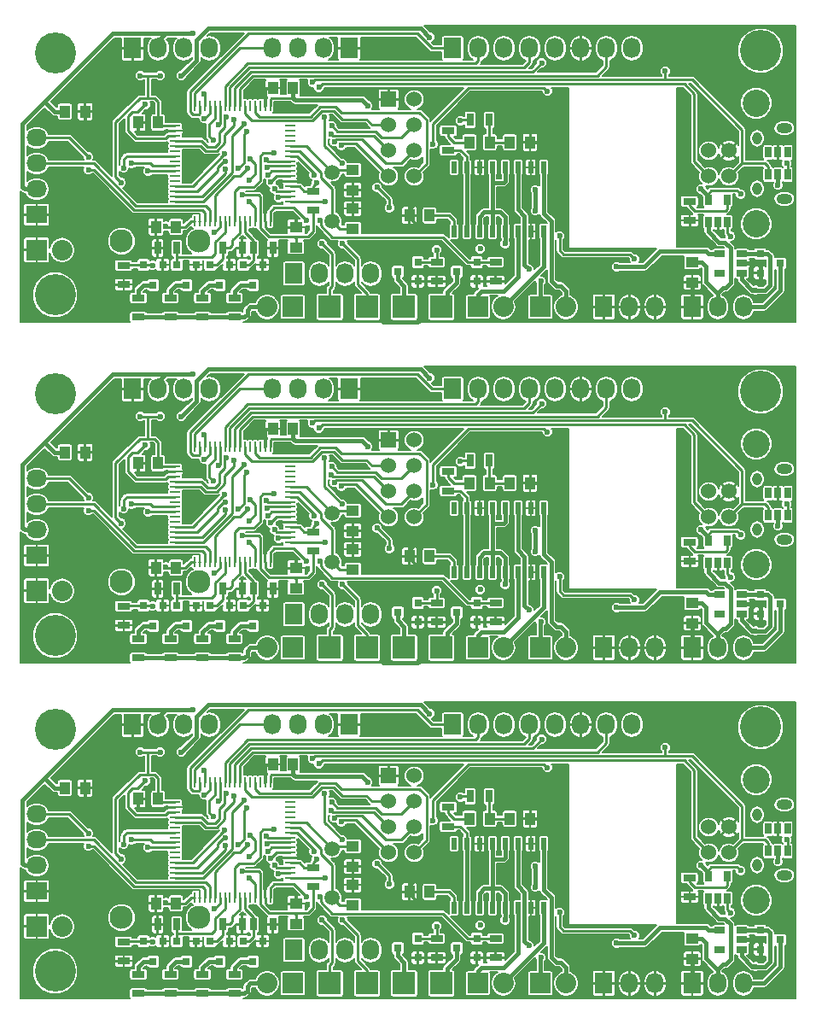
<source format=gbl>
G04 #@! TF.FileFunction,Copper,L2,Bot,Signal*
%FSLAX46Y46*%
G04 Gerber Fmt 4.6, Leading zero omitted, Abs format (unit mm)*
G04 Created by KiCad (PCBNEW 4.0.4-stable) date Sun Nov  6 18:52:19 2016*
%MOMM*%
%LPD*%
G01*
G04 APERTURE LIST*
%ADD10C,0.100000*%
%ADD11C,1.524000*%
%ADD12C,2.700020*%
%ADD13C,2.300000*%
%ADD14R,1.524000X1.524000*%
%ADD15R,1.000000X1.250000*%
%ADD16R,1.250000X1.000000*%
%ADD17R,1.727200X2.032000*%
%ADD18O,1.727200X2.032000*%
%ADD19R,2.032000X2.032000*%
%ADD20O,2.032000X2.032000*%
%ADD21R,2.235200X2.235200*%
%ADD22R,2.032000X1.727200*%
%ADD23O,2.032000X1.727200*%
%ADD24R,0.800100X0.800100*%
%ADD25R,1.300000X0.700000*%
%ADD26R,0.700000X1.300000*%
%ADD27R,1.000000X0.250000*%
%ADD28R,0.250000X1.000000*%
%ADD29R,0.650000X1.060000*%
%ADD30R,1.060000X0.650000*%
%ADD31R,0.508000X1.143000*%
%ADD32C,1.501140*%
%ADD33O,0.950000X1.250000*%
%ADD34O,1.550000X1.000000*%
%ADD35C,4.064000*%
%ADD36C,0.600000*%
%ADD37C,0.250000*%
%ADD38C,0.400000*%
%ADD39C,0.200000*%
G04 APERTURE END LIST*
D10*
D11*
X96520000Y-108458000D03*
X96520000Y-105918000D03*
X98518980Y-105918000D03*
X98518980Y-108458000D03*
D12*
X101219000Y-113187480D03*
X101219000Y-101188520D03*
D13*
X38265100Y-114878000D03*
X45961300Y-114878000D03*
D14*
X64770000Y-100838000D03*
D11*
X67310000Y-100838000D03*
X64770000Y-103378000D03*
X67310000Y-103378000D03*
X64770000Y-105918000D03*
X67310000Y-105918000D03*
X64770000Y-108458000D03*
X67310000Y-108458000D03*
D15*
X55292500Y-99695000D03*
X53292500Y-99695000D03*
X43672000Y-113474500D03*
X41672000Y-113474500D03*
X41894000Y-103124000D03*
X39894000Y-103124000D03*
D16*
X61214000Y-107839000D03*
X61214000Y-109839000D03*
X61214000Y-113649000D03*
X61214000Y-111649000D03*
X55562500Y-115490500D03*
X55562500Y-113490500D03*
D15*
X32655000Y-102044500D03*
X34655000Y-102044500D03*
D16*
X94869000Y-116983000D03*
X94869000Y-118983000D03*
D15*
X68818000Y-112331500D03*
X66818000Y-112331500D03*
X78787500Y-105092500D03*
X76787500Y-105092500D03*
X72787000Y-105092500D03*
X74787000Y-105092500D03*
D17*
X60833000Y-95758000D03*
D18*
X58293000Y-95758000D03*
X55753000Y-95758000D03*
X53213000Y-95758000D03*
D17*
X94869000Y-121412000D03*
D18*
X97409000Y-121412000D03*
X99949000Y-121412000D03*
D17*
X55372000Y-118110000D03*
D18*
X57912000Y-118110000D03*
X60452000Y-118110000D03*
X62992000Y-118110000D03*
D19*
X29845000Y-115760500D03*
D20*
X32385000Y-115760500D03*
D21*
X58928000Y-121412000D03*
X62611000Y-121412000D03*
D17*
X71120000Y-95758000D03*
D18*
X73660000Y-95758000D03*
X76200000Y-95758000D03*
X78740000Y-95758000D03*
X81280000Y-95758000D03*
X83820000Y-95758000D03*
X86360000Y-95758000D03*
X88900000Y-95758000D03*
D19*
X73596500Y-121412000D03*
D20*
X76136500Y-121412000D03*
D19*
X79819500Y-121412000D03*
D20*
X82359500Y-121412000D03*
D22*
X29845000Y-112268000D03*
D23*
X29845000Y-109728000D03*
X29845000Y-107188000D03*
X29845000Y-104648000D03*
D17*
X39370000Y-95758000D03*
D18*
X41910000Y-95758000D03*
X44450000Y-95758000D03*
X46990000Y-95758000D03*
D21*
X69977000Y-121412000D03*
X66294000Y-121412000D03*
D19*
X55245000Y-121412000D03*
D20*
X52705000Y-121412000D03*
D24*
X101615240Y-118044000D03*
X101615240Y-116144000D03*
X103614220Y-117094000D03*
X50358000Y-117236240D03*
X52258000Y-117236240D03*
X51308000Y-119235220D03*
X47056000Y-117236240D03*
X48956000Y-117236240D03*
X48006000Y-119235220D03*
X73517760Y-116969500D03*
X73517760Y-118869500D03*
X71518780Y-117919500D03*
X43754000Y-117236240D03*
X45654000Y-117236240D03*
X44704000Y-119235220D03*
X67675760Y-116969500D03*
X67675760Y-118869500D03*
X65676780Y-117919500D03*
X40452000Y-117236240D03*
X42352000Y-117236240D03*
X41402000Y-119235220D03*
D25*
X94615000Y-110937000D03*
X94615000Y-112837000D03*
X57277000Y-109921000D03*
X57277000Y-111821000D03*
D26*
X74737000Y-102870000D03*
X72837000Y-102870000D03*
D25*
X70675500Y-105852000D03*
X70675500Y-103952000D03*
D26*
X51374000Y-115570000D03*
X53274000Y-115570000D03*
D25*
X49466500Y-122425500D03*
X49466500Y-120525500D03*
D26*
X48326000Y-115570000D03*
X50226000Y-115570000D03*
D25*
X46291500Y-122425500D03*
X46291500Y-120525500D03*
X75374500Y-116969500D03*
X75374500Y-118869500D03*
D26*
X43749000Y-115570000D03*
X41849000Y-115570000D03*
D25*
X43116500Y-122425500D03*
X43116500Y-120525500D03*
X69532500Y-116969500D03*
X69532500Y-118869500D03*
X38481000Y-117287000D03*
X38481000Y-119187000D03*
X39941500Y-122425500D03*
X39941500Y-120525500D03*
D27*
X54976000Y-103438000D03*
X54976000Y-103938000D03*
X54976000Y-104438000D03*
X54976000Y-104938000D03*
X54976000Y-105438000D03*
X54976000Y-105938000D03*
X54976000Y-106438000D03*
X54976000Y-106938000D03*
X54976000Y-107438000D03*
X54976000Y-107938000D03*
X54976000Y-108438000D03*
X54976000Y-108938000D03*
X54976000Y-109438000D03*
X54976000Y-109938000D03*
X54976000Y-110438000D03*
X54976000Y-110938000D03*
D28*
X53026000Y-112888000D03*
X52526000Y-112888000D03*
X52026000Y-112888000D03*
X51526000Y-112888000D03*
X51026000Y-112888000D03*
X50526000Y-112888000D03*
X50026000Y-112888000D03*
X49526000Y-112888000D03*
X49026000Y-112888000D03*
X48526000Y-112888000D03*
X48026000Y-112888000D03*
X47526000Y-112888000D03*
X47026000Y-112888000D03*
X46526000Y-112888000D03*
X46026000Y-112888000D03*
X45526000Y-112888000D03*
D27*
X43576000Y-110938000D03*
X43576000Y-110438000D03*
X43576000Y-109938000D03*
X43576000Y-109438000D03*
X43576000Y-108938000D03*
X43576000Y-108438000D03*
X43576000Y-107938000D03*
X43576000Y-107438000D03*
X43576000Y-106938000D03*
X43576000Y-106438000D03*
X43576000Y-105938000D03*
X43576000Y-105438000D03*
X43576000Y-104938000D03*
X43576000Y-104438000D03*
X43576000Y-103938000D03*
X43576000Y-103438000D03*
D28*
X45526000Y-101488000D03*
X46026000Y-101488000D03*
X46526000Y-101488000D03*
X47026000Y-101488000D03*
X47526000Y-101488000D03*
X48026000Y-101488000D03*
X48526000Y-101488000D03*
X49026000Y-101488000D03*
X49526000Y-101488000D03*
X50026000Y-101488000D03*
X50526000Y-101488000D03*
X51026000Y-101488000D03*
X51526000Y-101488000D03*
X52026000Y-101488000D03*
X52526000Y-101488000D03*
X53026000Y-101488000D03*
D29*
X102428000Y-106088000D03*
X103378000Y-106088000D03*
X104328000Y-106088000D03*
X104328000Y-108288000D03*
X102428000Y-108288000D03*
X103378000Y-108288000D03*
X98359000Y-112987000D03*
X97409000Y-112987000D03*
X96459000Y-112987000D03*
X96459000Y-110787000D03*
X98359000Y-110787000D03*
D30*
X99779000Y-116144000D03*
X99779000Y-117094000D03*
X99779000Y-118044000D03*
X97579000Y-118044000D03*
X97579000Y-116144000D03*
D31*
X80137000Y-107569000D03*
X77597000Y-107569000D03*
X76327000Y-107569000D03*
X75057000Y-107569000D03*
X73787000Y-107569000D03*
X72517000Y-107569000D03*
X71247000Y-107569000D03*
X71247000Y-113919000D03*
X72517000Y-113919000D03*
X73787000Y-113919000D03*
X75057000Y-113919000D03*
X76327000Y-113919000D03*
X77597000Y-113919000D03*
X78867000Y-113919000D03*
X80137000Y-113919000D03*
X78867000Y-107569000D03*
D32*
X59182000Y-112930940D03*
X59182000Y-108049060D03*
D33*
X101307460Y-109688900D03*
X101307460Y-104688900D03*
D34*
X104007460Y-110688900D03*
X104007460Y-103688900D03*
D17*
X86106000Y-121412000D03*
D18*
X88646000Y-121412000D03*
X91186000Y-121412000D03*
D35*
X101670000Y-96012000D03*
X31675000Y-96218000D03*
X31675000Y-120218000D03*
X31675000Y-86944000D03*
X31675000Y-62944000D03*
X101670000Y-62738000D03*
D17*
X86106000Y-88138000D03*
D18*
X88646000Y-88138000D03*
X91186000Y-88138000D03*
D33*
X101307460Y-76414900D03*
X101307460Y-71414900D03*
D34*
X104007460Y-77414900D03*
X104007460Y-70414900D03*
D32*
X59182000Y-79656940D03*
X59182000Y-74775060D03*
D31*
X80137000Y-74295000D03*
X77597000Y-74295000D03*
X76327000Y-74295000D03*
X75057000Y-74295000D03*
X73787000Y-74295000D03*
X72517000Y-74295000D03*
X71247000Y-74295000D03*
X71247000Y-80645000D03*
X72517000Y-80645000D03*
X73787000Y-80645000D03*
X75057000Y-80645000D03*
X76327000Y-80645000D03*
X77597000Y-80645000D03*
X78867000Y-80645000D03*
X80137000Y-80645000D03*
X78867000Y-74295000D03*
D30*
X99779000Y-82870000D03*
X99779000Y-83820000D03*
X99779000Y-84770000D03*
X97579000Y-84770000D03*
X97579000Y-82870000D03*
D29*
X98359000Y-79713000D03*
X97409000Y-79713000D03*
X96459000Y-79713000D03*
X96459000Y-77513000D03*
X98359000Y-77513000D03*
X102428000Y-72814000D03*
X103378000Y-72814000D03*
X104328000Y-72814000D03*
X104328000Y-75014000D03*
X102428000Y-75014000D03*
X103378000Y-75014000D03*
D27*
X54976000Y-70164000D03*
X54976000Y-70664000D03*
X54976000Y-71164000D03*
X54976000Y-71664000D03*
X54976000Y-72164000D03*
X54976000Y-72664000D03*
X54976000Y-73164000D03*
X54976000Y-73664000D03*
X54976000Y-74164000D03*
X54976000Y-74664000D03*
X54976000Y-75164000D03*
X54976000Y-75664000D03*
X54976000Y-76164000D03*
X54976000Y-76664000D03*
X54976000Y-77164000D03*
X54976000Y-77664000D03*
D28*
X53026000Y-79614000D03*
X52526000Y-79614000D03*
X52026000Y-79614000D03*
X51526000Y-79614000D03*
X51026000Y-79614000D03*
X50526000Y-79614000D03*
X50026000Y-79614000D03*
X49526000Y-79614000D03*
X49026000Y-79614000D03*
X48526000Y-79614000D03*
X48026000Y-79614000D03*
X47526000Y-79614000D03*
X47026000Y-79614000D03*
X46526000Y-79614000D03*
X46026000Y-79614000D03*
X45526000Y-79614000D03*
D27*
X43576000Y-77664000D03*
X43576000Y-77164000D03*
X43576000Y-76664000D03*
X43576000Y-76164000D03*
X43576000Y-75664000D03*
X43576000Y-75164000D03*
X43576000Y-74664000D03*
X43576000Y-74164000D03*
X43576000Y-73664000D03*
X43576000Y-73164000D03*
X43576000Y-72664000D03*
X43576000Y-72164000D03*
X43576000Y-71664000D03*
X43576000Y-71164000D03*
X43576000Y-70664000D03*
X43576000Y-70164000D03*
D28*
X45526000Y-68214000D03*
X46026000Y-68214000D03*
X46526000Y-68214000D03*
X47026000Y-68214000D03*
X47526000Y-68214000D03*
X48026000Y-68214000D03*
X48526000Y-68214000D03*
X49026000Y-68214000D03*
X49526000Y-68214000D03*
X50026000Y-68214000D03*
X50526000Y-68214000D03*
X51026000Y-68214000D03*
X51526000Y-68214000D03*
X52026000Y-68214000D03*
X52526000Y-68214000D03*
X53026000Y-68214000D03*
D25*
X39941500Y-89151500D03*
X39941500Y-87251500D03*
X38481000Y-84013000D03*
X38481000Y-85913000D03*
X69532500Y-83695500D03*
X69532500Y-85595500D03*
X43116500Y-89151500D03*
X43116500Y-87251500D03*
D26*
X43749000Y-82296000D03*
X41849000Y-82296000D03*
D25*
X75374500Y-83695500D03*
X75374500Y-85595500D03*
X46291500Y-89151500D03*
X46291500Y-87251500D03*
D26*
X48326000Y-82296000D03*
X50226000Y-82296000D03*
D25*
X49466500Y-89151500D03*
X49466500Y-87251500D03*
D26*
X51374000Y-82296000D03*
X53274000Y-82296000D03*
D25*
X70675500Y-72578000D03*
X70675500Y-70678000D03*
D26*
X74737000Y-69596000D03*
X72837000Y-69596000D03*
D25*
X57277000Y-76647000D03*
X57277000Y-78547000D03*
X94615000Y-77663000D03*
X94615000Y-79563000D03*
D24*
X40452000Y-83962240D03*
X42352000Y-83962240D03*
X41402000Y-85961220D03*
X67675760Y-83695500D03*
X67675760Y-85595500D03*
X65676780Y-84645500D03*
X43754000Y-83962240D03*
X45654000Y-83962240D03*
X44704000Y-85961220D03*
X73517760Y-83695500D03*
X73517760Y-85595500D03*
X71518780Y-84645500D03*
X47056000Y-83962240D03*
X48956000Y-83962240D03*
X48006000Y-85961220D03*
X50358000Y-83962240D03*
X52258000Y-83962240D03*
X51308000Y-85961220D03*
X101615240Y-84770000D03*
X101615240Y-82870000D03*
X103614220Y-83820000D03*
D19*
X55245000Y-88138000D03*
D20*
X52705000Y-88138000D03*
D21*
X66294000Y-88138000D03*
X69977000Y-88138000D03*
D17*
X39370000Y-62484000D03*
D18*
X41910000Y-62484000D03*
X44450000Y-62484000D03*
X46990000Y-62484000D03*
D22*
X29845000Y-78994000D03*
D23*
X29845000Y-76454000D03*
X29845000Y-73914000D03*
X29845000Y-71374000D03*
D19*
X79819500Y-88138000D03*
D20*
X82359500Y-88138000D03*
D19*
X73596500Y-88138000D03*
D20*
X76136500Y-88138000D03*
D17*
X71120000Y-62484000D03*
D18*
X73660000Y-62484000D03*
X76200000Y-62484000D03*
X78740000Y-62484000D03*
X81280000Y-62484000D03*
X83820000Y-62484000D03*
X86360000Y-62484000D03*
X88900000Y-62484000D03*
D21*
X62611000Y-88138000D03*
X58928000Y-88138000D03*
D19*
X29845000Y-82486500D03*
D20*
X32385000Y-82486500D03*
D17*
X55372000Y-84836000D03*
D18*
X57912000Y-84836000D03*
X60452000Y-84836000D03*
X62992000Y-84836000D03*
D17*
X94869000Y-88138000D03*
D18*
X97409000Y-88138000D03*
X99949000Y-88138000D03*
D17*
X60833000Y-62484000D03*
D18*
X58293000Y-62484000D03*
X55753000Y-62484000D03*
X53213000Y-62484000D03*
D15*
X72787000Y-71818500D03*
X74787000Y-71818500D03*
X78787500Y-71818500D03*
X76787500Y-71818500D03*
X68818000Y-79057500D03*
X66818000Y-79057500D03*
D16*
X94869000Y-83709000D03*
X94869000Y-85709000D03*
D15*
X32655000Y-68770500D03*
X34655000Y-68770500D03*
D16*
X55562500Y-82216500D03*
X55562500Y-80216500D03*
X61214000Y-80375000D03*
X61214000Y-78375000D03*
X61214000Y-74565000D03*
X61214000Y-76565000D03*
D15*
X41894000Y-69850000D03*
X39894000Y-69850000D03*
X43672000Y-80200500D03*
X41672000Y-80200500D03*
X55292500Y-66421000D03*
X53292500Y-66421000D03*
D14*
X64770000Y-67564000D03*
D11*
X67310000Y-67564000D03*
X64770000Y-70104000D03*
X67310000Y-70104000D03*
X64770000Y-72644000D03*
X67310000Y-72644000D03*
X64770000Y-75184000D03*
X67310000Y-75184000D03*
D13*
X38265100Y-81604000D03*
X45961300Y-81604000D03*
D11*
X96520000Y-75184000D03*
X96520000Y-72644000D03*
X98518980Y-72644000D03*
X98518980Y-75184000D03*
D12*
X101219000Y-79913480D03*
X101219000Y-67914520D03*
D11*
X96520000Y-41402000D03*
X96520000Y-38862000D03*
X98518980Y-38862000D03*
X98518980Y-41402000D03*
D12*
X101219000Y-46131480D03*
X101219000Y-34132520D03*
D13*
X38265100Y-47822000D03*
X45961300Y-47822000D03*
D14*
X64770000Y-33782000D03*
D11*
X67310000Y-33782000D03*
X64770000Y-36322000D03*
X67310000Y-36322000D03*
X64770000Y-38862000D03*
X67310000Y-38862000D03*
X64770000Y-41402000D03*
X67310000Y-41402000D03*
D15*
X55292500Y-32639000D03*
X53292500Y-32639000D03*
X43672000Y-46418500D03*
X41672000Y-46418500D03*
X41894000Y-36068000D03*
X39894000Y-36068000D03*
D16*
X61214000Y-40783000D03*
X61214000Y-42783000D03*
X61214000Y-46593000D03*
X61214000Y-44593000D03*
X55562500Y-48434500D03*
X55562500Y-46434500D03*
D15*
X32655000Y-34988500D03*
X34655000Y-34988500D03*
D16*
X94869000Y-49927000D03*
X94869000Y-51927000D03*
D15*
X68818000Y-45275500D03*
X66818000Y-45275500D03*
X78787500Y-38036500D03*
X76787500Y-38036500D03*
X72787000Y-38036500D03*
X74787000Y-38036500D03*
D17*
X60833000Y-28702000D03*
D18*
X58293000Y-28702000D03*
X55753000Y-28702000D03*
X53213000Y-28702000D03*
D17*
X94869000Y-54356000D03*
D18*
X97409000Y-54356000D03*
X99949000Y-54356000D03*
D17*
X55372000Y-51054000D03*
D18*
X57912000Y-51054000D03*
X60452000Y-51054000D03*
X62992000Y-51054000D03*
D19*
X29845000Y-48704500D03*
D20*
X32385000Y-48704500D03*
D21*
X58928000Y-54356000D03*
X62611000Y-54356000D03*
D17*
X71120000Y-28702000D03*
D18*
X73660000Y-28702000D03*
X76200000Y-28702000D03*
X78740000Y-28702000D03*
X81280000Y-28702000D03*
X83820000Y-28702000D03*
X86360000Y-28702000D03*
X88900000Y-28702000D03*
D19*
X73596500Y-54356000D03*
D20*
X76136500Y-54356000D03*
D19*
X79819500Y-54356000D03*
D20*
X82359500Y-54356000D03*
D22*
X29845000Y-45212000D03*
D23*
X29845000Y-42672000D03*
X29845000Y-40132000D03*
X29845000Y-37592000D03*
D17*
X39370000Y-28702000D03*
D18*
X41910000Y-28702000D03*
X44450000Y-28702000D03*
X46990000Y-28702000D03*
D21*
X69977000Y-54356000D03*
X66294000Y-54356000D03*
D19*
X55245000Y-54356000D03*
D20*
X52705000Y-54356000D03*
D24*
X101615240Y-50988000D03*
X101615240Y-49088000D03*
X103614220Y-50038000D03*
X50358000Y-50180240D03*
X52258000Y-50180240D03*
X51308000Y-52179220D03*
X47056000Y-50180240D03*
X48956000Y-50180240D03*
X48006000Y-52179220D03*
X73517760Y-49913500D03*
X73517760Y-51813500D03*
X71518780Y-50863500D03*
X43754000Y-50180240D03*
X45654000Y-50180240D03*
X44704000Y-52179220D03*
X67675760Y-49913500D03*
X67675760Y-51813500D03*
X65676780Y-50863500D03*
X40452000Y-50180240D03*
X42352000Y-50180240D03*
X41402000Y-52179220D03*
D25*
X94615000Y-43881000D03*
X94615000Y-45781000D03*
X57277000Y-42865000D03*
X57277000Y-44765000D03*
D26*
X74737000Y-35814000D03*
X72837000Y-35814000D03*
D25*
X70675500Y-38796000D03*
X70675500Y-36896000D03*
D26*
X51374000Y-48514000D03*
X53274000Y-48514000D03*
D25*
X49466500Y-55369500D03*
X49466500Y-53469500D03*
D26*
X48326000Y-48514000D03*
X50226000Y-48514000D03*
D25*
X46291500Y-55369500D03*
X46291500Y-53469500D03*
X75374500Y-49913500D03*
X75374500Y-51813500D03*
D26*
X43749000Y-48514000D03*
X41849000Y-48514000D03*
D25*
X43116500Y-55369500D03*
X43116500Y-53469500D03*
X69532500Y-49913500D03*
X69532500Y-51813500D03*
X38481000Y-50231000D03*
X38481000Y-52131000D03*
X39941500Y-55369500D03*
X39941500Y-53469500D03*
D27*
X54976000Y-36382000D03*
X54976000Y-36882000D03*
X54976000Y-37382000D03*
X54976000Y-37882000D03*
X54976000Y-38382000D03*
X54976000Y-38882000D03*
X54976000Y-39382000D03*
X54976000Y-39882000D03*
X54976000Y-40382000D03*
X54976000Y-40882000D03*
X54976000Y-41382000D03*
X54976000Y-41882000D03*
X54976000Y-42382000D03*
X54976000Y-42882000D03*
X54976000Y-43382000D03*
X54976000Y-43882000D03*
D28*
X53026000Y-45832000D03*
X52526000Y-45832000D03*
X52026000Y-45832000D03*
X51526000Y-45832000D03*
X51026000Y-45832000D03*
X50526000Y-45832000D03*
X50026000Y-45832000D03*
X49526000Y-45832000D03*
X49026000Y-45832000D03*
X48526000Y-45832000D03*
X48026000Y-45832000D03*
X47526000Y-45832000D03*
X47026000Y-45832000D03*
X46526000Y-45832000D03*
X46026000Y-45832000D03*
X45526000Y-45832000D03*
D27*
X43576000Y-43882000D03*
X43576000Y-43382000D03*
X43576000Y-42882000D03*
X43576000Y-42382000D03*
X43576000Y-41882000D03*
X43576000Y-41382000D03*
X43576000Y-40882000D03*
X43576000Y-40382000D03*
X43576000Y-39882000D03*
X43576000Y-39382000D03*
X43576000Y-38882000D03*
X43576000Y-38382000D03*
X43576000Y-37882000D03*
X43576000Y-37382000D03*
X43576000Y-36882000D03*
X43576000Y-36382000D03*
D28*
X45526000Y-34432000D03*
X46026000Y-34432000D03*
X46526000Y-34432000D03*
X47026000Y-34432000D03*
X47526000Y-34432000D03*
X48026000Y-34432000D03*
X48526000Y-34432000D03*
X49026000Y-34432000D03*
X49526000Y-34432000D03*
X50026000Y-34432000D03*
X50526000Y-34432000D03*
X51026000Y-34432000D03*
X51526000Y-34432000D03*
X52026000Y-34432000D03*
X52526000Y-34432000D03*
X53026000Y-34432000D03*
D29*
X102428000Y-39032000D03*
X103378000Y-39032000D03*
X104328000Y-39032000D03*
X104328000Y-41232000D03*
X102428000Y-41232000D03*
X103378000Y-41232000D03*
X98359000Y-45931000D03*
X97409000Y-45931000D03*
X96459000Y-45931000D03*
X96459000Y-43731000D03*
X98359000Y-43731000D03*
D30*
X99779000Y-49088000D03*
X99779000Y-50038000D03*
X99779000Y-50988000D03*
X97579000Y-50988000D03*
X97579000Y-49088000D03*
D31*
X80137000Y-40513000D03*
X77597000Y-40513000D03*
X76327000Y-40513000D03*
X75057000Y-40513000D03*
X73787000Y-40513000D03*
X72517000Y-40513000D03*
X71247000Y-40513000D03*
X71247000Y-46863000D03*
X72517000Y-46863000D03*
X73787000Y-46863000D03*
X75057000Y-46863000D03*
X76327000Y-46863000D03*
X77597000Y-46863000D03*
X78867000Y-46863000D03*
X80137000Y-46863000D03*
X78867000Y-40513000D03*
D32*
X59182000Y-45874940D03*
X59182000Y-40993060D03*
D33*
X101307460Y-42632900D03*
X101307460Y-37632900D03*
D34*
X104007460Y-43632900D03*
X104007460Y-36632900D03*
D17*
X86106000Y-54356000D03*
D18*
X88646000Y-54356000D03*
X91186000Y-54356000D03*
D35*
X101670000Y-28956000D03*
X31675000Y-29162000D03*
X31675000Y-53162000D03*
D36*
X73850500Y-115633500D03*
X73850500Y-82359500D03*
X73850500Y-48577500D03*
X78803500Y-102425500D03*
X69392800Y-101803200D03*
X80772000Y-105029000D03*
X81991200Y-108661200D03*
X61112400Y-103428800D03*
X56388000Y-100139500D03*
X55816500Y-101790500D03*
X45212000Y-108140500D03*
X41910000Y-109029500D03*
X40322500Y-105600500D03*
X68580000Y-96520000D03*
X69977000Y-108521500D03*
X33909000Y-103886000D03*
X32385000Y-105791000D03*
X34988500Y-109283500D03*
X36703000Y-106680000D03*
X37655500Y-111188500D03*
X34925000Y-116459000D03*
X35750500Y-122047000D03*
X66103500Y-109537500D03*
X64262000Y-113601500D03*
X68008500Y-113728500D03*
X73787000Y-109283500D03*
X93281500Y-118681500D03*
X101600000Y-118935500D03*
X94615000Y-114744500D03*
X97663000Y-114046000D03*
X99060000Y-99060000D03*
X96456500Y-103060500D03*
X96393000Y-97218500D03*
X98298000Y-94805500D03*
X104394000Y-100076000D03*
X104457500Y-104902000D03*
X102298500Y-105029000D03*
X53911500Y-109093000D03*
X51498500Y-100203000D03*
X54610000Y-112331500D03*
X56197500Y-108712000D03*
X56197500Y-75438000D03*
X54610000Y-79057500D03*
X51498500Y-66929000D03*
X53911500Y-75819000D03*
X102298500Y-71755000D03*
X104457500Y-71628000D03*
X104394000Y-66802000D03*
X98298000Y-61531500D03*
X96393000Y-63944500D03*
X96456500Y-69786500D03*
X99060000Y-65786000D03*
X97663000Y-80772000D03*
X94615000Y-81470500D03*
X101600000Y-85661500D03*
X93281500Y-85407500D03*
X73787000Y-76009500D03*
X68008500Y-80454500D03*
X64262000Y-80327500D03*
X66103500Y-76263500D03*
X35750500Y-88773000D03*
X34925000Y-83185000D03*
X37655500Y-77914500D03*
X36703000Y-73406000D03*
X34988500Y-76009500D03*
X32385000Y-72517000D03*
X33909000Y-70612000D03*
X69977000Y-75247500D03*
X68580000Y-63246000D03*
X40322500Y-72326500D03*
X41910000Y-75755500D03*
X45212000Y-74866500D03*
X55816500Y-68516500D03*
X56388000Y-66865500D03*
X61112400Y-70154800D03*
X81991200Y-75387200D03*
X80772000Y-71755000D03*
X69392800Y-68529200D03*
X78803500Y-69151500D03*
X78803500Y-35369500D03*
X69392800Y-34747200D03*
X80772000Y-37973000D03*
X81991200Y-41605200D03*
X61112400Y-36372800D03*
X56388000Y-33083500D03*
X55816500Y-34734500D03*
X45212000Y-41084500D03*
X41910000Y-41973500D03*
X40322500Y-38544500D03*
X68580000Y-29464000D03*
X69977000Y-41465500D03*
X33909000Y-36830000D03*
X32385000Y-38735000D03*
X34988500Y-42227500D03*
X36703000Y-39624000D03*
X37655500Y-44132500D03*
X34925000Y-49403000D03*
X35750500Y-54991000D03*
X66103500Y-42481500D03*
X64262000Y-46545500D03*
X68008500Y-46672500D03*
X73787000Y-42227500D03*
X93281500Y-51625500D03*
X101600000Y-51879500D03*
X94615000Y-47688500D03*
X97663000Y-46990000D03*
X99060000Y-32004000D03*
X96456500Y-36004500D03*
X96393000Y-30162500D03*
X98298000Y-27749500D03*
X104394000Y-33020000D03*
X104457500Y-37846000D03*
X102298500Y-37973000D03*
X53911500Y-42037000D03*
X51498500Y-33147000D03*
X54610000Y-45275500D03*
X56197500Y-41656000D03*
X50228500Y-110299500D03*
X38227000Y-109093000D03*
X42672000Y-113411000D03*
X44196000Y-98488500D03*
X68834000Y-94678500D03*
X42100500Y-98488500D03*
X40132000Y-98488500D03*
X62674500Y-101473000D03*
X79311500Y-109791500D03*
X79311500Y-111887000D03*
X87376000Y-117411500D03*
X87376000Y-84137500D03*
X79311500Y-78613000D03*
X79311500Y-76517500D03*
X62674500Y-68199000D03*
X42100500Y-65214500D03*
X40132000Y-65214500D03*
X68834000Y-61404500D03*
X44196000Y-65214500D03*
X42672000Y-80137000D03*
X38227000Y-75819000D03*
X50228500Y-77025500D03*
X50228500Y-43243500D03*
X38227000Y-42037000D03*
X42672000Y-46355000D03*
X44196000Y-31432500D03*
X68834000Y-27622500D03*
X42100500Y-31432500D03*
X40132000Y-31432500D03*
X62674500Y-34417000D03*
X79311500Y-42735500D03*
X79311500Y-44831000D03*
X87376000Y-50355500D03*
X81724500Y-114363500D03*
X89154000Y-116649500D03*
X53403500Y-106172000D03*
X53403500Y-72898000D03*
X89154000Y-83375500D03*
X81724500Y-81089500D03*
X81724500Y-47307500D03*
X89154000Y-49593500D03*
X53403500Y-39116000D03*
X101155500Y-119761000D03*
X76327000Y-115125500D03*
X45339000Y-94297500D03*
X45339000Y-61023500D03*
X76327000Y-81851500D03*
X101155500Y-86487000D03*
X101155500Y-52705000D03*
X76327000Y-48069500D03*
X45339000Y-27241500D03*
X64833500Y-111569500D03*
X63627000Y-109537500D03*
X57594500Y-109093000D03*
X57594500Y-75819000D03*
X63627000Y-76263500D03*
X64833500Y-78295500D03*
X64833500Y-44513500D03*
X63627000Y-42481500D03*
X57594500Y-42037000D03*
X95758000Y-109728000D03*
X103378000Y-109347000D03*
X99695000Y-110236000D03*
X99695000Y-76962000D03*
X103378000Y-76073000D03*
X95758000Y-76454000D03*
X95758000Y-42672000D03*
X103378000Y-42291000D03*
X99695000Y-43180000D03*
X38481000Y-107632500D03*
X38481000Y-74358500D03*
X38481000Y-40576500D03*
X46482000Y-100330000D03*
X46482000Y-67056000D03*
X46482000Y-33274000D03*
X46482000Y-102743000D03*
X46482000Y-69469000D03*
X46482000Y-35687000D03*
X47879000Y-103378000D03*
X47879000Y-70104000D03*
X47879000Y-36322000D03*
X47371000Y-104902000D03*
X47371000Y-71628000D03*
X47371000Y-37846000D03*
X40894000Y-107950000D03*
X40894000Y-74676000D03*
X40894000Y-40894000D03*
X39243000Y-107188000D03*
X39243000Y-73914000D03*
X39243000Y-40132000D03*
X57340500Y-108331000D03*
X60134500Y-107188000D03*
X58420000Y-102616000D03*
X58420000Y-69342000D03*
X60134500Y-73914000D03*
X57340500Y-75057000D03*
X57340500Y-41275000D03*
X60134500Y-40132000D03*
X58420000Y-35560000D03*
X40640000Y-101346000D03*
X40640000Y-68072000D03*
X40640000Y-34290000D03*
X59118500Y-103441500D03*
X50419000Y-103251000D03*
X50419000Y-69977000D03*
X59118500Y-70167500D03*
X59118500Y-36385500D03*
X50419000Y-36195000D03*
X59055000Y-104267000D03*
X50673000Y-104013000D03*
X49847500Y-107696000D03*
X48577500Y-107759500D03*
X48577500Y-74485500D03*
X49847500Y-74422000D03*
X50673000Y-70739000D03*
X59055000Y-70993000D03*
X59055000Y-37211000D03*
X50673000Y-36957000D03*
X49847500Y-40640000D03*
X48577500Y-40703500D03*
X48514000Y-106235500D03*
X59372500Y-105029000D03*
X59372500Y-71755000D03*
X48514000Y-72961500D03*
X48514000Y-39179500D03*
X59372500Y-37973000D03*
X60071000Y-105410000D03*
X48577500Y-106997500D03*
X48577500Y-73723500D03*
X60071000Y-72136000D03*
X60071000Y-38354000D03*
X48577500Y-39941500D03*
X57848500Y-99631500D03*
X49403000Y-102870000D03*
X104267000Y-107188000D03*
X104267000Y-73914000D03*
X49403000Y-69596000D03*
X57848500Y-66357500D03*
X57848500Y-32575500D03*
X49403000Y-35814000D03*
X104267000Y-40132000D03*
X92202000Y-98044000D03*
X57213500Y-99123500D03*
X48641000Y-102552500D03*
X48641000Y-69278500D03*
X57213500Y-65849500D03*
X92202000Y-64770000D03*
X92202000Y-30988000D03*
X57213500Y-32067500D03*
X48641000Y-35496500D03*
X52641500Y-106807000D03*
X52641500Y-73533000D03*
X52641500Y-39751000D03*
X52705000Y-107569000D03*
X52705000Y-74295000D03*
X52705000Y-40513000D03*
X52768500Y-108331000D03*
X52768500Y-75057000D03*
X52768500Y-41275000D03*
X53086000Y-109029500D03*
X53086000Y-75755500D03*
X53086000Y-41973500D03*
X53467000Y-109728000D03*
X58166000Y-115125500D03*
X58166000Y-81851500D03*
X53467000Y-76454000D03*
X53467000Y-42672000D03*
X58166000Y-48069500D03*
X53848000Y-110553500D03*
X60198000Y-115125500D03*
X60198000Y-81851500D03*
X53848000Y-77279500D03*
X53848000Y-43497500D03*
X60198000Y-48069500D03*
X79946500Y-97218500D03*
X79946500Y-63944500D03*
X79946500Y-30162500D03*
X50800000Y-107632500D03*
X80518000Y-100012500D03*
X69151500Y-105283000D03*
X69151500Y-72009000D03*
X80518000Y-66738500D03*
X50800000Y-74358500D03*
X50800000Y-40576500D03*
X80518000Y-32956500D03*
X69151500Y-38227000D03*
X79883000Y-118872000D03*
X78676500Y-117665500D03*
X78676500Y-84391500D03*
X79883000Y-85598000D03*
X79883000Y-51816000D03*
X78676500Y-50609500D03*
X34988500Y-107823000D03*
X34988500Y-106553000D03*
X34988500Y-73279000D03*
X34988500Y-74549000D03*
X34988500Y-40767000D03*
X34988500Y-39497000D03*
X57975500Y-112839500D03*
X56642000Y-112839500D03*
X56642000Y-79565500D03*
X57975500Y-79565500D03*
X57975500Y-45783500D03*
X56642000Y-45783500D03*
X58483500Y-110934500D03*
X69532500Y-115760500D03*
X69532500Y-82486500D03*
X58483500Y-77660500D03*
X58483500Y-43878500D03*
X69532500Y-48704500D03*
X47498000Y-114046000D03*
X41338500Y-117284500D03*
X41338500Y-84010500D03*
X47498000Y-80772000D03*
X47498000Y-46990000D03*
X41338500Y-50228500D03*
X98679000Y-114427000D03*
X98679000Y-81153000D03*
X98679000Y-47371000D03*
X50927000Y-110934500D03*
X50927000Y-108839000D03*
X51054000Y-106743500D03*
X71882000Y-102933500D03*
X71882000Y-69659500D03*
X51054000Y-73469500D03*
X50927000Y-75565000D03*
X50927000Y-77660500D03*
X50927000Y-43878500D03*
X50927000Y-41783000D03*
X51054000Y-39687500D03*
X71882000Y-35877500D03*
D37*
X99568000Y-99060000D02*
X99568000Y-98298000D01*
X97790000Y-96520000D02*
X97091500Y-96520000D01*
X99568000Y-98298000D02*
X97790000Y-96520000D01*
X99568000Y-65786000D02*
X99568000Y-64770000D01*
X98044000Y-63246000D02*
X97091500Y-63246000D01*
X99568000Y-64770000D02*
X98044000Y-63246000D01*
X99822000Y-32004000D02*
X99822000Y-31496000D01*
X97790000Y-29464000D02*
X97091500Y-29464000D01*
X99822000Y-31496000D02*
X97790000Y-29464000D01*
X78787500Y-102441500D02*
X78803500Y-102425500D01*
X78787500Y-105092500D02*
X78787500Y-102441500D01*
X80772000Y-105029000D02*
X81305400Y-105029000D01*
X80708500Y-105092500D02*
X80772000Y-105029000D01*
X78787500Y-105092500D02*
X80708500Y-105092500D01*
X81991200Y-105714800D02*
X81991200Y-108661200D01*
X81305400Y-105029000D02*
X81991200Y-105714800D01*
X63373000Y-100838000D02*
X62865000Y-100330000D01*
X62865000Y-100330000D02*
X56578500Y-100330000D01*
X56578500Y-100330000D02*
X56388000Y-100139500D01*
X64770000Y-100838000D02*
X63373000Y-100838000D01*
X60833000Y-95758000D02*
X67818000Y-95758000D01*
X67818000Y-95758000D02*
X68580000Y-96520000D01*
X66818000Y-112331500D02*
X66818000Y-111680500D01*
X66818000Y-111680500D02*
X69977000Y-108521500D01*
X34655000Y-103140000D02*
X33909000Y-103886000D01*
X34655000Y-102044500D02*
X34655000Y-103140000D01*
X36512500Y-110807500D02*
X34988500Y-109283500D01*
X36512500Y-112331500D02*
X36512500Y-110807500D01*
X35941000Y-117475000D02*
X35941000Y-116903500D01*
X36512500Y-112331500D02*
X37655500Y-111188500D01*
X36512500Y-116332000D02*
X36512500Y-112331500D01*
X35941000Y-116903500D02*
X36512500Y-116332000D01*
X36959500Y-119187000D02*
X36959500Y-118493500D01*
X36959500Y-118493500D02*
X35941000Y-117475000D01*
X35941000Y-117475000D02*
X34925000Y-116459000D01*
X38481000Y-119187000D02*
X36959500Y-119187000D01*
X35750500Y-120396000D02*
X35750500Y-122047000D01*
X36959500Y-119187000D02*
X35750500Y-120396000D01*
X66818000Y-112331500D02*
X66818000Y-110252000D01*
X66818000Y-110252000D02*
X66103500Y-109537500D01*
X66818000Y-112331500D02*
X65532000Y-112331500D01*
X65532000Y-112331500D02*
X64262000Y-113601500D01*
X66818000Y-112331500D02*
X66818000Y-112538000D01*
X66818000Y-112538000D02*
X68008500Y-113728500D01*
X73787000Y-107569000D02*
X73787000Y-109283500D01*
D38*
X101615240Y-118044000D02*
X101615240Y-118920260D01*
X101615240Y-118920260D02*
X101600000Y-118935500D01*
D37*
X94615000Y-112837000D02*
X94615000Y-114744500D01*
X97409000Y-112987000D02*
X97409000Y-113792000D01*
X97409000Y-113792000D02*
X97663000Y-114046000D01*
X100203000Y-99060000D02*
X99568000Y-99060000D01*
X99568000Y-99060000D02*
X99060000Y-99060000D01*
X98298000Y-95567500D02*
X98044000Y-95567500D01*
X98044000Y-95567500D02*
X97091500Y-96520000D01*
X97091500Y-96520000D02*
X96393000Y-97218500D01*
X98298000Y-95567500D02*
X98298000Y-94805500D01*
X104394000Y-101473000D02*
X104394000Y-101155500D01*
X102298500Y-99060000D02*
X100203000Y-99060000D01*
X104394000Y-101155500D02*
X102298500Y-99060000D01*
X102806500Y-105029000D02*
X102806500Y-103124000D01*
X104394000Y-101536500D02*
X104394000Y-101473000D01*
X104394000Y-101473000D02*
X104394000Y-100076000D01*
X102806500Y-103124000D02*
X104394000Y-101536500D01*
X103251000Y-105029000D02*
X104330500Y-105029000D01*
X104330500Y-105029000D02*
X104457500Y-104902000D01*
X103378000Y-106088000D02*
X103378000Y-105156000D01*
X103251000Y-105029000D02*
X102806500Y-105029000D01*
X102806500Y-105029000D02*
X102298500Y-105029000D01*
X103378000Y-105156000D02*
X103251000Y-105029000D01*
X54976000Y-108938000D02*
X54066500Y-108938000D01*
X54066500Y-108938000D02*
X53911500Y-109093000D01*
X53292500Y-99695000D02*
X52006500Y-99695000D01*
X52006500Y-99695000D02*
X51498500Y-100203000D01*
D39*
X46026000Y-112888000D02*
X46026000Y-112156004D01*
X41672000Y-112633000D02*
X41672000Y-113474500D01*
X42200996Y-112104004D02*
X41672000Y-112633000D01*
X45974000Y-112104004D02*
X42200996Y-112104004D01*
X46026000Y-112156004D02*
X45974000Y-112104004D01*
D37*
X52526000Y-101488000D02*
X52526000Y-99874000D01*
X52705000Y-99695000D02*
X53292500Y-99695000D01*
X52526000Y-99874000D02*
X52705000Y-99695000D01*
X55562500Y-113490500D02*
X55562500Y-112649000D01*
X55245000Y-112331500D02*
X54610000Y-112331500D01*
X55562500Y-112649000D02*
X55245000Y-112331500D01*
X39894000Y-103124000D02*
X40132000Y-103124000D01*
X54976000Y-108938000D02*
X55971500Y-108938000D01*
X55971500Y-108938000D02*
X56197500Y-108712000D01*
D38*
X94869000Y-118983000D02*
X94869000Y-121412000D01*
X99779000Y-117094000D02*
X101346000Y-117094000D01*
X101615240Y-117363240D02*
X101615240Y-118044000D01*
X101346000Y-117094000D02*
X101615240Y-117363240D01*
D37*
X43576000Y-103938000D02*
X42747000Y-103938000D01*
X39894000Y-104029000D02*
X39894000Y-103124000D01*
X40068500Y-104203500D02*
X39894000Y-104029000D01*
X42481500Y-104203500D02*
X40068500Y-104203500D01*
X42747000Y-103938000D02*
X42481500Y-104203500D01*
X73517760Y-118869500D02*
X75374500Y-118869500D01*
X67675760Y-118869500D02*
X69532500Y-118869500D01*
X52526000Y-112888000D02*
X52526000Y-113486000D01*
X54403500Y-113490500D02*
X55562500Y-113490500D01*
X54038500Y-113855500D02*
X54403500Y-113490500D01*
X52895500Y-113855500D02*
X54038500Y-113855500D01*
X52526000Y-113486000D02*
X52895500Y-113855500D01*
X52526000Y-80212000D02*
X52895500Y-80581500D01*
X52895500Y-80581500D02*
X54038500Y-80581500D01*
X54038500Y-80581500D02*
X54403500Y-80216500D01*
X54403500Y-80216500D02*
X55562500Y-80216500D01*
X52526000Y-79614000D02*
X52526000Y-80212000D01*
X67675760Y-85595500D02*
X69532500Y-85595500D01*
X73517760Y-85595500D02*
X75374500Y-85595500D01*
X42747000Y-70664000D02*
X42481500Y-70929500D01*
X42481500Y-70929500D02*
X40068500Y-70929500D01*
X40068500Y-70929500D02*
X39894000Y-70755000D01*
X39894000Y-70755000D02*
X39894000Y-69850000D01*
X43576000Y-70664000D02*
X42747000Y-70664000D01*
D38*
X101346000Y-83820000D02*
X101615240Y-84089240D01*
X101615240Y-84089240D02*
X101615240Y-84770000D01*
X99779000Y-83820000D02*
X101346000Y-83820000D01*
X94869000Y-85709000D02*
X94869000Y-88138000D01*
D37*
X55971500Y-75664000D02*
X56197500Y-75438000D01*
X54976000Y-75664000D02*
X55971500Y-75664000D01*
X39894000Y-69850000D02*
X40132000Y-69850000D01*
X55562500Y-79375000D02*
X55245000Y-79057500D01*
X55245000Y-79057500D02*
X54610000Y-79057500D01*
X55562500Y-80216500D02*
X55562500Y-79375000D01*
X52526000Y-66600000D02*
X52705000Y-66421000D01*
X52705000Y-66421000D02*
X53292500Y-66421000D01*
X52526000Y-68214000D02*
X52526000Y-66600000D01*
D39*
X46026000Y-78882004D02*
X45974000Y-78830004D01*
X45974000Y-78830004D02*
X42200996Y-78830004D01*
X42200996Y-78830004D02*
X41672000Y-79359000D01*
X41672000Y-79359000D02*
X41672000Y-80200500D01*
X46026000Y-79614000D02*
X46026000Y-78882004D01*
D37*
X52006500Y-66421000D02*
X51498500Y-66929000D01*
X53292500Y-66421000D02*
X52006500Y-66421000D01*
X54066500Y-75664000D02*
X53911500Y-75819000D01*
X54976000Y-75664000D02*
X54066500Y-75664000D01*
X103378000Y-71882000D02*
X103251000Y-71755000D01*
X102806500Y-71755000D02*
X102298500Y-71755000D01*
X103251000Y-71755000D02*
X102806500Y-71755000D01*
X103378000Y-72814000D02*
X103378000Y-71882000D01*
X104330500Y-71755000D02*
X104457500Y-71628000D01*
X103251000Y-71755000D02*
X104330500Y-71755000D01*
X102806500Y-69850000D02*
X104394000Y-68262500D01*
X104394000Y-68199000D02*
X104394000Y-66802000D01*
X104394000Y-68262500D02*
X104394000Y-68199000D01*
X102806500Y-71755000D02*
X102806500Y-69850000D01*
X104394000Y-67881500D02*
X102298500Y-65786000D01*
X102298500Y-65786000D02*
X100203000Y-65786000D01*
X104394000Y-68199000D02*
X104394000Y-67881500D01*
X98298000Y-62293500D02*
X98298000Y-61531500D01*
X98044000Y-62293500D02*
X97091500Y-63246000D01*
X98298000Y-62293500D02*
X98044000Y-62293500D01*
X97091500Y-63246000D02*
X96393000Y-63944500D01*
X100203000Y-65786000D02*
X99568000Y-65786000D01*
X99568000Y-65786000D02*
X99060000Y-65786000D01*
X97409000Y-80518000D02*
X97663000Y-80772000D01*
X97409000Y-79713000D02*
X97409000Y-80518000D01*
X94615000Y-79563000D02*
X94615000Y-81470500D01*
D38*
X101615240Y-85646260D02*
X101600000Y-85661500D01*
X101615240Y-84770000D02*
X101615240Y-85646260D01*
D37*
X73787000Y-74295000D02*
X73787000Y-76009500D01*
X66818000Y-79264000D02*
X68008500Y-80454500D01*
X66818000Y-79057500D02*
X66818000Y-79264000D01*
X65532000Y-79057500D02*
X64262000Y-80327500D01*
X66818000Y-79057500D02*
X65532000Y-79057500D01*
X66818000Y-76978000D02*
X66103500Y-76263500D01*
X66818000Y-79057500D02*
X66818000Y-76978000D01*
X36959500Y-85913000D02*
X35750500Y-87122000D01*
X35750500Y-87122000D02*
X35750500Y-88773000D01*
X38481000Y-85913000D02*
X36959500Y-85913000D01*
X35941000Y-84201000D02*
X34925000Y-83185000D01*
X36959500Y-85219500D02*
X35941000Y-84201000D01*
X36959500Y-85913000D02*
X36959500Y-85219500D01*
X35941000Y-83629500D02*
X36512500Y-83058000D01*
X36512500Y-83058000D02*
X36512500Y-79057500D01*
X36512500Y-79057500D02*
X37655500Y-77914500D01*
X35941000Y-84201000D02*
X35941000Y-83629500D01*
X36512500Y-79057500D02*
X36512500Y-77533500D01*
X36512500Y-77533500D02*
X34988500Y-76009500D01*
X34655000Y-68770500D02*
X34655000Y-69866000D01*
X34655000Y-69866000D02*
X33909000Y-70612000D01*
X66818000Y-78406500D02*
X69977000Y-75247500D01*
X66818000Y-79057500D02*
X66818000Y-78406500D01*
X67818000Y-62484000D02*
X68580000Y-63246000D01*
X60833000Y-62484000D02*
X67818000Y-62484000D01*
X64770000Y-67564000D02*
X63373000Y-67564000D01*
X56578500Y-67056000D02*
X56388000Y-66865500D01*
X62865000Y-67056000D02*
X56578500Y-67056000D01*
X63373000Y-67564000D02*
X62865000Y-67056000D01*
X81305400Y-71755000D02*
X81991200Y-72440800D01*
X81991200Y-72440800D02*
X81991200Y-75387200D01*
X78787500Y-71818500D02*
X80708500Y-71818500D01*
X80708500Y-71818500D02*
X80772000Y-71755000D01*
X80772000Y-71755000D02*
X81305400Y-71755000D01*
X78787500Y-71818500D02*
X78787500Y-69167500D01*
X78787500Y-69167500D02*
X78803500Y-69151500D01*
X78787500Y-35385500D02*
X78803500Y-35369500D01*
X78787500Y-38036500D02*
X78787500Y-35385500D01*
X80772000Y-37973000D02*
X81305400Y-37973000D01*
X80708500Y-38036500D02*
X80772000Y-37973000D01*
X78787500Y-38036500D02*
X80708500Y-38036500D01*
X81991200Y-38658800D02*
X81991200Y-41605200D01*
X81305400Y-37973000D02*
X81991200Y-38658800D01*
X63373000Y-33782000D02*
X62865000Y-33274000D01*
X62865000Y-33274000D02*
X56578500Y-33274000D01*
X56578500Y-33274000D02*
X56388000Y-33083500D01*
X64770000Y-33782000D02*
X63373000Y-33782000D01*
X60833000Y-28702000D02*
X67818000Y-28702000D01*
X67818000Y-28702000D02*
X68580000Y-29464000D01*
X66818000Y-45275500D02*
X66818000Y-44624500D01*
X66818000Y-44624500D02*
X69977000Y-41465500D01*
X34655000Y-36084000D02*
X33909000Y-36830000D01*
X34655000Y-34988500D02*
X34655000Y-36084000D01*
X36512500Y-43751500D02*
X34988500Y-42227500D01*
X36512500Y-45275500D02*
X36512500Y-43751500D01*
X35941000Y-50419000D02*
X35941000Y-49847500D01*
X36512500Y-45275500D02*
X37655500Y-44132500D01*
X36512500Y-49276000D02*
X36512500Y-45275500D01*
X35941000Y-49847500D02*
X36512500Y-49276000D01*
X36959500Y-52131000D02*
X36959500Y-51437500D01*
X36959500Y-51437500D02*
X35941000Y-50419000D01*
X35941000Y-50419000D02*
X34925000Y-49403000D01*
X38481000Y-52131000D02*
X36959500Y-52131000D01*
X35750500Y-53340000D02*
X35750500Y-54991000D01*
X36959500Y-52131000D02*
X35750500Y-53340000D01*
X66818000Y-45275500D02*
X66818000Y-43196000D01*
X66818000Y-43196000D02*
X66103500Y-42481500D01*
X66818000Y-45275500D02*
X65532000Y-45275500D01*
X65532000Y-45275500D02*
X64262000Y-46545500D01*
X66818000Y-45275500D02*
X66818000Y-45482000D01*
X66818000Y-45482000D02*
X68008500Y-46672500D01*
X73787000Y-40513000D02*
X73787000Y-42227500D01*
D38*
X101615240Y-50988000D02*
X101615240Y-51864260D01*
X101615240Y-51864260D02*
X101600000Y-51879500D01*
D37*
X94615000Y-45781000D02*
X94615000Y-47688500D01*
X97409000Y-45931000D02*
X97409000Y-46736000D01*
X97409000Y-46736000D02*
X97663000Y-46990000D01*
X100203000Y-32004000D02*
X99822000Y-32004000D01*
X99822000Y-32004000D02*
X99060000Y-32004000D01*
X98298000Y-28511500D02*
X98044000Y-28511500D01*
X98044000Y-28511500D02*
X97091500Y-29464000D01*
X97091500Y-29464000D02*
X96393000Y-30162500D01*
X98298000Y-28511500D02*
X98298000Y-27749500D01*
X104394000Y-34417000D02*
X104394000Y-34099500D01*
X102298500Y-32004000D02*
X100203000Y-32004000D01*
X104394000Y-34099500D02*
X102298500Y-32004000D01*
X102806500Y-37973000D02*
X102806500Y-36068000D01*
X104394000Y-34480500D02*
X104394000Y-34417000D01*
X104394000Y-34417000D02*
X104394000Y-33020000D01*
X102806500Y-36068000D02*
X104394000Y-34480500D01*
X103251000Y-37973000D02*
X104330500Y-37973000D01*
X104330500Y-37973000D02*
X104457500Y-37846000D01*
X103378000Y-39032000D02*
X103378000Y-38100000D01*
X103251000Y-37973000D02*
X102806500Y-37973000D01*
X102806500Y-37973000D02*
X102298500Y-37973000D01*
X103378000Y-38100000D02*
X103251000Y-37973000D01*
X54976000Y-41882000D02*
X54066500Y-41882000D01*
X54066500Y-41882000D02*
X53911500Y-42037000D01*
X53292500Y-32639000D02*
X52006500Y-32639000D01*
X52006500Y-32639000D02*
X51498500Y-33147000D01*
D39*
X46026000Y-45832000D02*
X46026000Y-45100004D01*
X41672000Y-45577000D02*
X41672000Y-46418500D01*
X42200996Y-45048004D02*
X41672000Y-45577000D01*
X45974000Y-45048004D02*
X42200996Y-45048004D01*
X46026000Y-45100004D02*
X45974000Y-45048004D01*
D37*
X52526000Y-34432000D02*
X52526000Y-32818000D01*
X52705000Y-32639000D02*
X53292500Y-32639000D01*
X52526000Y-32818000D02*
X52705000Y-32639000D01*
X55562500Y-46434500D02*
X55562500Y-45593000D01*
X55245000Y-45275500D02*
X54610000Y-45275500D01*
X55562500Y-45593000D02*
X55245000Y-45275500D01*
X39894000Y-36068000D02*
X40132000Y-36068000D01*
X54976000Y-41882000D02*
X55971500Y-41882000D01*
X55971500Y-41882000D02*
X56197500Y-41656000D01*
D38*
X94869000Y-51927000D02*
X94869000Y-54356000D01*
X99779000Y-50038000D02*
X101346000Y-50038000D01*
X101615240Y-50307240D02*
X101615240Y-50988000D01*
X101346000Y-50038000D02*
X101615240Y-50307240D01*
D37*
X43576000Y-36882000D02*
X42747000Y-36882000D01*
X39894000Y-36973000D02*
X39894000Y-36068000D01*
X40068500Y-37147500D02*
X39894000Y-36973000D01*
X42481500Y-37147500D02*
X40068500Y-37147500D01*
X42747000Y-36882000D02*
X42481500Y-37147500D01*
X73517760Y-51813500D02*
X75374500Y-51813500D01*
X67675760Y-51813500D02*
X69532500Y-51813500D01*
X52526000Y-45832000D02*
X52526000Y-46430000D01*
X54403500Y-46434500D02*
X55562500Y-46434500D01*
X54038500Y-46799500D02*
X54403500Y-46434500D01*
X52895500Y-46799500D02*
X54038500Y-46799500D01*
X52526000Y-46430000D02*
X52895500Y-46799500D01*
X40894000Y-100711000D02*
X40894000Y-98488500D01*
X40894000Y-98488500D02*
X40894000Y-98552000D01*
X40894000Y-98552000D02*
X40894000Y-98488500D01*
X40894000Y-67437000D02*
X40894000Y-65214500D01*
X40894000Y-65214500D02*
X40894000Y-65278000D01*
X40894000Y-65278000D02*
X40894000Y-65214500D01*
X40894000Y-33655000D02*
X40894000Y-31432500D01*
X40894000Y-31432500D02*
X40894000Y-31496000D01*
X40894000Y-31496000D02*
X40894000Y-31432500D01*
X52026000Y-110446000D02*
X51879500Y-110299500D01*
X51879500Y-110299500D02*
X50228500Y-110299500D01*
X52026000Y-110446000D02*
X52026000Y-112888000D01*
X41894000Y-101044500D02*
X41862500Y-101044500D01*
X41862500Y-101044500D02*
X41529000Y-100711000D01*
X41529000Y-100711000D02*
X40894000Y-100711000D01*
X40894000Y-100711000D02*
X40068500Y-100711000D01*
X40068500Y-100711000D02*
X37655500Y-103124000D01*
X37655500Y-103124000D02*
X37655500Y-108521500D01*
X37655500Y-108521500D02*
X38227000Y-109093000D01*
X42735500Y-113474500D02*
X43672000Y-113474500D01*
X42672000Y-113411000D02*
X42735500Y-113474500D01*
D38*
X45720000Y-96964500D02*
X44196000Y-98488500D01*
X45720000Y-94932500D02*
X45720000Y-96964500D01*
X46863000Y-93789500D02*
X45720000Y-94932500D01*
X67945000Y-93789500D02*
X46863000Y-93789500D01*
X68834000Y-94678500D02*
X67945000Y-93789500D01*
D37*
X42100500Y-98488500D02*
X40894000Y-98488500D01*
X40894000Y-98488500D02*
X40132000Y-98488500D01*
X53026000Y-101488000D02*
X53026000Y-100834500D01*
X53165500Y-100695000D02*
X55292500Y-100695000D01*
X53026000Y-100834500D02*
X53165500Y-100695000D01*
D38*
X55292500Y-99695000D02*
X55292500Y-100695000D01*
X62103000Y-100901500D02*
X62674500Y-101473000D01*
X55499000Y-100901500D02*
X62103000Y-100901500D01*
X55292500Y-100695000D02*
X55499000Y-100901500D01*
X79311500Y-111887000D02*
X79311500Y-109791500D01*
X97579000Y-116144000D02*
X96522500Y-116144000D01*
X90170000Y-117411500D02*
X87376000Y-117411500D01*
X91694000Y-115887500D02*
X90170000Y-117411500D01*
X96266000Y-115887500D02*
X91694000Y-115887500D01*
X96522500Y-116144000D02*
X96266000Y-115887500D01*
D37*
X41894000Y-103124000D02*
X41894000Y-101044500D01*
X43576000Y-103438000D02*
X42208000Y-103438000D01*
X42208000Y-103438000D02*
X41894000Y-103124000D01*
X57277000Y-111821000D02*
X57277000Y-113919000D01*
X56769000Y-114427000D02*
X55372000Y-114427000D01*
X57277000Y-113919000D02*
X56769000Y-114427000D01*
X52026000Y-112888000D02*
X52026000Y-113557500D01*
X52026000Y-113557500D02*
X52895500Y-114427000D01*
X52895500Y-114427000D02*
X55372000Y-114427000D01*
X55562500Y-114617500D02*
X55562500Y-115490500D01*
X55372000Y-114427000D02*
X55562500Y-114617500D01*
X45526000Y-112888000D02*
X45163500Y-112888000D01*
X45163500Y-112888000D02*
X44577000Y-113474500D01*
X44577000Y-113474500D02*
X43672000Y-113474500D01*
X44577000Y-80200500D02*
X43672000Y-80200500D01*
X45163500Y-79614000D02*
X44577000Y-80200500D01*
X45526000Y-79614000D02*
X45163500Y-79614000D01*
X55372000Y-81153000D02*
X55562500Y-81343500D01*
X55562500Y-81343500D02*
X55562500Y-82216500D01*
X52895500Y-81153000D02*
X55372000Y-81153000D01*
X52026000Y-80283500D02*
X52895500Y-81153000D01*
X52026000Y-79614000D02*
X52026000Y-80283500D01*
X57277000Y-80645000D02*
X56769000Y-81153000D01*
X56769000Y-81153000D02*
X55372000Y-81153000D01*
X57277000Y-78547000D02*
X57277000Y-80645000D01*
X42208000Y-70164000D02*
X41894000Y-69850000D01*
X43576000Y-70164000D02*
X42208000Y-70164000D01*
X41894000Y-69850000D02*
X41894000Y-67770500D01*
D38*
X96522500Y-82870000D02*
X96266000Y-82613500D01*
X96266000Y-82613500D02*
X91694000Y-82613500D01*
X91694000Y-82613500D02*
X90170000Y-84137500D01*
X90170000Y-84137500D02*
X87376000Y-84137500D01*
X97579000Y-82870000D02*
X96522500Y-82870000D01*
X79311500Y-78613000D02*
X79311500Y-76517500D01*
X55292500Y-67421000D02*
X55499000Y-67627500D01*
X55499000Y-67627500D02*
X62103000Y-67627500D01*
X62103000Y-67627500D02*
X62674500Y-68199000D01*
X55292500Y-66421000D02*
X55292500Y-67421000D01*
D37*
X53026000Y-67560500D02*
X53165500Y-67421000D01*
X53165500Y-67421000D02*
X55292500Y-67421000D01*
X53026000Y-68214000D02*
X53026000Y-67560500D01*
X42100500Y-65214500D02*
X40894000Y-65214500D01*
X40894000Y-65214500D02*
X40132000Y-65214500D01*
D38*
X68834000Y-61404500D02*
X67945000Y-60515500D01*
X67945000Y-60515500D02*
X46863000Y-60515500D01*
X46863000Y-60515500D02*
X45720000Y-61658500D01*
X45720000Y-61658500D02*
X45720000Y-63690500D01*
X45720000Y-63690500D02*
X44196000Y-65214500D01*
D37*
X42672000Y-80137000D02*
X42735500Y-80200500D01*
X42735500Y-80200500D02*
X43672000Y-80200500D01*
X37655500Y-75247500D02*
X38227000Y-75819000D01*
X37655500Y-69850000D02*
X37655500Y-75247500D01*
X40068500Y-67437000D02*
X37655500Y-69850000D01*
X41529000Y-67437000D02*
X40894000Y-67437000D01*
X40894000Y-67437000D02*
X40068500Y-67437000D01*
X41862500Y-67770500D02*
X41529000Y-67437000D01*
X41894000Y-67770500D02*
X41862500Y-67770500D01*
X52026000Y-77172000D02*
X52026000Y-79614000D01*
X51879500Y-77025500D02*
X50228500Y-77025500D01*
X52026000Y-77172000D02*
X51879500Y-77025500D01*
X52026000Y-43390000D02*
X51879500Y-43243500D01*
X51879500Y-43243500D02*
X50228500Y-43243500D01*
X52026000Y-43390000D02*
X52026000Y-45832000D01*
X41894000Y-33988500D02*
X41862500Y-33988500D01*
X41862500Y-33988500D02*
X41529000Y-33655000D01*
X41529000Y-33655000D02*
X40894000Y-33655000D01*
X40894000Y-33655000D02*
X40068500Y-33655000D01*
X40068500Y-33655000D02*
X37655500Y-36068000D01*
X37655500Y-36068000D02*
X37655500Y-41465500D01*
X37655500Y-41465500D02*
X38227000Y-42037000D01*
X42735500Y-46418500D02*
X43672000Y-46418500D01*
X42672000Y-46355000D02*
X42735500Y-46418500D01*
D38*
X45720000Y-29908500D02*
X44196000Y-31432500D01*
X45720000Y-27876500D02*
X45720000Y-29908500D01*
X46863000Y-26733500D02*
X45720000Y-27876500D01*
X67945000Y-26733500D02*
X46863000Y-26733500D01*
X68834000Y-27622500D02*
X67945000Y-26733500D01*
D37*
X42100500Y-31432500D02*
X40894000Y-31432500D01*
X40894000Y-31432500D02*
X40132000Y-31432500D01*
X53026000Y-34432000D02*
X53026000Y-33778500D01*
X53165500Y-33639000D02*
X55292500Y-33639000D01*
X53026000Y-33778500D02*
X53165500Y-33639000D01*
D38*
X55292500Y-32639000D02*
X55292500Y-33639000D01*
X62103000Y-33845500D02*
X62674500Y-34417000D01*
X55499000Y-33845500D02*
X62103000Y-33845500D01*
X55292500Y-33639000D02*
X55499000Y-33845500D01*
X79311500Y-44831000D02*
X79311500Y-42735500D01*
X97579000Y-49088000D02*
X96522500Y-49088000D01*
X90170000Y-50355500D02*
X87376000Y-50355500D01*
X91694000Y-48831500D02*
X90170000Y-50355500D01*
X96266000Y-48831500D02*
X91694000Y-48831500D01*
X96522500Y-49088000D02*
X96266000Y-48831500D01*
D37*
X41894000Y-36068000D02*
X41894000Y-33988500D01*
X43576000Y-36382000D02*
X42208000Y-36382000D01*
X42208000Y-36382000D02*
X41894000Y-36068000D01*
X57277000Y-44765000D02*
X57277000Y-46863000D01*
X56769000Y-47371000D02*
X55372000Y-47371000D01*
X57277000Y-46863000D02*
X56769000Y-47371000D01*
X52026000Y-45832000D02*
X52026000Y-46501500D01*
X52026000Y-46501500D02*
X52895500Y-47371000D01*
X52895500Y-47371000D02*
X55372000Y-47371000D01*
X55562500Y-47561500D02*
X55562500Y-48434500D01*
X55372000Y-47371000D02*
X55562500Y-47561500D01*
X45526000Y-45832000D02*
X45163500Y-45832000D01*
X45163500Y-45832000D02*
X44577000Y-46418500D01*
X44577000Y-46418500D02*
X43672000Y-46418500D01*
X54976000Y-105438000D02*
X56570940Y-105438000D01*
X56570940Y-105438000D02*
X59182000Y-108049060D01*
X61214000Y-107839000D02*
X59392060Y-107839000D01*
X59392060Y-107839000D02*
X59182000Y-108049060D01*
X59392060Y-74565000D02*
X59182000Y-74775060D01*
X61214000Y-74565000D02*
X59392060Y-74565000D01*
X56570940Y-72164000D02*
X59182000Y-74775060D01*
X54976000Y-72164000D02*
X56570940Y-72164000D01*
X54976000Y-38382000D02*
X56570940Y-38382000D01*
X56570940Y-38382000D02*
X59182000Y-40993060D01*
X61214000Y-40783000D02*
X59392060Y-40783000D01*
X59392060Y-40783000D02*
X59182000Y-40993060D01*
X54976000Y-105938000D02*
X55900000Y-105938000D01*
X59182000Y-109728000D02*
X59182000Y-112930940D01*
X58039000Y-108585000D02*
X59182000Y-109728000D01*
X58039000Y-108077000D02*
X58039000Y-108585000D01*
X55900000Y-105938000D02*
X58039000Y-108077000D01*
X61214000Y-113649000D02*
X59900060Y-113649000D01*
X59900060Y-113649000D02*
X59182000Y-112930940D01*
X59900060Y-80375000D02*
X59182000Y-79656940D01*
X61214000Y-80375000D02*
X59900060Y-80375000D01*
X55900000Y-72664000D02*
X58039000Y-74803000D01*
X58039000Y-74803000D02*
X58039000Y-75311000D01*
X58039000Y-75311000D02*
X59182000Y-76454000D01*
X59182000Y-76454000D02*
X59182000Y-79656940D01*
X54976000Y-72664000D02*
X55900000Y-72664000D01*
X54976000Y-38882000D02*
X55900000Y-38882000D01*
X59182000Y-42672000D02*
X59182000Y-45874940D01*
X58039000Y-41529000D02*
X59182000Y-42672000D01*
X58039000Y-41021000D02*
X58039000Y-41529000D01*
X55900000Y-38882000D02*
X58039000Y-41021000D01*
X61214000Y-46593000D02*
X59900060Y-46593000D01*
X59900060Y-46593000D02*
X59182000Y-45874940D01*
X49526000Y-111383000D02*
X49526000Y-109922500D01*
X81724500Y-114363500D02*
X81724500Y-115824000D01*
X81724500Y-115824000D02*
X82105500Y-116205000D01*
X82105500Y-116205000D02*
X88709500Y-116205000D01*
X88709500Y-116205000D02*
X89154000Y-116649500D01*
X49526000Y-111383000D02*
X49526000Y-112888000D01*
X52324000Y-106172000D02*
X53403500Y-106172000D01*
X52006500Y-106489500D02*
X52324000Y-106172000D01*
X52006500Y-108902500D02*
X52006500Y-106489500D01*
X51371500Y-109537500D02*
X52006500Y-108902500D01*
X49911000Y-109537500D02*
X51371500Y-109537500D01*
X49526000Y-109922500D02*
X49911000Y-109537500D01*
X49526000Y-76648500D02*
X49911000Y-76263500D01*
X49911000Y-76263500D02*
X51371500Y-76263500D01*
X51371500Y-76263500D02*
X52006500Y-75628500D01*
X52006500Y-75628500D02*
X52006500Y-73215500D01*
X52006500Y-73215500D02*
X52324000Y-72898000D01*
X52324000Y-72898000D02*
X53403500Y-72898000D01*
X49526000Y-78109000D02*
X49526000Y-79614000D01*
X88709500Y-82931000D02*
X89154000Y-83375500D01*
X82105500Y-82931000D02*
X88709500Y-82931000D01*
X81724500Y-82550000D02*
X82105500Y-82931000D01*
X81724500Y-81089500D02*
X81724500Y-82550000D01*
X49526000Y-78109000D02*
X49526000Y-76648500D01*
X49526000Y-44327000D02*
X49526000Y-42866500D01*
X81724500Y-47307500D02*
X81724500Y-48768000D01*
X81724500Y-48768000D02*
X82105500Y-49149000D01*
X82105500Y-49149000D02*
X88709500Y-49149000D01*
X88709500Y-49149000D02*
X89154000Y-49593500D01*
X49526000Y-44327000D02*
X49526000Y-45832000D01*
X52324000Y-39116000D02*
X53403500Y-39116000D01*
X52006500Y-39433500D02*
X52324000Y-39116000D01*
X52006500Y-41846500D02*
X52006500Y-39433500D01*
X51371500Y-42481500D02*
X52006500Y-41846500D01*
X49911000Y-42481500D02*
X51371500Y-42481500D01*
X49526000Y-42866500D02*
X49911000Y-42481500D01*
D38*
X73787000Y-113919000D02*
X73787000Y-112458500D01*
X74231500Y-112014000D02*
X75057000Y-112014000D01*
X73787000Y-112458500D02*
X74231500Y-112014000D01*
X76327000Y-107569000D02*
X76327000Y-108902500D01*
X76136500Y-109093000D02*
X75057000Y-109093000D01*
X76327000Y-108902500D02*
X76136500Y-109093000D01*
X101155500Y-119761000D02*
X102108000Y-119761000D01*
X102364500Y-116144000D02*
X101615240Y-116144000D01*
X102616000Y-116395500D02*
X102364500Y-116144000D01*
X102616000Y-119253000D02*
X102616000Y-116395500D01*
X102108000Y-119761000D02*
X102616000Y-119253000D01*
X99779000Y-118044000D02*
X99779000Y-118702000D01*
X100838000Y-119761000D02*
X101155500Y-119761000D01*
X99779000Y-118702000D02*
X100838000Y-119761000D01*
X76327000Y-115125500D02*
X76327000Y-113919000D01*
X32655000Y-102044500D02*
X31623000Y-102044500D01*
X31623000Y-102044500D02*
X30638750Y-101060250D01*
X42672000Y-94297500D02*
X37401500Y-94297500D01*
X28638500Y-109728000D02*
X29845000Y-109728000D01*
X28448000Y-109537500D02*
X28638500Y-109728000D01*
X28448000Y-103251000D02*
X28448000Y-109537500D01*
X37401500Y-94297500D02*
X30638750Y-101060250D01*
X30638750Y-101060250D02*
X28448000Y-103251000D01*
X42672000Y-94297500D02*
X41910000Y-95059500D01*
X45339000Y-94297500D02*
X42672000Y-94297500D01*
X41910000Y-95059500D02*
X41910000Y-95758000D01*
X101615240Y-116144000D02*
X101729500Y-116144000D01*
X76327000Y-113919000D02*
X76327000Y-112522000D01*
X76327000Y-112522000D02*
X75819000Y-112014000D01*
X75819000Y-112014000D02*
X75057000Y-112014000D01*
X75057000Y-107569000D02*
X75057000Y-109093000D01*
X75057000Y-109093000D02*
X75057000Y-112014000D01*
X75057000Y-112014000D02*
X75057000Y-113919000D01*
X99779000Y-116144000D02*
X101615240Y-116144000D01*
X99779000Y-82870000D02*
X101615240Y-82870000D01*
X75057000Y-78740000D02*
X75057000Y-80645000D01*
X75057000Y-75819000D02*
X75057000Y-78740000D01*
X75057000Y-74295000D02*
X75057000Y-75819000D01*
X75819000Y-78740000D02*
X75057000Y-78740000D01*
X76327000Y-79248000D02*
X75819000Y-78740000D01*
X76327000Y-80645000D02*
X76327000Y-79248000D01*
X101615240Y-82870000D02*
X101729500Y-82870000D01*
X41910000Y-61785500D02*
X41910000Y-62484000D01*
X45339000Y-61023500D02*
X42672000Y-61023500D01*
X42672000Y-61023500D02*
X41910000Y-61785500D01*
X30638750Y-67786250D02*
X28448000Y-69977000D01*
X37401500Y-61023500D02*
X30638750Y-67786250D01*
X28448000Y-69977000D02*
X28448000Y-76263500D01*
X28448000Y-76263500D02*
X28638500Y-76454000D01*
X28638500Y-76454000D02*
X29845000Y-76454000D01*
X42672000Y-61023500D02*
X37401500Y-61023500D01*
X31623000Y-68770500D02*
X30638750Y-67786250D01*
X32655000Y-68770500D02*
X31623000Y-68770500D01*
X76327000Y-81851500D02*
X76327000Y-80645000D01*
X99779000Y-85428000D02*
X100838000Y-86487000D01*
X100838000Y-86487000D02*
X101155500Y-86487000D01*
X99779000Y-84770000D02*
X99779000Y-85428000D01*
X102108000Y-86487000D02*
X102616000Y-85979000D01*
X102616000Y-85979000D02*
X102616000Y-83121500D01*
X102616000Y-83121500D02*
X102364500Y-82870000D01*
X102364500Y-82870000D02*
X101615240Y-82870000D01*
X101155500Y-86487000D02*
X102108000Y-86487000D01*
X76327000Y-75628500D02*
X76136500Y-75819000D01*
X76136500Y-75819000D02*
X75057000Y-75819000D01*
X76327000Y-74295000D02*
X76327000Y-75628500D01*
X73787000Y-79184500D02*
X74231500Y-78740000D01*
X74231500Y-78740000D02*
X75057000Y-78740000D01*
X73787000Y-80645000D02*
X73787000Y-79184500D01*
X73787000Y-46863000D02*
X73787000Y-45402500D01*
X74231500Y-44958000D02*
X75057000Y-44958000D01*
X73787000Y-45402500D02*
X74231500Y-44958000D01*
X76327000Y-40513000D02*
X76327000Y-41846500D01*
X76136500Y-42037000D02*
X75057000Y-42037000D01*
X76327000Y-41846500D02*
X76136500Y-42037000D01*
X101155500Y-52705000D02*
X102108000Y-52705000D01*
X102364500Y-49088000D02*
X101615240Y-49088000D01*
X102616000Y-49339500D02*
X102364500Y-49088000D01*
X102616000Y-52197000D02*
X102616000Y-49339500D01*
X102108000Y-52705000D02*
X102616000Y-52197000D01*
X99779000Y-50988000D02*
X99779000Y-51646000D01*
X100838000Y-52705000D02*
X101155500Y-52705000D01*
X99779000Y-51646000D02*
X100838000Y-52705000D01*
X76327000Y-48069500D02*
X76327000Y-46863000D01*
X32655000Y-34988500D02*
X31623000Y-34988500D01*
X31623000Y-34988500D02*
X30638750Y-34004250D01*
X42672000Y-27241500D02*
X37401500Y-27241500D01*
X28638500Y-42672000D02*
X29845000Y-42672000D01*
X28448000Y-42481500D02*
X28638500Y-42672000D01*
X28448000Y-36195000D02*
X28448000Y-42481500D01*
X37401500Y-27241500D02*
X30638750Y-34004250D01*
X30638750Y-34004250D02*
X28448000Y-36195000D01*
X42672000Y-27241500D02*
X41910000Y-28003500D01*
X45339000Y-27241500D02*
X42672000Y-27241500D01*
X41910000Y-28003500D02*
X41910000Y-28702000D01*
X101615240Y-49088000D02*
X101729500Y-49088000D01*
X76327000Y-46863000D02*
X76327000Y-45466000D01*
X76327000Y-45466000D02*
X75819000Y-44958000D01*
X75819000Y-44958000D02*
X75057000Y-44958000D01*
X75057000Y-40513000D02*
X75057000Y-42037000D01*
X75057000Y-42037000D02*
X75057000Y-44958000D01*
X75057000Y-44958000D02*
X75057000Y-46863000D01*
X99779000Y-49088000D02*
X101615240Y-49088000D01*
X94869000Y-116983000D02*
X95837500Y-116983000D01*
X96266000Y-118935500D02*
X97409000Y-120078500D01*
X96266000Y-117411500D02*
X96266000Y-118935500D01*
X95837500Y-116983000D02*
X96266000Y-117411500D01*
X96459000Y-112987000D02*
X96459000Y-113921500D01*
X97409000Y-120015000D02*
X97409000Y-120078500D01*
X97409000Y-120078500D02*
X97409000Y-121412000D01*
X97917000Y-119507000D02*
X97409000Y-120015000D01*
X98171000Y-119507000D02*
X97917000Y-119507000D01*
X98679000Y-118999000D02*
X98171000Y-119507000D01*
X98679000Y-115570000D02*
X98679000Y-118999000D01*
X98107500Y-114998500D02*
X98679000Y-115570000D01*
X97536000Y-114998500D02*
X98107500Y-114998500D01*
X96459000Y-113921500D02*
X97536000Y-114998500D01*
X96459000Y-80647500D02*
X97536000Y-81724500D01*
X97536000Y-81724500D02*
X98107500Y-81724500D01*
X98107500Y-81724500D02*
X98679000Y-82296000D01*
X98679000Y-82296000D02*
X98679000Y-85725000D01*
X98679000Y-85725000D02*
X98171000Y-86233000D01*
X98171000Y-86233000D02*
X97917000Y-86233000D01*
X97917000Y-86233000D02*
X97409000Y-86741000D01*
X97409000Y-86804500D02*
X97409000Y-88138000D01*
X97409000Y-86741000D02*
X97409000Y-86804500D01*
X96459000Y-79713000D02*
X96459000Y-80647500D01*
X95837500Y-83709000D02*
X96266000Y-84137500D01*
X96266000Y-84137500D02*
X96266000Y-85661500D01*
X96266000Y-85661500D02*
X97409000Y-86804500D01*
X94869000Y-83709000D02*
X95837500Y-83709000D01*
X94869000Y-49927000D02*
X95837500Y-49927000D01*
X96266000Y-51879500D02*
X97409000Y-53022500D01*
X96266000Y-50355500D02*
X96266000Y-51879500D01*
X95837500Y-49927000D02*
X96266000Y-50355500D01*
X96459000Y-45931000D02*
X96459000Y-46865500D01*
X97409000Y-52959000D02*
X97409000Y-53022500D01*
X97409000Y-53022500D02*
X97409000Y-54356000D01*
X97917000Y-52451000D02*
X97409000Y-52959000D01*
X98171000Y-52451000D02*
X97917000Y-52451000D01*
X98679000Y-51943000D02*
X98171000Y-52451000D01*
X98679000Y-48514000D02*
X98679000Y-51943000D01*
X98107500Y-47942500D02*
X98679000Y-48514000D01*
X97536000Y-47942500D02*
X98107500Y-47942500D01*
X96459000Y-46865500D02*
X97536000Y-47942500D01*
D37*
X57277000Y-109921000D02*
X57277000Y-109410500D01*
X64833500Y-110744000D02*
X64833500Y-111569500D01*
X63627000Y-109537500D02*
X64833500Y-110744000D01*
X57277000Y-109410500D02*
X57594500Y-109093000D01*
X54976000Y-109438000D02*
X55907500Y-109438000D01*
X56390500Y-109921000D02*
X57277000Y-109921000D01*
X55907500Y-109438000D02*
X56390500Y-109921000D01*
X55907500Y-76164000D02*
X56390500Y-76647000D01*
X56390500Y-76647000D02*
X57277000Y-76647000D01*
X54976000Y-76164000D02*
X55907500Y-76164000D01*
X57277000Y-76136500D02*
X57594500Y-75819000D01*
X63627000Y-76263500D02*
X64833500Y-77470000D01*
X64833500Y-77470000D02*
X64833500Y-78295500D01*
X57277000Y-76647000D02*
X57277000Y-76136500D01*
X57277000Y-42865000D02*
X57277000Y-42354500D01*
X64833500Y-43688000D02*
X64833500Y-44513500D01*
X63627000Y-42481500D02*
X64833500Y-43688000D01*
X57277000Y-42354500D02*
X57594500Y-42037000D01*
X54976000Y-42382000D02*
X55907500Y-42382000D01*
X56390500Y-42865000D02*
X57277000Y-42865000D01*
X55907500Y-42382000D02*
X56390500Y-42865000D01*
X71247000Y-113919000D02*
X71247000Y-112839500D01*
X70739000Y-112331500D02*
X68818000Y-112331500D01*
X71247000Y-112839500D02*
X70739000Y-112331500D01*
X71247000Y-79565500D02*
X70739000Y-79057500D01*
X70739000Y-79057500D02*
X68818000Y-79057500D01*
X71247000Y-80645000D02*
X71247000Y-79565500D01*
X71247000Y-46863000D02*
X71247000Y-45783500D01*
X70739000Y-45275500D02*
X68818000Y-45275500D01*
X71247000Y-45783500D02*
X70739000Y-45275500D01*
X74787000Y-105092500D02*
X76787500Y-105092500D01*
X74737000Y-102870000D02*
X74737000Y-105042500D01*
X74737000Y-105042500D02*
X74787000Y-105092500D01*
X74737000Y-105360000D02*
X74787000Y-105410000D01*
X74737000Y-72086000D02*
X74787000Y-72136000D01*
X74737000Y-71768500D02*
X74787000Y-71818500D01*
X74737000Y-69596000D02*
X74737000Y-71768500D01*
X74787000Y-71818500D02*
X76787500Y-71818500D01*
X74787000Y-38036500D02*
X76787500Y-38036500D01*
X74737000Y-35814000D02*
X74737000Y-37986500D01*
X74737000Y-37986500D02*
X74787000Y-38036500D01*
X74737000Y-38304000D02*
X74787000Y-38354000D01*
X70675500Y-103952000D02*
X70675500Y-104521000D01*
X71247000Y-105092500D02*
X72787000Y-105092500D01*
X70675500Y-104521000D02*
X71247000Y-105092500D01*
X70675500Y-71247000D02*
X71247000Y-71818500D01*
X71247000Y-71818500D02*
X72787000Y-71818500D01*
X70675500Y-70678000D02*
X70675500Y-71247000D01*
X70675500Y-36896000D02*
X70675500Y-37465000D01*
X71247000Y-38036500D02*
X72787000Y-38036500D01*
X70675500Y-37465000D02*
X71247000Y-38036500D01*
D38*
X95758000Y-109728000D02*
X96459000Y-110429000D01*
X96459000Y-110429000D02*
X96459000Y-110787000D01*
X103378000Y-109347000D02*
X103378000Y-108288000D01*
D37*
X96459000Y-110787000D02*
X96459000Y-110170000D01*
X99314000Y-109855000D02*
X99695000Y-110236000D01*
X96774000Y-109855000D02*
X99314000Y-109855000D01*
X96459000Y-110170000D02*
X96774000Y-109855000D01*
X96459000Y-76896000D02*
X96774000Y-76581000D01*
X96774000Y-76581000D02*
X99314000Y-76581000D01*
X99314000Y-76581000D02*
X99695000Y-76962000D01*
X96459000Y-77513000D02*
X96459000Y-76896000D01*
D38*
X103378000Y-76073000D02*
X103378000Y-75014000D01*
X96459000Y-77155000D02*
X96459000Y-77513000D01*
X95758000Y-76454000D02*
X96459000Y-77155000D01*
X95758000Y-42672000D02*
X96459000Y-43373000D01*
X96459000Y-43373000D02*
X96459000Y-43731000D01*
X103378000Y-42291000D02*
X103378000Y-41232000D01*
D37*
X96459000Y-43731000D02*
X96459000Y-43114000D01*
X99314000Y-42799000D02*
X99695000Y-43180000D01*
X96774000Y-42799000D02*
X99314000Y-42799000D01*
X96459000Y-43114000D02*
X96774000Y-42799000D01*
X43576000Y-106438000D02*
X38786500Y-106438000D01*
X38481000Y-106743500D02*
X38481000Y-107632500D01*
X38786500Y-106438000D02*
X38481000Y-106743500D01*
X38786500Y-73164000D02*
X38481000Y-73469500D01*
X38481000Y-73469500D02*
X38481000Y-74358500D01*
X43576000Y-73164000D02*
X38786500Y-73164000D01*
X43576000Y-39382000D02*
X38786500Y-39382000D01*
X38481000Y-39687500D02*
X38481000Y-40576500D01*
X38786500Y-39382000D02*
X38481000Y-39687500D01*
X46526000Y-101488000D02*
X46526000Y-100374000D01*
X46526000Y-100374000D02*
X46482000Y-100330000D01*
X46526000Y-67100000D02*
X46482000Y-67056000D01*
X46526000Y-68214000D02*
X46526000Y-67100000D01*
X46526000Y-34432000D02*
X46526000Y-33318000D01*
X46526000Y-33318000D02*
X46482000Y-33274000D01*
X47026000Y-101488000D02*
X47026000Y-102199000D01*
X47026000Y-102199000D02*
X46482000Y-102743000D01*
X47026000Y-68925000D02*
X46482000Y-69469000D01*
X47026000Y-68214000D02*
X47026000Y-68925000D01*
X47026000Y-34432000D02*
X47026000Y-35143000D01*
X47026000Y-35143000D02*
X46482000Y-35687000D01*
X48026000Y-101488000D02*
X48026000Y-103231000D01*
X48026000Y-103231000D02*
X47879000Y-103378000D01*
X48026000Y-69957000D02*
X47879000Y-70104000D01*
X48026000Y-68214000D02*
X48026000Y-69957000D01*
X48026000Y-34432000D02*
X48026000Y-36175000D01*
X48026000Y-36175000D02*
X47879000Y-36322000D01*
X47526000Y-102715000D02*
X47526000Y-101488000D01*
X46990000Y-103251000D02*
X47526000Y-102715000D01*
X46990000Y-104521000D02*
X46990000Y-103251000D01*
X47371000Y-104902000D02*
X46990000Y-104521000D01*
X47371000Y-71628000D02*
X46990000Y-71247000D01*
X46990000Y-71247000D02*
X46990000Y-69977000D01*
X46990000Y-69977000D02*
X47526000Y-69441000D01*
X47526000Y-69441000D02*
X47526000Y-68214000D01*
X47526000Y-35659000D02*
X47526000Y-34432000D01*
X46990000Y-36195000D02*
X47526000Y-35659000D01*
X46990000Y-37465000D02*
X46990000Y-36195000D01*
X47371000Y-37846000D02*
X46990000Y-37465000D01*
X40906000Y-107938000D02*
X43576000Y-107938000D01*
X40894000Y-107950000D02*
X40906000Y-107938000D01*
X40894000Y-74676000D02*
X40906000Y-74664000D01*
X40906000Y-74664000D02*
X43576000Y-74664000D01*
X40906000Y-40882000D02*
X43576000Y-40882000D01*
X40894000Y-40894000D02*
X40906000Y-40882000D01*
X43576000Y-107438000D02*
X41398000Y-107438000D01*
X41148000Y-107188000D02*
X39243000Y-107188000D01*
X41398000Y-107438000D02*
X41148000Y-107188000D01*
X41398000Y-74164000D02*
X41148000Y-73914000D01*
X41148000Y-73914000D02*
X39243000Y-73914000D01*
X43576000Y-74164000D02*
X41398000Y-74164000D01*
X43576000Y-40382000D02*
X41398000Y-40382000D01*
X41148000Y-40132000D02*
X39243000Y-40132000D01*
X41398000Y-40382000D02*
X41148000Y-40132000D01*
X55638000Y-106438000D02*
X57340500Y-108140500D01*
X57340500Y-108140500D02*
X57340500Y-108331000D01*
X60134500Y-107188000D02*
X58420000Y-105473500D01*
X58420000Y-105473500D02*
X58420000Y-102616000D01*
X54976000Y-106438000D02*
X55638000Y-106438000D01*
X54976000Y-73164000D02*
X55638000Y-73164000D01*
X58420000Y-72199500D02*
X58420000Y-69342000D01*
X60134500Y-73914000D02*
X58420000Y-72199500D01*
X57340500Y-74866500D02*
X57340500Y-75057000D01*
X55638000Y-73164000D02*
X57340500Y-74866500D01*
X55638000Y-39382000D02*
X57340500Y-41084500D01*
X57340500Y-41084500D02*
X57340500Y-41275000D01*
X60134500Y-40132000D02*
X58420000Y-38417500D01*
X58420000Y-38417500D02*
X58420000Y-35560000D01*
X54976000Y-39382000D02*
X55638000Y-39382000D01*
X40640000Y-101346000D02*
X39878000Y-102108000D01*
X39878000Y-102108000D02*
X39306500Y-102108000D01*
X39306500Y-102108000D02*
X38925500Y-102489000D01*
X38925500Y-102489000D02*
X38925500Y-103949500D01*
X38925500Y-103949500D02*
X39687500Y-104711500D01*
X39687500Y-104711500D02*
X42608500Y-104711500D01*
X42608500Y-104711500D02*
X42882000Y-104438000D01*
X43576000Y-104438000D02*
X42882000Y-104438000D01*
X43576000Y-71164000D02*
X42882000Y-71164000D01*
X42608500Y-71437500D02*
X42882000Y-71164000D01*
X39687500Y-71437500D02*
X42608500Y-71437500D01*
X38925500Y-70675500D02*
X39687500Y-71437500D01*
X38925500Y-69215000D02*
X38925500Y-70675500D01*
X39306500Y-68834000D02*
X38925500Y-69215000D01*
X39878000Y-68834000D02*
X39306500Y-68834000D01*
X40640000Y-68072000D02*
X39878000Y-68834000D01*
X40640000Y-34290000D02*
X39878000Y-35052000D01*
X39878000Y-35052000D02*
X39306500Y-35052000D01*
X39306500Y-35052000D02*
X38925500Y-35433000D01*
X38925500Y-35433000D02*
X38925500Y-36893500D01*
X38925500Y-36893500D02*
X39687500Y-37655500D01*
X39687500Y-37655500D02*
X42608500Y-37655500D01*
X42608500Y-37655500D02*
X42882000Y-37382000D01*
X43576000Y-37382000D02*
X42882000Y-37382000D01*
X45526000Y-101488000D02*
X45526000Y-100206500D01*
X49974500Y-95758000D02*
X53213000Y-95758000D01*
X45526000Y-100206500D02*
X49974500Y-95758000D01*
X45526000Y-66932500D02*
X49974500Y-62484000D01*
X49974500Y-62484000D02*
X53213000Y-62484000D01*
X45526000Y-68214000D02*
X45526000Y-66932500D01*
X45526000Y-34432000D02*
X45526000Y-33150500D01*
X49974500Y-28702000D02*
X53213000Y-28702000D01*
X45526000Y-33150500D02*
X49974500Y-28702000D01*
D38*
X103614220Y-117094000D02*
X103614220Y-119778780D01*
X101981000Y-121412000D02*
X99949000Y-121412000D01*
X103614220Y-119778780D02*
X101981000Y-121412000D01*
X103614220Y-86504780D02*
X101981000Y-88138000D01*
X101981000Y-88138000D02*
X99949000Y-88138000D01*
X103614220Y-83820000D02*
X103614220Y-86504780D01*
X103614220Y-50038000D02*
X103614220Y-52722780D01*
X101981000Y-54356000D02*
X99949000Y-54356000D01*
X103614220Y-52722780D02*
X101981000Y-54356000D01*
D37*
X62566502Y-102825502D02*
X60153502Y-102825502D01*
X62566502Y-102825502D02*
X63119000Y-103378000D01*
X64770000Y-103378000D02*
X63119000Y-103378000D01*
X50526000Y-102278500D02*
X50526000Y-101488000D01*
X51181000Y-102933500D02*
X50526000Y-102278500D01*
X57213500Y-102933500D02*
X51181000Y-102933500D01*
X58166000Y-101981000D02*
X57213500Y-102933500D01*
X59309000Y-101981000D02*
X58166000Y-101981000D01*
X60153502Y-102825502D02*
X59309000Y-101981000D01*
X60153502Y-69551502D02*
X59309000Y-68707000D01*
X59309000Y-68707000D02*
X58166000Y-68707000D01*
X58166000Y-68707000D02*
X57213500Y-69659500D01*
X57213500Y-69659500D02*
X51181000Y-69659500D01*
X51181000Y-69659500D02*
X50526000Y-69004500D01*
X50526000Y-69004500D02*
X50526000Y-68214000D01*
X64770000Y-70104000D02*
X63119000Y-70104000D01*
X62566502Y-69551502D02*
X63119000Y-70104000D01*
X62566502Y-69551502D02*
X60153502Y-69551502D01*
X62566502Y-35769502D02*
X60153502Y-35769502D01*
X62566502Y-35769502D02*
X63119000Y-36322000D01*
X64770000Y-36322000D02*
X63119000Y-36322000D01*
X50526000Y-35222500D02*
X50526000Y-34432000D01*
X51181000Y-35877500D02*
X50526000Y-35222500D01*
X57213500Y-35877500D02*
X51181000Y-35877500D01*
X58166000Y-34925000D02*
X57213500Y-35877500D01*
X59309000Y-34925000D02*
X58166000Y-34925000D01*
X60153502Y-35769502D02*
X59309000Y-34925000D01*
X43576000Y-110938000D02*
X46351500Y-110938000D01*
X66040000Y-104648000D02*
X67310000Y-103378000D01*
X64071500Y-104648000D02*
X66040000Y-104648000D01*
X63436500Y-104013000D02*
X64071500Y-104648000D01*
X59690000Y-104013000D02*
X63436500Y-104013000D01*
X59118500Y-103441500D02*
X59690000Y-104013000D01*
X49212500Y-104457500D02*
X50419000Y-103251000D01*
X49212500Y-108077000D02*
X49212500Y-104457500D01*
X46351500Y-110938000D02*
X49212500Y-108077000D01*
X46351500Y-77664000D02*
X49212500Y-74803000D01*
X49212500Y-74803000D02*
X49212500Y-71183500D01*
X49212500Y-71183500D02*
X50419000Y-69977000D01*
X59118500Y-70167500D02*
X59690000Y-70739000D01*
X59690000Y-70739000D02*
X63436500Y-70739000D01*
X63436500Y-70739000D02*
X64071500Y-71374000D01*
X64071500Y-71374000D02*
X66040000Y-71374000D01*
X66040000Y-71374000D02*
X67310000Y-70104000D01*
X43576000Y-77664000D02*
X46351500Y-77664000D01*
X43576000Y-43882000D02*
X46351500Y-43882000D01*
X66040000Y-37592000D02*
X67310000Y-36322000D01*
X64071500Y-37592000D02*
X66040000Y-37592000D01*
X63436500Y-36957000D02*
X64071500Y-37592000D01*
X59690000Y-36957000D02*
X63436500Y-36957000D01*
X59118500Y-36385500D02*
X59690000Y-36957000D01*
X49212500Y-37401500D02*
X50419000Y-36195000D01*
X49212500Y-41021000D02*
X49212500Y-37401500D01*
X46351500Y-43882000D02*
X49212500Y-41021000D01*
X43576000Y-110438000D02*
X46260998Y-110438000D01*
X63265002Y-104413002D02*
X64770000Y-105918000D01*
X59201002Y-104413002D02*
X63265002Y-104413002D01*
X59055000Y-104267000D02*
X59201002Y-104413002D01*
X50419000Y-104267000D02*
X50673000Y-104013000D01*
X50419000Y-107124500D02*
X50419000Y-104267000D01*
X49847500Y-107696000D02*
X50419000Y-107124500D01*
X48577500Y-108121498D02*
X48577500Y-107759500D01*
X46260998Y-110438000D02*
X48577500Y-108121498D01*
X46260998Y-77164000D02*
X48577500Y-74847498D01*
X48577500Y-74847498D02*
X48577500Y-74485500D01*
X49847500Y-74422000D02*
X50419000Y-73850500D01*
X50419000Y-73850500D02*
X50419000Y-70993000D01*
X50419000Y-70993000D02*
X50673000Y-70739000D01*
X59055000Y-70993000D02*
X59201002Y-71139002D01*
X59201002Y-71139002D02*
X63265002Y-71139002D01*
X63265002Y-71139002D02*
X64770000Y-72644000D01*
X43576000Y-77164000D02*
X46260998Y-77164000D01*
X43576000Y-43382000D02*
X46260998Y-43382000D01*
X63265002Y-37357002D02*
X64770000Y-38862000D01*
X59201002Y-37357002D02*
X63265002Y-37357002D01*
X59055000Y-37211000D02*
X59201002Y-37357002D01*
X50419000Y-37211000D02*
X50673000Y-36957000D01*
X50419000Y-40068500D02*
X50419000Y-37211000D01*
X49847500Y-40640000D02*
X50419000Y-40068500D01*
X48577500Y-41065498D02*
X48577500Y-40703500D01*
X46260998Y-43382000D02*
X48577500Y-41065498D01*
X67310000Y-105918000D02*
X66040000Y-107188000D01*
X45311500Y-109438000D02*
X43576000Y-109438000D01*
X48514000Y-106235500D02*
X45311500Y-109438000D01*
X59588496Y-104813004D02*
X59372500Y-105029000D01*
X62077504Y-104813004D02*
X59588496Y-104813004D01*
X64452500Y-107188000D02*
X62077504Y-104813004D01*
X66040000Y-107188000D02*
X64452500Y-107188000D01*
X66040000Y-73914000D02*
X64452500Y-73914000D01*
X64452500Y-73914000D02*
X62077504Y-71539004D01*
X62077504Y-71539004D02*
X59588496Y-71539004D01*
X59588496Y-71539004D02*
X59372500Y-71755000D01*
X48514000Y-72961500D02*
X45311500Y-76164000D01*
X45311500Y-76164000D02*
X43576000Y-76164000D01*
X67310000Y-72644000D02*
X66040000Y-73914000D01*
X67310000Y-38862000D02*
X66040000Y-40132000D01*
X45311500Y-42382000D02*
X43576000Y-42382000D01*
X48514000Y-39179500D02*
X45311500Y-42382000D01*
X59588496Y-37757004D02*
X59372500Y-37973000D01*
X62077504Y-37757004D02*
X59588496Y-37757004D01*
X64452500Y-40132000D02*
X62077504Y-37757004D01*
X66040000Y-40132000D02*
X64452500Y-40132000D01*
X43576000Y-109938000D02*
X45764000Y-109938000D01*
X61525006Y-105213006D02*
X64770000Y-108458000D01*
X60267994Y-105213006D02*
X61525006Y-105213006D01*
X60071000Y-105410000D02*
X60267994Y-105213006D01*
X48387000Y-106997500D02*
X48577500Y-106997500D01*
X47815500Y-107569000D02*
X48387000Y-106997500D01*
X47815500Y-107886500D02*
X47815500Y-107569000D01*
X45764000Y-109938000D02*
X47815500Y-107886500D01*
X45764000Y-76664000D02*
X47815500Y-74612500D01*
X47815500Y-74612500D02*
X47815500Y-74295000D01*
X47815500Y-74295000D02*
X48387000Y-73723500D01*
X48387000Y-73723500D02*
X48577500Y-73723500D01*
X60071000Y-72136000D02*
X60267994Y-71939006D01*
X60267994Y-71939006D02*
X61525006Y-71939006D01*
X61525006Y-71939006D02*
X64770000Y-75184000D01*
X43576000Y-76664000D02*
X45764000Y-76664000D01*
X43576000Y-42882000D02*
X45764000Y-42882000D01*
X61525006Y-38157006D02*
X64770000Y-41402000D01*
X60267994Y-38157006D02*
X61525006Y-38157006D01*
X60071000Y-38354000D02*
X60267994Y-38157006D01*
X48387000Y-39941500D02*
X48577500Y-39941500D01*
X47815500Y-40513000D02*
X48387000Y-39941500D01*
X47815500Y-40830500D02*
X47815500Y-40513000D01*
X45764000Y-42882000D02*
X47815500Y-40830500D01*
X51526000Y-101488000D02*
X51526000Y-102135500D01*
X63944500Y-102171500D02*
X67818000Y-102171500D01*
X67818000Y-102171500D02*
X68516500Y-102870000D01*
X68516500Y-102870000D02*
X68516500Y-107251500D01*
X68516500Y-107251500D02*
X67310000Y-108458000D01*
X60065188Y-102171500D02*
X63944500Y-102171500D01*
X59474686Y-101580998D02*
X60065188Y-102171500D01*
X58000314Y-101580998D02*
X59474686Y-101580998D01*
X57047814Y-102533498D02*
X58000314Y-101580998D01*
X51923998Y-102533498D02*
X57047814Y-102533498D01*
X51526000Y-102135500D02*
X51923998Y-102533498D01*
X51526000Y-68861500D02*
X51923998Y-69259498D01*
X51923998Y-69259498D02*
X57047814Y-69259498D01*
X57047814Y-69259498D02*
X58000314Y-68306998D01*
X58000314Y-68306998D02*
X59474686Y-68306998D01*
X59474686Y-68306998D02*
X60065188Y-68897500D01*
X60065188Y-68897500D02*
X63944500Y-68897500D01*
X68516500Y-73977500D02*
X67310000Y-75184000D01*
X68516500Y-69596000D02*
X68516500Y-73977500D01*
X67818000Y-68897500D02*
X68516500Y-69596000D01*
X63944500Y-68897500D02*
X67818000Y-68897500D01*
X51526000Y-68214000D02*
X51526000Y-68861500D01*
X51526000Y-34432000D02*
X51526000Y-35079500D01*
X63944500Y-35115500D02*
X67818000Y-35115500D01*
X67818000Y-35115500D02*
X68516500Y-35814000D01*
X68516500Y-35814000D02*
X68516500Y-40195500D01*
X68516500Y-40195500D02*
X67310000Y-41402000D01*
X60065188Y-35115500D02*
X63944500Y-35115500D01*
X59474686Y-34524998D02*
X60065188Y-35115500D01*
X58000314Y-34524998D02*
X59474686Y-34524998D01*
X57047814Y-35477498D02*
X58000314Y-34524998D01*
X51923998Y-35477498D02*
X57047814Y-35477498D01*
X51526000Y-35079500D02*
X51923998Y-35477498D01*
X43576000Y-105438000D02*
X46129000Y-105438000D01*
X95059500Y-106997500D02*
X96520000Y-108458000D01*
X95059500Y-100266500D02*
X95059500Y-106997500D01*
X94075010Y-99282010D02*
X95059500Y-100266500D01*
X58197990Y-99282010D02*
X94075010Y-99282010D01*
X57848500Y-99631500D02*
X58197990Y-99282010D01*
X49403000Y-103441500D02*
X49403000Y-102870000D01*
X48514000Y-104330500D02*
X49403000Y-103441500D01*
X48514000Y-105156000D02*
X48514000Y-104330500D01*
X47732998Y-105937002D02*
X48514000Y-105156000D01*
X46628002Y-105937002D02*
X47732998Y-105937002D01*
X46129000Y-105438000D02*
X46628002Y-105937002D01*
X104328000Y-107249000D02*
X104328000Y-108288000D01*
X104267000Y-107188000D02*
X104328000Y-107249000D01*
X104267000Y-73914000D02*
X104328000Y-73975000D01*
X104328000Y-73975000D02*
X104328000Y-75014000D01*
X46129000Y-72164000D02*
X46628002Y-72663002D01*
X46628002Y-72663002D02*
X47732998Y-72663002D01*
X47732998Y-72663002D02*
X48514000Y-71882000D01*
X48514000Y-71882000D02*
X48514000Y-71056500D01*
X48514000Y-71056500D02*
X49403000Y-70167500D01*
X49403000Y-70167500D02*
X49403000Y-69596000D01*
X57848500Y-66357500D02*
X58197990Y-66008010D01*
X58197990Y-66008010D02*
X94075010Y-66008010D01*
X94075010Y-66008010D02*
X95059500Y-66992500D01*
X95059500Y-66992500D02*
X95059500Y-73723500D01*
X95059500Y-73723500D02*
X96520000Y-75184000D01*
X43576000Y-72164000D02*
X46129000Y-72164000D01*
X43576000Y-38382000D02*
X46129000Y-38382000D01*
X95059500Y-39941500D02*
X96520000Y-41402000D01*
X95059500Y-33210500D02*
X95059500Y-39941500D01*
X94075010Y-32226010D02*
X95059500Y-33210500D01*
X58197990Y-32226010D02*
X94075010Y-32226010D01*
X57848500Y-32575500D02*
X58197990Y-32226010D01*
X49403000Y-36385500D02*
X49403000Y-35814000D01*
X48514000Y-37274500D02*
X49403000Y-36385500D01*
X48514000Y-38100000D02*
X48514000Y-37274500D01*
X47732998Y-38881002D02*
X48514000Y-38100000D01*
X46628002Y-38881002D02*
X47732998Y-38881002D01*
X46129000Y-38382000D02*
X46628002Y-38881002D01*
X104328000Y-40193000D02*
X104328000Y-41232000D01*
X104267000Y-40132000D02*
X104328000Y-40193000D01*
X92202000Y-98044000D02*
X92202000Y-98882008D01*
X92202000Y-98882008D02*
X92202000Y-98869500D01*
X92202000Y-98869500D02*
X92202000Y-98882008D01*
X43576000Y-104938000D02*
X46200500Y-104938000D01*
X99822000Y-103822500D02*
X99822000Y-107188000D01*
X94881508Y-98882008D02*
X99822000Y-103822500D01*
X57454992Y-98882008D02*
X92202000Y-98882008D01*
X92202000Y-98882008D02*
X94881508Y-98882008D01*
X57213500Y-99123500D02*
X57454992Y-98882008D01*
X48514000Y-102679500D02*
X48641000Y-102552500D01*
X48514000Y-103568500D02*
X48514000Y-102679500D01*
X48006000Y-104076500D02*
X48514000Y-103568500D01*
X48006000Y-105092500D02*
X48006000Y-104076500D01*
X47561500Y-105537000D02*
X48006000Y-105092500D01*
X46799500Y-105537000D02*
X47561500Y-105537000D01*
X46200500Y-104938000D02*
X46799500Y-105537000D01*
X98518980Y-108458000D02*
X98552000Y-108458000D01*
X98552000Y-108458000D02*
X99822000Y-107188000D01*
X102428000Y-107508000D02*
X102428000Y-108288000D01*
X102108000Y-107188000D02*
X102428000Y-107508000D01*
X99822000Y-107188000D02*
X102108000Y-107188000D01*
X99822000Y-73914000D02*
X102108000Y-73914000D01*
X102108000Y-73914000D02*
X102428000Y-74234000D01*
X102428000Y-74234000D02*
X102428000Y-75014000D01*
X98552000Y-75184000D02*
X99822000Y-73914000D01*
X98518980Y-75184000D02*
X98552000Y-75184000D01*
X46200500Y-71664000D02*
X46799500Y-72263000D01*
X46799500Y-72263000D02*
X47561500Y-72263000D01*
X47561500Y-72263000D02*
X48006000Y-71818500D01*
X48006000Y-71818500D02*
X48006000Y-70802500D01*
X48006000Y-70802500D02*
X48514000Y-70294500D01*
X48514000Y-70294500D02*
X48514000Y-69405500D01*
X48514000Y-69405500D02*
X48641000Y-69278500D01*
X57213500Y-65849500D02*
X57454992Y-65608008D01*
X92202000Y-65608008D02*
X94881508Y-65608008D01*
X57454992Y-65608008D02*
X92202000Y-65608008D01*
X94881508Y-65608008D02*
X99822000Y-70548500D01*
X99822000Y-70548500D02*
X99822000Y-73914000D01*
X43576000Y-71664000D02*
X46200500Y-71664000D01*
X92202000Y-65595500D02*
X92202000Y-65608008D01*
X92202000Y-65608008D02*
X92202000Y-65595500D01*
X92202000Y-64770000D02*
X92202000Y-65608008D01*
X92202000Y-30988000D02*
X92202000Y-31826008D01*
X92202000Y-31826008D02*
X92202000Y-31813500D01*
X92202000Y-31813500D02*
X92202000Y-31826008D01*
X43576000Y-37882000D02*
X46200500Y-37882000D01*
X99822000Y-36766500D02*
X99822000Y-40132000D01*
X94881508Y-31826008D02*
X99822000Y-36766500D01*
X57454992Y-31826008D02*
X92202000Y-31826008D01*
X92202000Y-31826008D02*
X94881508Y-31826008D01*
X57213500Y-32067500D02*
X57454992Y-31826008D01*
X48514000Y-35623500D02*
X48641000Y-35496500D01*
X48514000Y-36512500D02*
X48514000Y-35623500D01*
X48006000Y-37020500D02*
X48514000Y-36512500D01*
X48006000Y-38036500D02*
X48006000Y-37020500D01*
X47561500Y-38481000D02*
X48006000Y-38036500D01*
X46799500Y-38481000D02*
X47561500Y-38481000D01*
X46200500Y-37882000D02*
X46799500Y-38481000D01*
X98518980Y-41402000D02*
X98552000Y-41402000D01*
X98552000Y-41402000D02*
X99822000Y-40132000D01*
X102428000Y-40452000D02*
X102428000Y-41232000D01*
X102108000Y-40132000D02*
X102428000Y-40452000D01*
X99822000Y-40132000D02*
X102108000Y-40132000D01*
X52772500Y-106938000D02*
X54976000Y-106938000D01*
X52641500Y-106807000D02*
X52772500Y-106938000D01*
X52641500Y-73533000D02*
X52772500Y-73664000D01*
X52772500Y-73664000D02*
X54976000Y-73664000D01*
X52772500Y-39882000D02*
X54976000Y-39882000D01*
X52641500Y-39751000D02*
X52772500Y-39882000D01*
X52705000Y-107569000D02*
X52836000Y-107438000D01*
X52836000Y-107438000D02*
X54976000Y-107438000D01*
X52836000Y-74164000D02*
X54976000Y-74164000D01*
X52705000Y-74295000D02*
X52836000Y-74164000D01*
X52705000Y-40513000D02*
X52836000Y-40382000D01*
X52836000Y-40382000D02*
X54976000Y-40382000D01*
X53161500Y-107938000D02*
X54976000Y-107938000D01*
X52768500Y-108331000D02*
X53161500Y-107938000D01*
X52768500Y-75057000D02*
X53161500Y-74664000D01*
X53161500Y-74664000D02*
X54976000Y-74664000D01*
X53161500Y-40882000D02*
X54976000Y-40882000D01*
X52768500Y-41275000D02*
X53161500Y-40882000D01*
X53677500Y-108438000D02*
X54976000Y-108438000D01*
X53086000Y-109029500D02*
X53677500Y-108438000D01*
X53086000Y-75755500D02*
X53677500Y-75164000D01*
X53677500Y-75164000D02*
X54976000Y-75164000D01*
X53677500Y-41382000D02*
X54976000Y-41382000D01*
X53086000Y-41973500D02*
X53677500Y-41382000D01*
X58928000Y-121412000D02*
X58928000Y-119634000D01*
X53677000Y-109938000D02*
X54976000Y-109938000D01*
X53467000Y-109728000D02*
X53677000Y-109938000D01*
X59182000Y-116141500D02*
X58166000Y-115125500D01*
X59182000Y-119380000D02*
X59182000Y-116141500D01*
X58928000Y-119634000D02*
X59182000Y-119380000D01*
X58928000Y-86360000D02*
X59182000Y-86106000D01*
X59182000Y-86106000D02*
X59182000Y-82867500D01*
X59182000Y-82867500D02*
X58166000Y-81851500D01*
X53467000Y-76454000D02*
X53677000Y-76664000D01*
X53677000Y-76664000D02*
X54976000Y-76664000D01*
X58928000Y-88138000D02*
X58928000Y-86360000D01*
X58928000Y-54356000D02*
X58928000Y-52578000D01*
X53677000Y-42882000D02*
X54976000Y-42882000D01*
X53467000Y-42672000D02*
X53677000Y-42882000D01*
X59182000Y-49085500D02*
X58166000Y-48069500D01*
X59182000Y-52324000D02*
X59182000Y-49085500D01*
X58928000Y-52578000D02*
X59182000Y-52324000D01*
X62611000Y-121412000D02*
X62611000Y-120078500D01*
X53963500Y-110438000D02*
X54976000Y-110438000D01*
X53848000Y-110553500D02*
X53963500Y-110438000D01*
X61722000Y-116649500D02*
X60198000Y-115125500D01*
X61722000Y-119189500D02*
X61722000Y-116649500D01*
X62611000Y-120078500D02*
X61722000Y-119189500D01*
X62611000Y-86804500D02*
X61722000Y-85915500D01*
X61722000Y-85915500D02*
X61722000Y-83375500D01*
X61722000Y-83375500D02*
X60198000Y-81851500D01*
X53848000Y-77279500D02*
X53963500Y-77164000D01*
X53963500Y-77164000D02*
X54976000Y-77164000D01*
X62611000Y-88138000D02*
X62611000Y-86804500D01*
X62611000Y-54356000D02*
X62611000Y-53022500D01*
X53963500Y-43382000D02*
X54976000Y-43382000D01*
X53848000Y-43497500D02*
X53963500Y-43382000D01*
X61722000Y-49593500D02*
X60198000Y-48069500D01*
X61722000Y-52133500D02*
X61722000Y-49593500D01*
X62611000Y-53022500D02*
X61722000Y-52133500D01*
X46026000Y-101488000D02*
X46026000Y-102246500D01*
X69088000Y-95758000D02*
X71120000Y-95758000D01*
X67627500Y-94297500D02*
X69088000Y-95758000D01*
X50863500Y-94297500D02*
X67627500Y-94297500D01*
X45085000Y-100076000D02*
X50863500Y-94297500D01*
X45085000Y-102108000D02*
X45085000Y-100076000D01*
X45339000Y-102362000D02*
X45085000Y-102108000D01*
X45910500Y-102362000D02*
X45339000Y-102362000D01*
X46026000Y-102246500D02*
X45910500Y-102362000D01*
X46026000Y-68972500D02*
X45910500Y-69088000D01*
X45910500Y-69088000D02*
X45339000Y-69088000D01*
X45339000Y-69088000D02*
X45085000Y-68834000D01*
X45085000Y-68834000D02*
X45085000Y-66802000D01*
X45085000Y-66802000D02*
X50863500Y-61023500D01*
X50863500Y-61023500D02*
X67627500Y-61023500D01*
X67627500Y-61023500D02*
X69088000Y-62484000D01*
X69088000Y-62484000D02*
X71120000Y-62484000D01*
X46026000Y-68214000D02*
X46026000Y-68972500D01*
X46026000Y-34432000D02*
X46026000Y-35190500D01*
X69088000Y-28702000D02*
X71120000Y-28702000D01*
X67627500Y-27241500D02*
X69088000Y-28702000D01*
X50863500Y-27241500D02*
X67627500Y-27241500D01*
X45085000Y-33020000D02*
X50863500Y-27241500D01*
X45085000Y-35052000D02*
X45085000Y-33020000D01*
X45339000Y-35306000D02*
X45085000Y-35052000D01*
X45910500Y-35306000D02*
X45339000Y-35306000D01*
X46026000Y-35190500D02*
X45910500Y-35306000D01*
X48526000Y-101488000D02*
X48526000Y-99556000D01*
X73660000Y-97028000D02*
X73660000Y-95758000D01*
X73406000Y-97282000D02*
X73660000Y-97028000D01*
X50800000Y-97282000D02*
X73406000Y-97282000D01*
X48526000Y-99556000D02*
X50800000Y-97282000D01*
X48526000Y-66282000D02*
X50800000Y-64008000D01*
X50800000Y-64008000D02*
X73406000Y-64008000D01*
X73406000Y-64008000D02*
X73660000Y-63754000D01*
X73660000Y-63754000D02*
X73660000Y-62484000D01*
X48526000Y-68214000D02*
X48526000Y-66282000D01*
X48526000Y-34432000D02*
X48526000Y-32500000D01*
X73660000Y-29972000D02*
X73660000Y-28702000D01*
X73406000Y-30226000D02*
X73660000Y-29972000D01*
X50800000Y-30226000D02*
X73406000Y-30226000D01*
X48526000Y-32500000D02*
X50800000Y-30226000D01*
X49526000Y-99687376D02*
X51131372Y-98082004D01*
X51131372Y-98082004D02*
X79082996Y-98082004D01*
X79082996Y-98082004D02*
X79946500Y-97218500D01*
X49526000Y-101488000D02*
X49526000Y-99687376D01*
X49526000Y-68214000D02*
X49526000Y-66413376D01*
X79082996Y-64808004D02*
X79946500Y-63944500D01*
X51131372Y-64808004D02*
X79082996Y-64808004D01*
X49526000Y-66413376D02*
X51131372Y-64808004D01*
X49526000Y-32631376D02*
X51131372Y-31026004D01*
X51131372Y-31026004D02*
X79082996Y-31026004D01*
X79082996Y-31026004D02*
X79946500Y-30162500D01*
X49526000Y-34432000D02*
X49526000Y-32631376D01*
X49026000Y-101488000D02*
X49026000Y-99621688D01*
X78740000Y-97155000D02*
X78740000Y-95758000D01*
X78212998Y-97682002D02*
X78740000Y-97155000D01*
X50965686Y-97682002D02*
X78212998Y-97682002D01*
X49026000Y-99621688D02*
X50965686Y-97682002D01*
X49026000Y-66347688D02*
X50965686Y-64408002D01*
X50965686Y-64408002D02*
X78212998Y-64408002D01*
X78212998Y-64408002D02*
X78740000Y-63881000D01*
X78740000Y-63881000D02*
X78740000Y-62484000D01*
X49026000Y-68214000D02*
X49026000Y-66347688D01*
X49026000Y-34432000D02*
X49026000Y-32565688D01*
X78740000Y-30099000D02*
X78740000Y-28702000D01*
X78212998Y-30626002D02*
X78740000Y-30099000D01*
X50965686Y-30626002D02*
X78212998Y-30626002D01*
X49026000Y-32565688D02*
X50965686Y-30626002D01*
X47526000Y-110329188D02*
X49397188Y-108458000D01*
X49397188Y-108458000D02*
X49974500Y-108458000D01*
X49974500Y-108458000D02*
X50800000Y-107632500D01*
X47526000Y-112888000D02*
X47526000Y-110329188D01*
X80187512Y-99682012D02*
X80518000Y-100012500D01*
X72720488Y-99682012D02*
X80187512Y-99682012D01*
X69151500Y-103251000D02*
X72720488Y-99682012D01*
X69151500Y-105283000D02*
X69151500Y-103251000D01*
X69151500Y-72009000D02*
X69151500Y-69977000D01*
X69151500Y-69977000D02*
X72720488Y-66408012D01*
X72720488Y-66408012D02*
X80187512Y-66408012D01*
X80187512Y-66408012D02*
X80518000Y-66738500D01*
X47526000Y-79614000D02*
X47526000Y-77055188D01*
X49974500Y-75184000D02*
X50800000Y-74358500D01*
X49397188Y-75184000D02*
X49974500Y-75184000D01*
X47526000Y-77055188D02*
X49397188Y-75184000D01*
X47526000Y-43273188D02*
X49397188Y-41402000D01*
X49397188Y-41402000D02*
X49974500Y-41402000D01*
X49974500Y-41402000D02*
X50800000Y-40576500D01*
X47526000Y-45832000D02*
X47526000Y-43273188D01*
X80187512Y-32626012D02*
X80518000Y-32956500D01*
X72720488Y-32626012D02*
X80187512Y-32626012D01*
X69151500Y-36195000D02*
X72720488Y-32626012D01*
X69151500Y-38227000D02*
X69151500Y-36195000D01*
X50026000Y-101488000D02*
X50026000Y-99753064D01*
X86360000Y-97599500D02*
X86360000Y-95758000D01*
X85477494Y-98482006D02*
X86360000Y-97599500D01*
X51297058Y-98482006D02*
X85477494Y-98482006D01*
X50026000Y-99753064D02*
X51297058Y-98482006D01*
X50026000Y-66479064D02*
X51297058Y-65208006D01*
X51297058Y-65208006D02*
X85477494Y-65208006D01*
X85477494Y-65208006D02*
X86360000Y-64325500D01*
X86360000Y-64325500D02*
X86360000Y-62484000D01*
X50026000Y-68214000D02*
X50026000Y-66479064D01*
X50026000Y-34432000D02*
X50026000Y-32697064D01*
X86360000Y-30543500D02*
X86360000Y-28702000D01*
X85477494Y-31426006D02*
X86360000Y-30543500D01*
X51297058Y-31426006D02*
X85477494Y-31426006D01*
X50026000Y-32697064D02*
X51297058Y-31426006D01*
D38*
X77597000Y-113919000D02*
X77597000Y-118427500D01*
X73596500Y-120205500D02*
X73596500Y-121412000D01*
X73977500Y-119824500D02*
X73596500Y-120205500D01*
X76200000Y-119824500D02*
X73977500Y-119824500D01*
X77597000Y-118427500D02*
X76200000Y-119824500D01*
X77597000Y-85153500D02*
X76200000Y-86550500D01*
X76200000Y-86550500D02*
X73977500Y-86550500D01*
X73977500Y-86550500D02*
X73596500Y-86931500D01*
X73596500Y-86931500D02*
X73596500Y-88138000D01*
X77597000Y-80645000D02*
X77597000Y-85153500D01*
X77597000Y-46863000D02*
X77597000Y-51371500D01*
X73596500Y-53149500D02*
X73596500Y-54356000D01*
X73977500Y-52768500D02*
X73596500Y-53149500D01*
X76200000Y-52768500D02*
X73977500Y-52768500D01*
X77597000Y-51371500D02*
X76200000Y-52768500D01*
X80137000Y-113919000D02*
X80137000Y-117411500D01*
X80137000Y-117411500D02*
X76136500Y-121412000D01*
X80137000Y-84137500D02*
X76136500Y-88138000D01*
X80137000Y-80645000D02*
X80137000Y-84137500D01*
X80137000Y-46863000D02*
X80137000Y-50355500D01*
X80137000Y-50355500D02*
X76136500Y-54356000D01*
X77597000Y-107569000D02*
X77597000Y-111760000D01*
X79819500Y-118935500D02*
X79819500Y-121412000D01*
X79883000Y-118872000D02*
X79819500Y-118935500D01*
X78232000Y-117221000D02*
X78676500Y-117665500D01*
X78232000Y-112395000D02*
X78232000Y-117221000D01*
X77597000Y-111760000D02*
X78232000Y-112395000D01*
X77597000Y-78486000D02*
X78232000Y-79121000D01*
X78232000Y-79121000D02*
X78232000Y-83947000D01*
X78232000Y-83947000D02*
X78676500Y-84391500D01*
X79883000Y-85598000D02*
X79819500Y-85661500D01*
X79819500Y-85661500D02*
X79819500Y-88138000D01*
X77597000Y-74295000D02*
X77597000Y-78486000D01*
X77597000Y-40513000D02*
X77597000Y-44704000D01*
X79819500Y-51879500D02*
X79819500Y-54356000D01*
X79883000Y-51816000D02*
X79819500Y-51879500D01*
X78232000Y-50165000D02*
X78676500Y-50609500D01*
X78232000Y-45339000D02*
X78232000Y-50165000D01*
X77597000Y-44704000D02*
X78232000Y-45339000D01*
X80137000Y-107569000D02*
X80137000Y-112141000D01*
X82359500Y-119824500D02*
X82359500Y-121412000D01*
X81851500Y-119316500D02*
X82359500Y-119824500D01*
X81407000Y-119316500D02*
X81851500Y-119316500D01*
X80899000Y-118808500D02*
X81407000Y-119316500D01*
X80899000Y-112903000D02*
X80899000Y-118808500D01*
X80137000Y-112141000D02*
X80899000Y-112903000D01*
X80137000Y-78867000D02*
X80899000Y-79629000D01*
X80899000Y-79629000D02*
X80899000Y-85534500D01*
X80899000Y-85534500D02*
X81407000Y-86042500D01*
X81407000Y-86042500D02*
X81851500Y-86042500D01*
X81851500Y-86042500D02*
X82359500Y-86550500D01*
X82359500Y-86550500D02*
X82359500Y-88138000D01*
X80137000Y-74295000D02*
X80137000Y-78867000D01*
X80137000Y-40513000D02*
X80137000Y-45085000D01*
X82359500Y-52768500D02*
X82359500Y-54356000D01*
X81851500Y-52260500D02*
X82359500Y-52768500D01*
X81407000Y-52260500D02*
X81851500Y-52260500D01*
X80899000Y-51752500D02*
X81407000Y-52260500D01*
X80899000Y-45847000D02*
X80899000Y-51752500D01*
X80137000Y-45085000D02*
X80899000Y-45847000D01*
D37*
X47026000Y-112888000D02*
X47026000Y-111796000D01*
X35496500Y-107188000D02*
X29845000Y-107188000D01*
X39687500Y-111379000D02*
X35496500Y-107188000D01*
X46609000Y-111379000D02*
X39687500Y-111379000D01*
X47026000Y-111796000D02*
X46609000Y-111379000D01*
X47026000Y-78522000D02*
X46609000Y-78105000D01*
X46609000Y-78105000D02*
X39687500Y-78105000D01*
X39687500Y-78105000D02*
X35496500Y-73914000D01*
X35496500Y-73914000D02*
X29845000Y-73914000D01*
X47026000Y-79614000D02*
X47026000Y-78522000D01*
X47026000Y-45832000D02*
X47026000Y-44740000D01*
X35496500Y-40132000D02*
X29845000Y-40132000D01*
X39687500Y-44323000D02*
X35496500Y-40132000D01*
X46609000Y-44323000D02*
X39687500Y-44323000D01*
X47026000Y-44740000D02*
X46609000Y-44323000D01*
X46247002Y-111779002D02*
X39521814Y-111779002D01*
X46526000Y-112058000D02*
X46247002Y-111779002D01*
X46526000Y-112888000D02*
X46526000Y-112058000D01*
X39521814Y-111779002D02*
X35565812Y-107823000D01*
X35565812Y-107823000D02*
X34988500Y-107823000D01*
X33083500Y-104648000D02*
X29845000Y-104648000D01*
X34988500Y-106553000D02*
X33083500Y-104648000D01*
X34988500Y-73279000D02*
X33083500Y-71374000D01*
X33083500Y-71374000D02*
X29845000Y-71374000D01*
X35565812Y-74549000D02*
X34988500Y-74549000D01*
X39521814Y-78505002D02*
X35565812Y-74549000D01*
X46526000Y-79614000D02*
X46526000Y-78784000D01*
X46526000Y-78784000D02*
X46247002Y-78505002D01*
X46247002Y-78505002D02*
X39521814Y-78505002D01*
X46247002Y-44723002D02*
X39521814Y-44723002D01*
X46526000Y-45002000D02*
X46247002Y-44723002D01*
X46526000Y-45832000D02*
X46526000Y-45002000D01*
X39521814Y-44723002D02*
X35565812Y-40767000D01*
X35565812Y-40767000D02*
X34988500Y-40767000D01*
X33083500Y-37592000D02*
X29845000Y-37592000D01*
X34988500Y-39497000D02*
X33083500Y-37592000D01*
D38*
X71518780Y-117919500D02*
X71518780Y-118981220D01*
X70548500Y-119951500D02*
X70548500Y-120840500D01*
X71518780Y-118981220D02*
X70548500Y-119951500D01*
X70548500Y-120840500D02*
X69977000Y-121412000D01*
X70548500Y-87566500D02*
X69977000Y-88138000D01*
X71518780Y-85707220D02*
X70548500Y-86677500D01*
X70548500Y-86677500D02*
X70548500Y-87566500D01*
X71518780Y-84645500D02*
X71518780Y-85707220D01*
X71518780Y-50863500D02*
X71518780Y-51925220D01*
X70548500Y-52895500D02*
X70548500Y-53784500D01*
X71518780Y-51925220D02*
X70548500Y-52895500D01*
X70548500Y-53784500D02*
X69977000Y-54356000D01*
X65676780Y-117919500D02*
X65676780Y-118699280D01*
X66294000Y-119316500D02*
X66294000Y-121412000D01*
X65676780Y-118699280D02*
X66294000Y-119316500D01*
X65676780Y-85425280D02*
X66294000Y-86042500D01*
X66294000Y-86042500D02*
X66294000Y-88138000D01*
X65676780Y-84645500D02*
X65676780Y-85425280D01*
X65676780Y-50863500D02*
X65676780Y-51643280D01*
X66294000Y-52260500D02*
X66294000Y-54356000D01*
X65676780Y-51643280D02*
X66294000Y-52260500D01*
X49466500Y-122425500D02*
X50421500Y-122425500D01*
X51054000Y-121412000D02*
X52705000Y-121412000D01*
X50736500Y-121729500D02*
X51054000Y-121412000D01*
X50736500Y-122110500D02*
X50736500Y-121729500D01*
X50421500Y-122425500D02*
X50736500Y-122110500D01*
X46291500Y-122425500D02*
X49466500Y-122425500D01*
X43116500Y-122425500D02*
X46291500Y-122425500D01*
X39941500Y-122425500D02*
X43116500Y-122425500D01*
X39941500Y-89151500D02*
X43116500Y-89151500D01*
X43116500Y-89151500D02*
X46291500Y-89151500D01*
X46291500Y-89151500D02*
X49466500Y-89151500D01*
X50421500Y-89151500D02*
X50736500Y-88836500D01*
X50736500Y-88836500D02*
X50736500Y-88455500D01*
X50736500Y-88455500D02*
X51054000Y-88138000D01*
X51054000Y-88138000D02*
X52705000Y-88138000D01*
X49466500Y-89151500D02*
X50421500Y-89151500D01*
X49466500Y-55369500D02*
X50421500Y-55369500D01*
X51054000Y-54356000D02*
X52705000Y-54356000D01*
X50736500Y-54673500D02*
X51054000Y-54356000D01*
X50736500Y-55054500D02*
X50736500Y-54673500D01*
X50421500Y-55369500D02*
X50736500Y-55054500D01*
X46291500Y-55369500D02*
X49466500Y-55369500D01*
X43116500Y-55369500D02*
X46291500Y-55369500D01*
X39941500Y-55369500D02*
X43116500Y-55369500D01*
D37*
X51374000Y-115570000D02*
X51374000Y-114874000D01*
X50526000Y-114026000D02*
X50526000Y-112888000D01*
X51374000Y-114874000D02*
X50526000Y-114026000D01*
X50358000Y-117236240D02*
X50911760Y-117236240D01*
X51374000Y-116774000D02*
X51374000Y-115570000D01*
X50911760Y-117236240D02*
X51374000Y-116774000D01*
X50911760Y-83962240D02*
X51374000Y-83500000D01*
X51374000Y-83500000D02*
X51374000Y-82296000D01*
X50358000Y-83962240D02*
X50911760Y-83962240D01*
X51374000Y-81600000D02*
X50526000Y-80752000D01*
X50526000Y-80752000D02*
X50526000Y-79614000D01*
X51374000Y-82296000D02*
X51374000Y-81600000D01*
X51374000Y-48514000D02*
X51374000Y-47818000D01*
X50526000Y-46970000D02*
X50526000Y-45832000D01*
X51374000Y-47818000D02*
X50526000Y-46970000D01*
X50358000Y-50180240D02*
X50911760Y-50180240D01*
X51374000Y-49718000D02*
X51374000Y-48514000D01*
X50911760Y-50180240D02*
X51374000Y-49718000D01*
D38*
X51308000Y-119235220D02*
X50055780Y-119235220D01*
X49466500Y-119824500D02*
X49466500Y-120525500D01*
X50055780Y-119235220D02*
X49466500Y-119824500D01*
X50055780Y-85961220D02*
X49466500Y-86550500D01*
X49466500Y-86550500D02*
X49466500Y-87251500D01*
X51308000Y-85961220D02*
X50055780Y-85961220D01*
X51308000Y-52179220D02*
X50055780Y-52179220D01*
X49466500Y-52768500D02*
X49466500Y-53469500D01*
X50055780Y-52179220D02*
X49466500Y-52768500D01*
D37*
X47056000Y-117236240D02*
X47736760Y-117236240D01*
X48326000Y-116647000D02*
X48326000Y-115570000D01*
X47736760Y-117236240D02*
X48326000Y-116647000D01*
X50026000Y-112888000D02*
X50026000Y-114058000D01*
X49022000Y-115570000D02*
X48326000Y-115570000D01*
X49276000Y-115316000D02*
X49022000Y-115570000D01*
X49276000Y-114808000D02*
X49276000Y-115316000D01*
X50026000Y-114058000D02*
X49276000Y-114808000D01*
X50026000Y-80784000D02*
X49276000Y-81534000D01*
X49276000Y-81534000D02*
X49276000Y-82042000D01*
X49276000Y-82042000D02*
X49022000Y-82296000D01*
X49022000Y-82296000D02*
X48326000Y-82296000D01*
X50026000Y-79614000D02*
X50026000Y-80784000D01*
X47736760Y-83962240D02*
X48326000Y-83373000D01*
X48326000Y-83373000D02*
X48326000Y-82296000D01*
X47056000Y-83962240D02*
X47736760Y-83962240D01*
X47056000Y-50180240D02*
X47736760Y-50180240D01*
X48326000Y-49591000D02*
X48326000Y-48514000D01*
X47736760Y-50180240D02*
X48326000Y-49591000D01*
X50026000Y-45832000D02*
X50026000Y-47002000D01*
X49022000Y-48514000D02*
X48326000Y-48514000D01*
X49276000Y-48260000D02*
X49022000Y-48514000D01*
X49276000Y-47752000D02*
X49276000Y-48260000D01*
X50026000Y-47002000D02*
X49276000Y-47752000D01*
D38*
X48006000Y-119235220D02*
X46944280Y-119235220D01*
X46291500Y-119888000D02*
X46291500Y-120525500D01*
X46944280Y-119235220D02*
X46291500Y-119888000D01*
X46944280Y-85961220D02*
X46291500Y-86614000D01*
X46291500Y-86614000D02*
X46291500Y-87251500D01*
X48006000Y-85961220D02*
X46944280Y-85961220D01*
X48006000Y-52179220D02*
X46944280Y-52179220D01*
X46291500Y-52832000D02*
X46291500Y-53469500D01*
X46944280Y-52179220D02*
X46291500Y-52832000D01*
D37*
X68897500Y-114490500D02*
X70167500Y-114490500D01*
X73517760Y-116969500D02*
X72646500Y-116969500D01*
X70167500Y-114490500D02*
X72646500Y-116969500D01*
X59182000Y-114490500D02*
X68897500Y-114490500D01*
X58039000Y-113347500D02*
X59182000Y-114490500D01*
X58039000Y-112903000D02*
X58039000Y-113347500D01*
X57975500Y-112839500D02*
X58039000Y-112903000D01*
X55372000Y-111569500D02*
X56642000Y-112839500D01*
X53403500Y-111569500D02*
X55372000Y-111569500D01*
X53026000Y-111947000D02*
X53403500Y-111569500D01*
X53026000Y-111947000D02*
X53026000Y-112888000D01*
X73517760Y-116969500D02*
X75374500Y-116969500D01*
X73517760Y-83695500D02*
X75374500Y-83695500D01*
X53026000Y-78673000D02*
X53026000Y-79614000D01*
X53026000Y-78673000D02*
X53403500Y-78295500D01*
X53403500Y-78295500D02*
X55372000Y-78295500D01*
X55372000Y-78295500D02*
X56642000Y-79565500D01*
X57975500Y-79565500D02*
X58039000Y-79629000D01*
X58039000Y-79629000D02*
X58039000Y-80073500D01*
X58039000Y-80073500D02*
X59182000Y-81216500D01*
X59182000Y-81216500D02*
X68897500Y-81216500D01*
X70167500Y-81216500D02*
X72646500Y-83695500D01*
X73517760Y-83695500D02*
X72646500Y-83695500D01*
X68897500Y-81216500D02*
X70167500Y-81216500D01*
X68897500Y-47434500D02*
X70167500Y-47434500D01*
X73517760Y-49913500D02*
X72646500Y-49913500D01*
X70167500Y-47434500D02*
X72646500Y-49913500D01*
X59182000Y-47434500D02*
X68897500Y-47434500D01*
X58039000Y-46291500D02*
X59182000Y-47434500D01*
X58039000Y-45847000D02*
X58039000Y-46291500D01*
X57975500Y-45783500D02*
X58039000Y-45847000D01*
X55372000Y-44513500D02*
X56642000Y-45783500D01*
X53403500Y-44513500D02*
X55372000Y-44513500D01*
X53026000Y-44891000D02*
X53403500Y-44513500D01*
X53026000Y-44891000D02*
X53026000Y-45832000D01*
X73517760Y-49913500D02*
X75374500Y-49913500D01*
X48526000Y-112888000D02*
X48526000Y-113970500D01*
X47244000Y-116459000D02*
X43754000Y-116459000D01*
X47561500Y-116141500D02*
X47244000Y-116459000D01*
X47561500Y-114935000D02*
X47561500Y-116141500D01*
X48526000Y-113970500D02*
X47561500Y-114935000D01*
X43754000Y-117236240D02*
X43754000Y-116459000D01*
X43754000Y-116459000D02*
X43754000Y-115575000D01*
X43754000Y-115575000D02*
X43749000Y-115570000D01*
X43754000Y-82301000D02*
X43749000Y-82296000D01*
X43754000Y-83185000D02*
X43754000Y-82301000D01*
X43754000Y-83962240D02*
X43754000Y-83185000D01*
X48526000Y-80696500D02*
X47561500Y-81661000D01*
X47561500Y-81661000D02*
X47561500Y-82867500D01*
X47561500Y-82867500D02*
X47244000Y-83185000D01*
X47244000Y-83185000D02*
X43754000Y-83185000D01*
X48526000Y-79614000D02*
X48526000Y-80696500D01*
X48526000Y-45832000D02*
X48526000Y-46914500D01*
X47244000Y-49403000D02*
X43754000Y-49403000D01*
X47561500Y-49085500D02*
X47244000Y-49403000D01*
X47561500Y-47879000D02*
X47561500Y-49085500D01*
X48526000Y-46914500D02*
X47561500Y-47879000D01*
X43754000Y-50180240D02*
X43754000Y-49403000D01*
X43754000Y-49403000D02*
X43754000Y-48519000D01*
X43754000Y-48519000D02*
X43749000Y-48514000D01*
D38*
X44704000Y-119235220D02*
X43642280Y-119235220D01*
X43116500Y-119761000D02*
X43116500Y-120525500D01*
X43642280Y-119235220D02*
X43116500Y-119761000D01*
X43642280Y-85961220D02*
X43116500Y-86487000D01*
X43116500Y-86487000D02*
X43116500Y-87251500D01*
X44704000Y-85961220D02*
X43642280Y-85961220D01*
X44704000Y-52179220D02*
X43642280Y-52179220D01*
X43116500Y-52705000D02*
X43116500Y-53469500D01*
X43642280Y-52179220D02*
X43116500Y-52705000D01*
D37*
X58480000Y-110938000D02*
X58483500Y-110934500D01*
X54976000Y-110938000D02*
X58480000Y-110938000D01*
X69532500Y-115760500D02*
X69532500Y-116969500D01*
X67675760Y-116969500D02*
X69532500Y-116969500D01*
X67675760Y-83695500D02*
X69532500Y-83695500D01*
X69532500Y-82486500D02*
X69532500Y-83695500D01*
X54976000Y-77664000D02*
X58480000Y-77664000D01*
X58480000Y-77664000D02*
X58483500Y-77660500D01*
X58480000Y-43882000D02*
X58483500Y-43878500D01*
X54976000Y-43882000D02*
X58480000Y-43882000D01*
X69532500Y-48704500D02*
X69532500Y-49913500D01*
X67675760Y-49913500D02*
X69532500Y-49913500D01*
X48026000Y-113518000D02*
X47498000Y-114046000D01*
X48026000Y-112888000D02*
X48026000Y-113518000D01*
X41290240Y-117236240D02*
X40452000Y-117236240D01*
X41338500Y-117284500D02*
X41290240Y-117236240D01*
X40452000Y-117236240D02*
X38531760Y-117236240D01*
X38531760Y-117236240D02*
X38481000Y-117287000D01*
X38531760Y-83962240D02*
X38481000Y-84013000D01*
X40452000Y-83962240D02*
X38531760Y-83962240D01*
X41338500Y-84010500D02*
X41290240Y-83962240D01*
X41290240Y-83962240D02*
X40452000Y-83962240D01*
X48026000Y-79614000D02*
X48026000Y-80244000D01*
X48026000Y-80244000D02*
X47498000Y-80772000D01*
X48026000Y-46462000D02*
X47498000Y-46990000D01*
X48026000Y-45832000D02*
X48026000Y-46462000D01*
X41290240Y-50180240D02*
X40452000Y-50180240D01*
X41338500Y-50228500D02*
X41290240Y-50180240D01*
X40452000Y-50180240D02*
X38531760Y-50180240D01*
X38531760Y-50180240D02*
X38481000Y-50231000D01*
D38*
X41402000Y-119235220D02*
X40467280Y-119235220D01*
X39941500Y-119761000D02*
X39941500Y-120525500D01*
X40467280Y-119235220D02*
X39941500Y-119761000D01*
X40467280Y-85961220D02*
X39941500Y-86487000D01*
X39941500Y-86487000D02*
X39941500Y-87251500D01*
X41402000Y-85961220D02*
X40467280Y-85961220D01*
X41402000Y-52179220D02*
X40467280Y-52179220D01*
X39941500Y-52705000D02*
X39941500Y-53469500D01*
X40467280Y-52179220D02*
X39941500Y-52705000D01*
D37*
X98359000Y-114107000D02*
X98359000Y-112987000D01*
X98679000Y-114427000D02*
X98359000Y-114107000D01*
X98679000Y-81153000D02*
X98359000Y-80833000D01*
X98359000Y-80833000D02*
X98359000Y-79713000D01*
X98359000Y-47051000D02*
X98359000Y-45931000D01*
X98679000Y-47371000D02*
X98359000Y-47051000D01*
X98359000Y-110787000D02*
X98359000Y-111699000D01*
X94615000Y-111379000D02*
X94615000Y-110937000D01*
X95123000Y-111887000D02*
X94615000Y-111379000D01*
X98171000Y-111887000D02*
X95123000Y-111887000D01*
X98359000Y-111699000D02*
X98171000Y-111887000D01*
X98359000Y-78425000D02*
X98171000Y-78613000D01*
X98171000Y-78613000D02*
X95123000Y-78613000D01*
X95123000Y-78613000D02*
X94615000Y-78105000D01*
X94615000Y-78105000D02*
X94615000Y-77663000D01*
X98359000Y-77513000D02*
X98359000Y-78425000D01*
X98359000Y-43731000D02*
X98359000Y-44643000D01*
X94615000Y-44323000D02*
X94615000Y-43881000D01*
X95123000Y-44831000D02*
X94615000Y-44323000D01*
X98171000Y-44831000D02*
X95123000Y-44831000D01*
X98359000Y-44643000D02*
X98171000Y-44831000D01*
X51526000Y-111533500D02*
X50927000Y-110934500D01*
X50927000Y-108839000D02*
X51562000Y-108204000D01*
X51562000Y-108204000D02*
X51562000Y-107251500D01*
X51562000Y-107251500D02*
X51054000Y-106743500D01*
X51526000Y-112888000D02*
X51526000Y-111533500D01*
X71945500Y-102870000D02*
X72837000Y-102870000D01*
X71882000Y-102933500D02*
X71945500Y-102870000D01*
X71882000Y-69659500D02*
X71945500Y-69596000D01*
X71945500Y-69596000D02*
X72837000Y-69596000D01*
X51526000Y-79614000D02*
X51526000Y-78259500D01*
X51562000Y-73977500D02*
X51054000Y-73469500D01*
X51562000Y-74930000D02*
X51562000Y-73977500D01*
X50927000Y-75565000D02*
X51562000Y-74930000D01*
X51526000Y-78259500D02*
X50927000Y-77660500D01*
X51526000Y-44477500D02*
X50927000Y-43878500D01*
X50927000Y-41783000D02*
X51562000Y-41148000D01*
X51562000Y-41148000D02*
X51562000Y-40195500D01*
X51562000Y-40195500D02*
X51054000Y-39687500D01*
X51526000Y-45832000D02*
X51526000Y-44477500D01*
X71945500Y-35814000D02*
X72837000Y-35814000D01*
X71882000Y-35877500D02*
X71945500Y-35814000D01*
D38*
X72517000Y-107569000D02*
X72517000Y-113919000D01*
D37*
X72517000Y-107569000D02*
X72517000Y-106489500D01*
X71879500Y-105852000D02*
X70675500Y-105852000D01*
X72517000Y-106489500D02*
X71879500Y-105852000D01*
X72517000Y-73215500D02*
X71879500Y-72578000D01*
X71879500Y-72578000D02*
X70675500Y-72578000D01*
X72517000Y-74295000D02*
X72517000Y-73215500D01*
D38*
X72517000Y-74295000D02*
X72517000Y-80645000D01*
X72517000Y-40513000D02*
X72517000Y-46863000D01*
D37*
X72517000Y-40513000D02*
X72517000Y-39433500D01*
X71879500Y-38796000D02*
X70675500Y-38796000D01*
X72517000Y-39433500D02*
X71879500Y-38796000D01*
D39*
G36*
X105110000Y-55862000D02*
X68000000Y-55862000D01*
X67885195Y-55884836D01*
X67787868Y-55949868D01*
X67731653Y-56034000D01*
X64268347Y-56034000D01*
X64212132Y-55949868D01*
X64114805Y-55884836D01*
X64000000Y-55862000D01*
X50321708Y-55862000D01*
X50350747Y-55819500D01*
X50421500Y-55819500D01*
X50593708Y-55785246D01*
X50739698Y-55687698D01*
X51054698Y-55372698D01*
X51152246Y-55226708D01*
X51186500Y-55054500D01*
X51186500Y-54859896D01*
X51240396Y-54806000D01*
X51523578Y-54806000D01*
X51535369Y-54865279D01*
X51809803Y-55275999D01*
X52220523Y-55550433D01*
X52705000Y-55646802D01*
X53189477Y-55550433D01*
X53600197Y-55275999D01*
X53874631Y-54865279D01*
X53971000Y-54380802D01*
X53971000Y-54331198D01*
X53874631Y-53846721D01*
X53600197Y-53436001D01*
X53456522Y-53340000D01*
X53974103Y-53340000D01*
X53974103Y-55372000D01*
X53991535Y-55464644D01*
X54046288Y-55549732D01*
X54129831Y-55606815D01*
X54229000Y-55626897D01*
X56261000Y-55626897D01*
X56353644Y-55609465D01*
X56438732Y-55554712D01*
X56495815Y-55471169D01*
X56515897Y-55372000D01*
X56515897Y-53340000D01*
X56498465Y-53247356D01*
X56443712Y-53162268D01*
X56360169Y-53105185D01*
X56261000Y-53085103D01*
X54229000Y-53085103D01*
X54136356Y-53102535D01*
X54051268Y-53157288D01*
X53994185Y-53240831D01*
X53974103Y-53340000D01*
X53456522Y-53340000D01*
X53189477Y-53161567D01*
X52705000Y-53065198D01*
X52220523Y-53161567D01*
X51809803Y-53436001D01*
X51535369Y-53846721D01*
X51523578Y-53906000D01*
X51054000Y-53906000D01*
X50881792Y-53940254D01*
X50796519Y-53997232D01*
X50735802Y-54037802D01*
X50418302Y-54355302D01*
X50320754Y-54501292D01*
X50286500Y-54673500D01*
X50286500Y-54833082D01*
X50215669Y-54784685D01*
X50116500Y-54764603D01*
X48816500Y-54764603D01*
X48723856Y-54782035D01*
X48638768Y-54836788D01*
X48582253Y-54919500D01*
X47174232Y-54919500D01*
X47124212Y-54841768D01*
X47040669Y-54784685D01*
X46941500Y-54764603D01*
X45641500Y-54764603D01*
X45548856Y-54782035D01*
X45463768Y-54836788D01*
X45407253Y-54919500D01*
X43999232Y-54919500D01*
X43949212Y-54841768D01*
X43865669Y-54784685D01*
X43766500Y-54764603D01*
X42466500Y-54764603D01*
X42373856Y-54782035D01*
X42288768Y-54836788D01*
X42232253Y-54919500D01*
X40824232Y-54919500D01*
X40774212Y-54841768D01*
X40690669Y-54784685D01*
X40591500Y-54764603D01*
X39291500Y-54764603D01*
X39198856Y-54782035D01*
X39113768Y-54836788D01*
X39056685Y-54920331D01*
X39036603Y-55019500D01*
X39036603Y-55719500D01*
X39054035Y-55812144D01*
X39086117Y-55862000D01*
X28240000Y-55862000D01*
X28240000Y-53613926D01*
X29392605Y-53613926D01*
X29739287Y-54452960D01*
X30380663Y-55095457D01*
X31219091Y-55443603D01*
X32126926Y-55444395D01*
X32965960Y-55097713D01*
X33608457Y-54456337D01*
X33956603Y-53617909D01*
X33957037Y-53119500D01*
X39036603Y-53119500D01*
X39036603Y-53819500D01*
X39054035Y-53912144D01*
X39108788Y-53997232D01*
X39192331Y-54054315D01*
X39291500Y-54074397D01*
X40591500Y-54074397D01*
X40684144Y-54056965D01*
X40769232Y-54002212D01*
X40826315Y-53918669D01*
X40846397Y-53819500D01*
X40846397Y-53119500D01*
X42211603Y-53119500D01*
X42211603Y-53819500D01*
X42229035Y-53912144D01*
X42283788Y-53997232D01*
X42367331Y-54054315D01*
X42466500Y-54074397D01*
X43766500Y-54074397D01*
X43859144Y-54056965D01*
X43944232Y-54002212D01*
X44001315Y-53918669D01*
X44021397Y-53819500D01*
X44021397Y-53119500D01*
X45386603Y-53119500D01*
X45386603Y-53819500D01*
X45404035Y-53912144D01*
X45458788Y-53997232D01*
X45542331Y-54054315D01*
X45641500Y-54074397D01*
X46941500Y-54074397D01*
X47034144Y-54056965D01*
X47119232Y-54002212D01*
X47176315Y-53918669D01*
X47196397Y-53819500D01*
X47196397Y-53119500D01*
X48561603Y-53119500D01*
X48561603Y-53819500D01*
X48579035Y-53912144D01*
X48633788Y-53997232D01*
X48717331Y-54054315D01*
X48816500Y-54074397D01*
X50116500Y-54074397D01*
X50209144Y-54056965D01*
X50294232Y-54002212D01*
X50351315Y-53918669D01*
X50371397Y-53819500D01*
X50371397Y-53119500D01*
X50353965Y-53026856D01*
X50299212Y-52941768D01*
X50215669Y-52884685D01*
X50116500Y-52864603D01*
X50006793Y-52864603D01*
X50242176Y-52629220D01*
X50662452Y-52629220D01*
X50670485Y-52671914D01*
X50725238Y-52757002D01*
X50808781Y-52814085D01*
X50907950Y-52834167D01*
X51708050Y-52834167D01*
X51800694Y-52816735D01*
X51885782Y-52761982D01*
X51942865Y-52678439D01*
X51962947Y-52579270D01*
X51962947Y-51779170D01*
X51945515Y-51686526D01*
X51890762Y-51601438D01*
X51807219Y-51544355D01*
X51708050Y-51524273D01*
X50907950Y-51524273D01*
X50815306Y-51541705D01*
X50730218Y-51596458D01*
X50673135Y-51680001D01*
X50663168Y-51729220D01*
X50055780Y-51729220D01*
X49883572Y-51763474D01*
X49761929Y-51844754D01*
X49737582Y-51861022D01*
X49148302Y-52450302D01*
X49050754Y-52596292D01*
X49016500Y-52768500D01*
X49016500Y-52864603D01*
X48816500Y-52864603D01*
X48723856Y-52882035D01*
X48638768Y-52936788D01*
X48581685Y-53020331D01*
X48561603Y-53119500D01*
X47196397Y-53119500D01*
X47178965Y-53026856D01*
X47124212Y-52941768D01*
X47040669Y-52884685D01*
X46941500Y-52864603D01*
X46895293Y-52864603D01*
X47130676Y-52629220D01*
X47360452Y-52629220D01*
X47368485Y-52671914D01*
X47423238Y-52757002D01*
X47506781Y-52814085D01*
X47605950Y-52834167D01*
X48406050Y-52834167D01*
X48498694Y-52816735D01*
X48583782Y-52761982D01*
X48640865Y-52678439D01*
X48660947Y-52579270D01*
X48660947Y-51779170D01*
X48643515Y-51686526D01*
X48588762Y-51601438D01*
X48505219Y-51544355D01*
X48406050Y-51524273D01*
X47605950Y-51524273D01*
X47513306Y-51541705D01*
X47428218Y-51596458D01*
X47371135Y-51680001D01*
X47361168Y-51729220D01*
X46944280Y-51729220D01*
X46772072Y-51763474D01*
X46626082Y-51861022D01*
X45973302Y-52513802D01*
X45875754Y-52659792D01*
X45841500Y-52832000D01*
X45841500Y-52864603D01*
X45641500Y-52864603D01*
X45548856Y-52882035D01*
X45463768Y-52936788D01*
X45406685Y-53020331D01*
X45386603Y-53119500D01*
X44021397Y-53119500D01*
X44003965Y-53026856D01*
X43949212Y-52941768D01*
X43865669Y-52884685D01*
X43766500Y-52864603D01*
X43593293Y-52864603D01*
X43828676Y-52629220D01*
X44058452Y-52629220D01*
X44066485Y-52671914D01*
X44121238Y-52757002D01*
X44204781Y-52814085D01*
X44303950Y-52834167D01*
X45104050Y-52834167D01*
X45196694Y-52816735D01*
X45281782Y-52761982D01*
X45338865Y-52678439D01*
X45358947Y-52579270D01*
X45358947Y-51779170D01*
X45341515Y-51686526D01*
X45286762Y-51601438D01*
X45203219Y-51544355D01*
X45104050Y-51524273D01*
X44303950Y-51524273D01*
X44211306Y-51541705D01*
X44126218Y-51596458D01*
X44069135Y-51680001D01*
X44059168Y-51729220D01*
X43642280Y-51729220D01*
X43470072Y-51763474D01*
X43324082Y-51861022D01*
X42798302Y-52386802D01*
X42700754Y-52532792D01*
X42666500Y-52705000D01*
X42666500Y-52864603D01*
X42466500Y-52864603D01*
X42373856Y-52882035D01*
X42288768Y-52936788D01*
X42231685Y-53020331D01*
X42211603Y-53119500D01*
X40846397Y-53119500D01*
X40828965Y-53026856D01*
X40774212Y-52941768D01*
X40690669Y-52884685D01*
X40591500Y-52864603D01*
X40418293Y-52864603D01*
X40653676Y-52629220D01*
X40756452Y-52629220D01*
X40764485Y-52671914D01*
X40819238Y-52757002D01*
X40902781Y-52814085D01*
X41001950Y-52834167D01*
X41802050Y-52834167D01*
X41894694Y-52816735D01*
X41979782Y-52761982D01*
X42036865Y-52678439D01*
X42056947Y-52579270D01*
X42056947Y-51779170D01*
X42039515Y-51686526D01*
X41984762Y-51601438D01*
X41901219Y-51544355D01*
X41802050Y-51524273D01*
X41001950Y-51524273D01*
X40909306Y-51541705D01*
X40824218Y-51596458D01*
X40767135Y-51680001D01*
X40757168Y-51729220D01*
X40467280Y-51729220D01*
X40295072Y-51763474D01*
X40149082Y-51861022D01*
X39623302Y-52386802D01*
X39525754Y-52532792D01*
X39491500Y-52705000D01*
X39491500Y-52864603D01*
X39291500Y-52864603D01*
X39198856Y-52882035D01*
X39113768Y-52936788D01*
X39056685Y-53020331D01*
X39036603Y-53119500D01*
X33957037Y-53119500D01*
X33957395Y-52710074D01*
X33759446Y-52231000D01*
X37531000Y-52231000D01*
X37531000Y-52540674D01*
X37576672Y-52650937D01*
X37661064Y-52735328D01*
X37771327Y-52781000D01*
X38381000Y-52781000D01*
X38456000Y-52706000D01*
X38456000Y-52156000D01*
X38506000Y-52156000D01*
X38506000Y-52706000D01*
X38581000Y-52781000D01*
X39190673Y-52781000D01*
X39300936Y-52735328D01*
X39385328Y-52650937D01*
X39431000Y-52540674D01*
X39431000Y-52231000D01*
X39356000Y-52156000D01*
X38506000Y-52156000D01*
X38456000Y-52156000D01*
X37606000Y-52156000D01*
X37531000Y-52231000D01*
X33759446Y-52231000D01*
X33610713Y-51871040D01*
X33461261Y-51721326D01*
X37531000Y-51721326D01*
X37531000Y-52031000D01*
X37606000Y-52106000D01*
X38456000Y-52106000D01*
X38456000Y-51556000D01*
X38506000Y-51556000D01*
X38506000Y-52106000D01*
X39356000Y-52106000D01*
X39431000Y-52031000D01*
X39431000Y-51721326D01*
X39385328Y-51611063D01*
X39300936Y-51526672D01*
X39190673Y-51481000D01*
X38581000Y-51481000D01*
X38506000Y-51556000D01*
X38456000Y-51556000D01*
X38381000Y-51481000D01*
X37771327Y-51481000D01*
X37661064Y-51526672D01*
X37576672Y-51611063D01*
X37531000Y-51721326D01*
X33461261Y-51721326D01*
X32969337Y-51228543D01*
X32130909Y-50880397D01*
X31223074Y-50879605D01*
X30384040Y-51226287D01*
X29741543Y-51867663D01*
X29393397Y-52706091D01*
X29392605Y-53613926D01*
X28240000Y-53613926D01*
X28240000Y-48804500D01*
X28529000Y-48804500D01*
X28529000Y-49780174D01*
X28574672Y-49890437D01*
X28659064Y-49974828D01*
X28769327Y-50020500D01*
X29745000Y-50020500D01*
X29820000Y-49945500D01*
X29820000Y-48729500D01*
X28604000Y-48729500D01*
X28529000Y-48804500D01*
X28240000Y-48804500D01*
X28240000Y-47628826D01*
X28529000Y-47628826D01*
X28529000Y-48604500D01*
X28604000Y-48679500D01*
X29820000Y-48679500D01*
X29820000Y-47463500D01*
X29870000Y-47463500D01*
X29870000Y-48679500D01*
X29890000Y-48679500D01*
X29890000Y-48729500D01*
X29870000Y-48729500D01*
X29870000Y-49945500D01*
X29945000Y-50020500D01*
X30920673Y-50020500D01*
X31030936Y-49974828D01*
X31115328Y-49890437D01*
X31161000Y-49780174D01*
X31161000Y-48940449D01*
X31215369Y-49213779D01*
X31489803Y-49624499D01*
X31900523Y-49898933D01*
X32385000Y-49995302D01*
X32869477Y-49898933D01*
X32896315Y-49881000D01*
X37576103Y-49881000D01*
X37576103Y-50581000D01*
X37593535Y-50673644D01*
X37648288Y-50758732D01*
X37731831Y-50815815D01*
X37831000Y-50835897D01*
X39131000Y-50835897D01*
X39223644Y-50818465D01*
X39308732Y-50763712D01*
X39365815Y-50680169D01*
X39385897Y-50581000D01*
X39385897Y-50555240D01*
X39797053Y-50555240D01*
X39797053Y-50580290D01*
X39814485Y-50672934D01*
X39869238Y-50758022D01*
X39952781Y-50815105D01*
X40051950Y-50835187D01*
X40852050Y-50835187D01*
X40944694Y-50817755D01*
X41029782Y-50763002D01*
X41065530Y-50710684D01*
X41228618Y-50778404D01*
X41447422Y-50778595D01*
X41649643Y-50695039D01*
X41667415Y-50677298D01*
X41697622Y-50750226D01*
X41782013Y-50834618D01*
X41892276Y-50880290D01*
X42252000Y-50880290D01*
X42327000Y-50805290D01*
X42327000Y-50205240D01*
X42377000Y-50205240D01*
X42377000Y-50805290D01*
X42452000Y-50880290D01*
X42811724Y-50880290D01*
X42921987Y-50834618D01*
X43006378Y-50750226D01*
X43052050Y-50639963D01*
X43052050Y-50280240D01*
X42977050Y-50205240D01*
X42377000Y-50205240D01*
X42327000Y-50205240D01*
X42307000Y-50205240D01*
X42307000Y-50155240D01*
X42327000Y-50155240D01*
X42327000Y-49555190D01*
X42377000Y-49555190D01*
X42377000Y-50155240D01*
X42977050Y-50155240D01*
X43052050Y-50080240D01*
X43052050Y-49720517D01*
X43006378Y-49610254D01*
X42921987Y-49525862D01*
X42811724Y-49480190D01*
X42452000Y-49480190D01*
X42377000Y-49555190D01*
X42327000Y-49555190D01*
X42252000Y-49480190D01*
X41892276Y-49480190D01*
X41782013Y-49525862D01*
X41697622Y-49610254D01*
X41651950Y-49720517D01*
X41651950Y-49764001D01*
X41650457Y-49762505D01*
X41448382Y-49678596D01*
X41229578Y-49678405D01*
X41098023Y-49732762D01*
X41089515Y-49687546D01*
X41034762Y-49602458D01*
X40951219Y-49545375D01*
X40852050Y-49525293D01*
X40051950Y-49525293D01*
X39959306Y-49542725D01*
X39874218Y-49597478D01*
X39817135Y-49681021D01*
X39797053Y-49780190D01*
X39797053Y-49805240D01*
X39371642Y-49805240D01*
X39368465Y-49788356D01*
X39313712Y-49703268D01*
X39230169Y-49646185D01*
X39131000Y-49626103D01*
X37831000Y-49626103D01*
X37738356Y-49643535D01*
X37653268Y-49698288D01*
X37596185Y-49781831D01*
X37576103Y-49881000D01*
X32896315Y-49881000D01*
X33280197Y-49624499D01*
X33554631Y-49213779D01*
X33651000Y-48729302D01*
X33651000Y-48679698D01*
X33554631Y-48195221D01*
X33490510Y-48099256D01*
X36864857Y-48099256D01*
X37077545Y-48614000D01*
X37471028Y-49008170D01*
X37985401Y-49221757D01*
X38542356Y-49222243D01*
X39057100Y-49009555D01*
X39451270Y-48616072D01*
X39452130Y-48614000D01*
X41199000Y-48614000D01*
X41199000Y-49223673D01*
X41244672Y-49333936D01*
X41329063Y-49418328D01*
X41439326Y-49464000D01*
X41749000Y-49464000D01*
X41824000Y-49389000D01*
X41824000Y-48539000D01*
X41874000Y-48539000D01*
X41874000Y-49389000D01*
X41949000Y-49464000D01*
X42258674Y-49464000D01*
X42368937Y-49418328D01*
X42453328Y-49333936D01*
X42499000Y-49223673D01*
X42499000Y-48614000D01*
X42424000Y-48539000D01*
X41874000Y-48539000D01*
X41824000Y-48539000D01*
X41274000Y-48539000D01*
X41199000Y-48614000D01*
X39452130Y-48614000D01*
X39664857Y-48101699D01*
X39665116Y-47804327D01*
X41199000Y-47804327D01*
X41199000Y-48414000D01*
X41274000Y-48489000D01*
X41824000Y-48489000D01*
X41824000Y-47639000D01*
X41874000Y-47639000D01*
X41874000Y-48489000D01*
X42424000Y-48489000D01*
X42499000Y-48414000D01*
X42499000Y-47804327D01*
X42453328Y-47694064D01*
X42368937Y-47609672D01*
X42258674Y-47564000D01*
X41949000Y-47564000D01*
X41874000Y-47639000D01*
X41824000Y-47639000D01*
X41749000Y-47564000D01*
X41439326Y-47564000D01*
X41329063Y-47609672D01*
X41244672Y-47694064D01*
X41199000Y-47804327D01*
X39665116Y-47804327D01*
X39665343Y-47544744D01*
X39452655Y-47030000D01*
X39059172Y-46635830D01*
X38776611Y-46518500D01*
X40872000Y-46518500D01*
X40872000Y-47103173D01*
X40917672Y-47213436D01*
X41002063Y-47297828D01*
X41112326Y-47343500D01*
X41572000Y-47343500D01*
X41647000Y-47268500D01*
X41647000Y-46443500D01*
X40947000Y-46443500D01*
X40872000Y-46518500D01*
X38776611Y-46518500D01*
X38544799Y-46422243D01*
X37987844Y-46421757D01*
X37473100Y-46634445D01*
X37078930Y-47027928D01*
X36865343Y-47542301D01*
X36864857Y-48099256D01*
X33490510Y-48099256D01*
X33280197Y-47784501D01*
X32869477Y-47510067D01*
X32385000Y-47413698D01*
X31900523Y-47510067D01*
X31489803Y-47784501D01*
X31215369Y-48195221D01*
X31161000Y-48468551D01*
X31161000Y-47628826D01*
X31115328Y-47518563D01*
X31030936Y-47434172D01*
X30920673Y-47388500D01*
X29945000Y-47388500D01*
X29870000Y-47463500D01*
X29820000Y-47463500D01*
X29745000Y-47388500D01*
X28769327Y-47388500D01*
X28659064Y-47434172D01*
X28574672Y-47518563D01*
X28529000Y-47628826D01*
X28240000Y-47628826D01*
X28240000Y-45312000D01*
X28529000Y-45312000D01*
X28529000Y-46135274D01*
X28574672Y-46245537D01*
X28659064Y-46329928D01*
X28769327Y-46375600D01*
X29745000Y-46375600D01*
X29820000Y-46300600D01*
X29820000Y-45237000D01*
X29870000Y-45237000D01*
X29870000Y-46300600D01*
X29945000Y-46375600D01*
X30920673Y-46375600D01*
X31030936Y-46329928D01*
X31115328Y-46245537D01*
X31161000Y-46135274D01*
X31161000Y-45733827D01*
X40872000Y-45733827D01*
X40872000Y-46318500D01*
X40947000Y-46393500D01*
X41647000Y-46393500D01*
X41647000Y-45568500D01*
X41572000Y-45493500D01*
X41112326Y-45493500D01*
X41002063Y-45539172D01*
X40917672Y-45623564D01*
X40872000Y-45733827D01*
X31161000Y-45733827D01*
X31161000Y-45312000D01*
X31086000Y-45237000D01*
X29870000Y-45237000D01*
X29820000Y-45237000D01*
X28604000Y-45237000D01*
X28529000Y-45312000D01*
X28240000Y-45312000D01*
X28240000Y-44288726D01*
X28529000Y-44288726D01*
X28529000Y-45112000D01*
X28604000Y-45187000D01*
X29820000Y-45187000D01*
X29820000Y-44123400D01*
X29870000Y-44123400D01*
X29870000Y-45187000D01*
X31086000Y-45187000D01*
X31161000Y-45112000D01*
X31161000Y-44288726D01*
X31115328Y-44178463D01*
X31030936Y-44094072D01*
X30920673Y-44048400D01*
X29945000Y-44048400D01*
X29870000Y-44123400D01*
X29820000Y-44123400D01*
X29745000Y-44048400D01*
X28769327Y-44048400D01*
X28659064Y-44094072D01*
X28574672Y-44178463D01*
X28529000Y-44288726D01*
X28240000Y-44288726D01*
X28240000Y-42909896D01*
X28320302Y-42990198D01*
X28466292Y-43087746D01*
X28638500Y-43122000D01*
X28654898Y-43122000D01*
X28880364Y-43459434D01*
X29241642Y-43700832D01*
X29667798Y-43785600D01*
X30022202Y-43785600D01*
X30448358Y-43700832D01*
X30809636Y-43459434D01*
X31051034Y-43098156D01*
X31135802Y-42672000D01*
X31051034Y-42245844D01*
X30809636Y-41884566D01*
X30448358Y-41643168D01*
X30022202Y-41558400D01*
X29667798Y-41558400D01*
X29241642Y-41643168D01*
X28898000Y-41872782D01*
X28898000Y-40931218D01*
X29241642Y-41160832D01*
X29667798Y-41245600D01*
X30022202Y-41245600D01*
X30448358Y-41160832D01*
X30809636Y-40919434D01*
X31051034Y-40558156D01*
X31061210Y-40507000D01*
X34500931Y-40507000D01*
X34438596Y-40657118D01*
X34438405Y-40875922D01*
X34521961Y-41078143D01*
X34676543Y-41232995D01*
X34878618Y-41316904D01*
X35097422Y-41317095D01*
X35299643Y-41233539D01*
X35391342Y-41142000D01*
X35410482Y-41142000D01*
X39256649Y-44988167D01*
X39378308Y-45069457D01*
X39521814Y-45098002D01*
X45302968Y-45098002D01*
X45223268Y-45149288D01*
X45166185Y-45232831D01*
X45146103Y-45332000D01*
X45146103Y-45460460D01*
X45019993Y-45485545D01*
X44898335Y-45566835D01*
X44426897Y-46038273D01*
X44426897Y-45793500D01*
X44409465Y-45700856D01*
X44354712Y-45615768D01*
X44271169Y-45558685D01*
X44172000Y-45538603D01*
X43172000Y-45538603D01*
X43079356Y-45556035D01*
X42994268Y-45610788D01*
X42937185Y-45694331D01*
X42917103Y-45793500D01*
X42917103Y-45861245D01*
X42781882Y-45805096D01*
X42563078Y-45804905D01*
X42472000Y-45842538D01*
X42472000Y-45733827D01*
X42426328Y-45623564D01*
X42341937Y-45539172D01*
X42231674Y-45493500D01*
X41772000Y-45493500D01*
X41697000Y-45568500D01*
X41697000Y-46393500D01*
X41717000Y-46393500D01*
X41717000Y-46443500D01*
X41697000Y-46443500D01*
X41697000Y-47268500D01*
X41772000Y-47343500D01*
X42231674Y-47343500D01*
X42341937Y-47297828D01*
X42426328Y-47213436D01*
X42472000Y-47103173D01*
X42472000Y-46867484D01*
X42562118Y-46904904D01*
X42780922Y-46905095D01*
X42917103Y-46848826D01*
X42917103Y-47043500D01*
X42934535Y-47136144D01*
X42989288Y-47221232D01*
X43072831Y-47278315D01*
X43172000Y-47298397D01*
X44172000Y-47298397D01*
X44264644Y-47280965D01*
X44349732Y-47226212D01*
X44406815Y-47142669D01*
X44426897Y-47043500D01*
X44426897Y-46793500D01*
X44577000Y-46793500D01*
X44720507Y-46764955D01*
X44842165Y-46683665D01*
X45153661Y-46372169D01*
X45163535Y-46424644D01*
X45218288Y-46509732D01*
X45301831Y-46566815D01*
X45322733Y-46571048D01*
X45169300Y-46634445D01*
X44775130Y-47027928D01*
X44561543Y-47542301D01*
X44561057Y-48099256D01*
X44773745Y-48614000D01*
X45167228Y-49008170D01*
X45214984Y-49028000D01*
X44353897Y-49028000D01*
X44353897Y-47864000D01*
X44336465Y-47771356D01*
X44281712Y-47686268D01*
X44198169Y-47629185D01*
X44099000Y-47609103D01*
X43399000Y-47609103D01*
X43306356Y-47626535D01*
X43221268Y-47681288D01*
X43164185Y-47764831D01*
X43144103Y-47864000D01*
X43144103Y-49164000D01*
X43161535Y-49256644D01*
X43216288Y-49341732D01*
X43299831Y-49398815D01*
X43379000Y-49414847D01*
X43379000Y-49525293D01*
X43353950Y-49525293D01*
X43261306Y-49542725D01*
X43176218Y-49597478D01*
X43119135Y-49681021D01*
X43099053Y-49780190D01*
X43099053Y-50580290D01*
X43116485Y-50672934D01*
X43171238Y-50758022D01*
X43254781Y-50815105D01*
X43353950Y-50835187D01*
X44154050Y-50835187D01*
X44246694Y-50817755D01*
X44331782Y-50763002D01*
X44388865Y-50679459D01*
X44408947Y-50580290D01*
X44408947Y-50280240D01*
X44953950Y-50280240D01*
X44953950Y-50639963D01*
X44999622Y-50750226D01*
X45084013Y-50834618D01*
X45194276Y-50880290D01*
X45554000Y-50880290D01*
X45629000Y-50805290D01*
X45629000Y-50205240D01*
X45679000Y-50205240D01*
X45679000Y-50805290D01*
X45754000Y-50880290D01*
X46113724Y-50880290D01*
X46223987Y-50834618D01*
X46308378Y-50750226D01*
X46354050Y-50639963D01*
X46354050Y-50280240D01*
X46279050Y-50205240D01*
X45679000Y-50205240D01*
X45629000Y-50205240D01*
X45028950Y-50205240D01*
X44953950Y-50280240D01*
X44408947Y-50280240D01*
X44408947Y-49780190D01*
X44408535Y-49778000D01*
X44953950Y-49778000D01*
X44953950Y-50080240D01*
X45028950Y-50155240D01*
X45629000Y-50155240D01*
X45629000Y-50135240D01*
X45679000Y-50135240D01*
X45679000Y-50155240D01*
X46279050Y-50155240D01*
X46354050Y-50080240D01*
X46354050Y-49778000D01*
X46401496Y-49778000D01*
X46401053Y-49780190D01*
X46401053Y-50580290D01*
X46418485Y-50672934D01*
X46473238Y-50758022D01*
X46556781Y-50815105D01*
X46655950Y-50835187D01*
X47456050Y-50835187D01*
X47548694Y-50817755D01*
X47633782Y-50763002D01*
X47690865Y-50679459D01*
X47710947Y-50580290D01*
X47710947Y-50555240D01*
X47736760Y-50555240D01*
X47880267Y-50526695D01*
X48001925Y-50445405D01*
X48255950Y-50191380D01*
X48255950Y-50205242D01*
X48330948Y-50205242D01*
X48255950Y-50280240D01*
X48255950Y-50639963D01*
X48301622Y-50750226D01*
X48386013Y-50834618D01*
X48496276Y-50880290D01*
X48856000Y-50880290D01*
X48931000Y-50805290D01*
X48931000Y-50205240D01*
X48981000Y-50205240D01*
X48981000Y-50805290D01*
X49056000Y-50880290D01*
X49415724Y-50880290D01*
X49525987Y-50834618D01*
X49610378Y-50750226D01*
X49656050Y-50639963D01*
X49656050Y-50280240D01*
X49581050Y-50205240D01*
X48981000Y-50205240D01*
X48931000Y-50205240D01*
X48911000Y-50205240D01*
X48911000Y-50155240D01*
X48931000Y-50155240D01*
X48931000Y-49555190D01*
X48981000Y-49555190D01*
X48981000Y-50155240D01*
X49581050Y-50155240D01*
X49656050Y-50080240D01*
X49656050Y-49720517D01*
X49610378Y-49610254D01*
X49525987Y-49525862D01*
X49415724Y-49480190D01*
X49056000Y-49480190D01*
X48981000Y-49555190D01*
X48931000Y-49555190D01*
X48856000Y-49480190D01*
X48701000Y-49480190D01*
X48701000Y-49414193D01*
X48768644Y-49401465D01*
X48853732Y-49346712D01*
X48910815Y-49263169D01*
X48930897Y-49164000D01*
X48930897Y-48889000D01*
X49022000Y-48889000D01*
X49165507Y-48860455D01*
X49287165Y-48779165D01*
X49452330Y-48614000D01*
X49576000Y-48614000D01*
X49576000Y-49223673D01*
X49621672Y-49333936D01*
X49706063Y-49418328D01*
X49816326Y-49464000D01*
X50126000Y-49464000D01*
X50201000Y-49389000D01*
X50201000Y-48539000D01*
X49651000Y-48539000D01*
X49576000Y-48614000D01*
X49452330Y-48614000D01*
X49541165Y-48525165D01*
X49599645Y-48437645D01*
X49651000Y-48489000D01*
X50201000Y-48489000D01*
X50201000Y-47639000D01*
X50126000Y-47564000D01*
X49994330Y-47564000D01*
X50291165Y-47267165D01*
X50291834Y-47266164D01*
X50589670Y-47564000D01*
X50326000Y-47564000D01*
X50251000Y-47639000D01*
X50251000Y-48489000D01*
X50271000Y-48489000D01*
X50271000Y-48539000D01*
X50251000Y-48539000D01*
X50251000Y-49389000D01*
X50326000Y-49464000D01*
X50635674Y-49464000D01*
X50745937Y-49418328D01*
X50830328Y-49333936D01*
X50832656Y-49328317D01*
X50841288Y-49341732D01*
X50924831Y-49398815D01*
X50999000Y-49413834D01*
X50999000Y-49562670D01*
X50947986Y-49613684D01*
X50940762Y-49602458D01*
X50857219Y-49545375D01*
X50758050Y-49525293D01*
X49957950Y-49525293D01*
X49865306Y-49542725D01*
X49780218Y-49597478D01*
X49723135Y-49681021D01*
X49703053Y-49780190D01*
X49703053Y-50580290D01*
X49720485Y-50672934D01*
X49775238Y-50758022D01*
X49858781Y-50815105D01*
X49957950Y-50835187D01*
X50758050Y-50835187D01*
X50850694Y-50817755D01*
X50935782Y-50763002D01*
X50992865Y-50679459D01*
X51012947Y-50580290D01*
X51012947Y-50535113D01*
X51055267Y-50526695D01*
X51176925Y-50445405D01*
X51342090Y-50280240D01*
X51557950Y-50280240D01*
X51557950Y-50639963D01*
X51603622Y-50750226D01*
X51688013Y-50834618D01*
X51798276Y-50880290D01*
X52158000Y-50880290D01*
X52233000Y-50805290D01*
X52233000Y-50205240D01*
X52283000Y-50205240D01*
X52283000Y-50805290D01*
X52358000Y-50880290D01*
X52717724Y-50880290D01*
X52827987Y-50834618D01*
X52912378Y-50750226D01*
X52958050Y-50639963D01*
X52958050Y-50280240D01*
X52883050Y-50205240D01*
X52283000Y-50205240D01*
X52233000Y-50205240D01*
X51632950Y-50205240D01*
X51557950Y-50280240D01*
X51342090Y-50280240D01*
X51557950Y-50064380D01*
X51557950Y-50080240D01*
X51632950Y-50155240D01*
X52233000Y-50155240D01*
X52233000Y-49555190D01*
X52283000Y-49555190D01*
X52283000Y-50155240D01*
X52883050Y-50155240D01*
X52958050Y-50080240D01*
X52958050Y-50038000D01*
X54253503Y-50038000D01*
X54253503Y-52070000D01*
X54270935Y-52162644D01*
X54325688Y-52247732D01*
X54409231Y-52304815D01*
X54508400Y-52324897D01*
X56235600Y-52324897D01*
X56328244Y-52307465D01*
X56413332Y-52252712D01*
X56470415Y-52169169D01*
X56490497Y-52070000D01*
X56490497Y-50038000D01*
X56473065Y-49945356D01*
X56418312Y-49860268D01*
X56334769Y-49803185D01*
X56235600Y-49783103D01*
X54508400Y-49783103D01*
X54415756Y-49800535D01*
X54330668Y-49855288D01*
X54273585Y-49938831D01*
X54253503Y-50038000D01*
X52958050Y-50038000D01*
X52958050Y-49720517D01*
X52912378Y-49610254D01*
X52827987Y-49525862D01*
X52717724Y-49480190D01*
X52358000Y-49480190D01*
X52283000Y-49555190D01*
X52233000Y-49555190D01*
X52158000Y-49480190D01*
X51798276Y-49480190D01*
X51749000Y-49500601D01*
X51749000Y-49414193D01*
X51816644Y-49401465D01*
X51901732Y-49346712D01*
X51958815Y-49263169D01*
X51978897Y-49164000D01*
X51978897Y-48614000D01*
X52624000Y-48614000D01*
X52624000Y-49223673D01*
X52669672Y-49333936D01*
X52754063Y-49418328D01*
X52864326Y-49464000D01*
X53174000Y-49464000D01*
X53249000Y-49389000D01*
X53249000Y-48539000D01*
X53299000Y-48539000D01*
X53299000Y-49389000D01*
X53374000Y-49464000D01*
X53683674Y-49464000D01*
X53793937Y-49418328D01*
X53878328Y-49333936D01*
X53924000Y-49223673D01*
X53924000Y-48614000D01*
X53849000Y-48539000D01*
X53299000Y-48539000D01*
X53249000Y-48539000D01*
X52699000Y-48539000D01*
X52624000Y-48614000D01*
X51978897Y-48614000D01*
X51978897Y-47864000D01*
X51961465Y-47771356D01*
X51906712Y-47686268D01*
X51823169Y-47629185D01*
X51724000Y-47609103D01*
X51676762Y-47609103D01*
X51639165Y-47552835D01*
X50901000Y-46814670D01*
X50901000Y-46586897D01*
X51151000Y-46586897D01*
X51243644Y-46569465D01*
X51275607Y-46548897D01*
X51301831Y-46566815D01*
X51401000Y-46586897D01*
X51651000Y-46586897D01*
X51667374Y-46583816D01*
X51679545Y-46645007D01*
X51760835Y-46766665D01*
X52630335Y-47636165D01*
X52688624Y-47675112D01*
X52669672Y-47694064D01*
X52624000Y-47804327D01*
X52624000Y-48414000D01*
X52699000Y-48489000D01*
X53249000Y-48489000D01*
X53249000Y-48469000D01*
X53299000Y-48469000D01*
X53299000Y-48489000D01*
X53849000Y-48489000D01*
X53924000Y-48414000D01*
X53924000Y-47804327D01*
X53899840Y-47746000D01*
X54768763Y-47746000D01*
X54759768Y-47751788D01*
X54702685Y-47835331D01*
X54682603Y-47934500D01*
X54682603Y-48934500D01*
X54700035Y-49027144D01*
X54754788Y-49112232D01*
X54838331Y-49169315D01*
X54937500Y-49189397D01*
X56187500Y-49189397D01*
X56280144Y-49171965D01*
X56365232Y-49117212D01*
X56422315Y-49033669D01*
X56442397Y-48934500D01*
X56442397Y-47934500D01*
X56424965Y-47841856D01*
X56370212Y-47756768D01*
X56354453Y-47746000D01*
X56769000Y-47746000D01*
X56912507Y-47717455D01*
X57034165Y-47636165D01*
X57542165Y-47128165D01*
X57557085Y-47105835D01*
X57623455Y-47006506D01*
X57652000Y-46863000D01*
X57652000Y-46237932D01*
X57663543Y-46249495D01*
X57664000Y-46249685D01*
X57664000Y-46291500D01*
X57692545Y-46435007D01*
X57773835Y-46556665D01*
X58916835Y-47699665D01*
X59038493Y-47780955D01*
X59182000Y-47809500D01*
X59710431Y-47809500D01*
X59648096Y-47959618D01*
X59647905Y-48178422D01*
X59731461Y-48380643D01*
X59886043Y-48535495D01*
X60088118Y-48619404D01*
X60217687Y-48619517D01*
X61347000Y-49748830D01*
X61347000Y-50250348D01*
X61239434Y-50089364D01*
X60878156Y-49847966D01*
X60452000Y-49763198D01*
X60025844Y-49847966D01*
X59664566Y-50089364D01*
X59557000Y-50250348D01*
X59557000Y-49085500D01*
X59540731Y-49003708D01*
X59528455Y-48941993D01*
X59447165Y-48820335D01*
X58715983Y-48089153D01*
X58716095Y-47960578D01*
X58632539Y-47758357D01*
X58477957Y-47603505D01*
X58275882Y-47519596D01*
X58057078Y-47519405D01*
X57854857Y-47602961D01*
X57700005Y-47757543D01*
X57616096Y-47959618D01*
X57615905Y-48178422D01*
X57699461Y-48380643D01*
X57854043Y-48535495D01*
X58056118Y-48619404D01*
X58185687Y-48619517D01*
X58807000Y-49240830D01*
X58807000Y-50250348D01*
X58699434Y-50089364D01*
X58338156Y-49847966D01*
X57912000Y-49763198D01*
X57485844Y-49847966D01*
X57124566Y-50089364D01*
X56883168Y-50450642D01*
X56798400Y-50876798D01*
X56798400Y-51231202D01*
X56883168Y-51657358D01*
X57124566Y-52018636D01*
X57485844Y-52260034D01*
X57912000Y-52344802D01*
X58338156Y-52260034D01*
X58699434Y-52018636D01*
X58807000Y-51857652D01*
X58807000Y-52168670D01*
X58662835Y-52312835D01*
X58581545Y-52434493D01*
X58572542Y-52479754D01*
X58553000Y-52578000D01*
X58553000Y-52983503D01*
X57810400Y-52983503D01*
X57717756Y-53000935D01*
X57632668Y-53055688D01*
X57575585Y-53139231D01*
X57555503Y-53238400D01*
X57555503Y-55473600D01*
X57572935Y-55566244D01*
X57627688Y-55651332D01*
X57711231Y-55708415D01*
X57810400Y-55728497D01*
X60045600Y-55728497D01*
X60138244Y-55711065D01*
X60223332Y-55656312D01*
X60280415Y-55572769D01*
X60300497Y-55473600D01*
X60300497Y-53238400D01*
X60283065Y-53145756D01*
X60228312Y-53060668D01*
X60144769Y-53003585D01*
X60045600Y-52983503D01*
X59303000Y-52983503D01*
X59303000Y-52733330D01*
X59447165Y-52589165D01*
X59528455Y-52467507D01*
X59557000Y-52324000D01*
X59557000Y-51857652D01*
X59664566Y-52018636D01*
X60025844Y-52260034D01*
X60452000Y-52344802D01*
X60878156Y-52260034D01*
X61239434Y-52018636D01*
X61347000Y-51857652D01*
X61347000Y-52133500D01*
X61375545Y-52277007D01*
X61456835Y-52398665D01*
X62041673Y-52983503D01*
X61493400Y-52983503D01*
X61400756Y-53000935D01*
X61315668Y-53055688D01*
X61258585Y-53139231D01*
X61238503Y-53238400D01*
X61238503Y-55473600D01*
X61255935Y-55566244D01*
X61310688Y-55651332D01*
X61394231Y-55708415D01*
X61493400Y-55728497D01*
X63728600Y-55728497D01*
X63821244Y-55711065D01*
X63906332Y-55656312D01*
X63963415Y-55572769D01*
X63983497Y-55473600D01*
X63983497Y-53238400D01*
X64921503Y-53238400D01*
X64921503Y-55473600D01*
X64938935Y-55566244D01*
X64993688Y-55651332D01*
X65077231Y-55708415D01*
X65176400Y-55728497D01*
X67411600Y-55728497D01*
X67504244Y-55711065D01*
X67589332Y-55656312D01*
X67646415Y-55572769D01*
X67666497Y-55473600D01*
X67666497Y-53238400D01*
X68604503Y-53238400D01*
X68604503Y-55473600D01*
X68621935Y-55566244D01*
X68676688Y-55651332D01*
X68760231Y-55708415D01*
X68859400Y-55728497D01*
X71094600Y-55728497D01*
X71187244Y-55711065D01*
X71272332Y-55656312D01*
X71329415Y-55572769D01*
X71349497Y-55473600D01*
X71349497Y-53238400D01*
X71332065Y-53145756D01*
X71277312Y-53060668D01*
X71193769Y-53003585D01*
X71096507Y-52983889D01*
X71836978Y-52243418D01*
X71850505Y-52223174D01*
X71934526Y-52097428D01*
X71968780Y-51925220D01*
X71968780Y-51913500D01*
X72817710Y-51913500D01*
X72817710Y-52273224D01*
X72863382Y-52383487D01*
X72947774Y-52467878D01*
X73058037Y-52513550D01*
X73417760Y-52513550D01*
X73492760Y-52438550D01*
X73492760Y-51838500D01*
X72892710Y-51838500D01*
X72817710Y-51913500D01*
X71968780Y-51913500D01*
X71968780Y-51509048D01*
X72011474Y-51501015D01*
X72096562Y-51446262D01*
X72153645Y-51362719D01*
X72155455Y-51353776D01*
X72817710Y-51353776D01*
X72817710Y-51713500D01*
X72892710Y-51788500D01*
X73492760Y-51788500D01*
X73492760Y-51188450D01*
X73542760Y-51188450D01*
X73542760Y-51788500D01*
X74142810Y-51788500D01*
X74217810Y-51713500D01*
X74217810Y-51403826D01*
X74424500Y-51403826D01*
X74424500Y-51713500D01*
X74499500Y-51788500D01*
X75349500Y-51788500D01*
X75349500Y-51238500D01*
X75399500Y-51238500D01*
X75399500Y-51788500D01*
X76249500Y-51788500D01*
X76324500Y-51713500D01*
X76324500Y-51403826D01*
X76278828Y-51293563D01*
X76194436Y-51209172D01*
X76084173Y-51163500D01*
X75474500Y-51163500D01*
X75399500Y-51238500D01*
X75349500Y-51238500D01*
X75274500Y-51163500D01*
X74664827Y-51163500D01*
X74554564Y-51209172D01*
X74470172Y-51293563D01*
X74424500Y-51403826D01*
X74217810Y-51403826D01*
X74217810Y-51353776D01*
X74172138Y-51243513D01*
X74087746Y-51159122D01*
X73977483Y-51113450D01*
X73617760Y-51113450D01*
X73542760Y-51188450D01*
X73492760Y-51188450D01*
X73417760Y-51113450D01*
X73058037Y-51113450D01*
X72947774Y-51159122D01*
X72863382Y-51243513D01*
X72817710Y-51353776D01*
X72155455Y-51353776D01*
X72173727Y-51263550D01*
X72173727Y-50463450D01*
X72156295Y-50370806D01*
X72101542Y-50285718D01*
X72017999Y-50228635D01*
X71918830Y-50208553D01*
X71118730Y-50208553D01*
X71026086Y-50225985D01*
X70940998Y-50280738D01*
X70883915Y-50364281D01*
X70863833Y-50463450D01*
X70863833Y-51263550D01*
X70881265Y-51356194D01*
X70936018Y-51441282D01*
X71019561Y-51498365D01*
X71068780Y-51508332D01*
X71068780Y-51738824D01*
X70230302Y-52577302D01*
X70132754Y-52723292D01*
X70098500Y-52895500D01*
X70098500Y-52983503D01*
X68859400Y-52983503D01*
X68766756Y-53000935D01*
X68681668Y-53055688D01*
X68624585Y-53139231D01*
X68604503Y-53238400D01*
X67666497Y-53238400D01*
X67649065Y-53145756D01*
X67594312Y-53060668D01*
X67510769Y-53003585D01*
X67411600Y-52983503D01*
X66744000Y-52983503D01*
X66744000Y-52260500D01*
X66709746Y-52088292D01*
X66612198Y-51942302D01*
X66583396Y-51913500D01*
X66975710Y-51913500D01*
X66975710Y-52273224D01*
X67021382Y-52383487D01*
X67105774Y-52467878D01*
X67216037Y-52513550D01*
X67575760Y-52513550D01*
X67650760Y-52438550D01*
X67650760Y-51838500D01*
X67700760Y-51838500D01*
X67700760Y-52438550D01*
X67775760Y-52513550D01*
X68135483Y-52513550D01*
X68245746Y-52467878D01*
X68330138Y-52383487D01*
X68375810Y-52273224D01*
X68375810Y-51913500D01*
X68582500Y-51913500D01*
X68582500Y-52223174D01*
X68628172Y-52333437D01*
X68712564Y-52417828D01*
X68822827Y-52463500D01*
X69432500Y-52463500D01*
X69507500Y-52388500D01*
X69507500Y-51838500D01*
X69557500Y-51838500D01*
X69557500Y-52388500D01*
X69632500Y-52463500D01*
X70242173Y-52463500D01*
X70352436Y-52417828D01*
X70436828Y-52333437D01*
X70482500Y-52223174D01*
X70482500Y-51913500D01*
X70407500Y-51838500D01*
X69557500Y-51838500D01*
X69507500Y-51838500D01*
X68657500Y-51838500D01*
X68582500Y-51913500D01*
X68375810Y-51913500D01*
X68300810Y-51838500D01*
X67700760Y-51838500D01*
X67650760Y-51838500D01*
X67050710Y-51838500D01*
X66975710Y-51913500D01*
X66583396Y-51913500D01*
X66170348Y-51500452D01*
X66254562Y-51446262D01*
X66311645Y-51362719D01*
X66313455Y-51353776D01*
X66975710Y-51353776D01*
X66975710Y-51713500D01*
X67050710Y-51788500D01*
X67650760Y-51788500D01*
X67650760Y-51188450D01*
X67700760Y-51188450D01*
X67700760Y-51788500D01*
X68300810Y-51788500D01*
X68375810Y-51713500D01*
X68375810Y-51403826D01*
X68582500Y-51403826D01*
X68582500Y-51713500D01*
X68657500Y-51788500D01*
X69507500Y-51788500D01*
X69507500Y-51238500D01*
X69557500Y-51238500D01*
X69557500Y-51788500D01*
X70407500Y-51788500D01*
X70482500Y-51713500D01*
X70482500Y-51403826D01*
X70436828Y-51293563D01*
X70352436Y-51209172D01*
X70242173Y-51163500D01*
X69632500Y-51163500D01*
X69557500Y-51238500D01*
X69507500Y-51238500D01*
X69432500Y-51163500D01*
X68822827Y-51163500D01*
X68712564Y-51209172D01*
X68628172Y-51293563D01*
X68582500Y-51403826D01*
X68375810Y-51403826D01*
X68375810Y-51353776D01*
X68330138Y-51243513D01*
X68245746Y-51159122D01*
X68135483Y-51113450D01*
X67775760Y-51113450D01*
X67700760Y-51188450D01*
X67650760Y-51188450D01*
X67575760Y-51113450D01*
X67216037Y-51113450D01*
X67105774Y-51159122D01*
X67021382Y-51243513D01*
X66975710Y-51353776D01*
X66313455Y-51353776D01*
X66331727Y-51263550D01*
X66331727Y-50463450D01*
X66314295Y-50370806D01*
X66259542Y-50285718D01*
X66175999Y-50228635D01*
X66076830Y-50208553D01*
X65276730Y-50208553D01*
X65184086Y-50225985D01*
X65098998Y-50280738D01*
X65041915Y-50364281D01*
X65021833Y-50463450D01*
X65021833Y-51263550D01*
X65039265Y-51356194D01*
X65094018Y-51441282D01*
X65177561Y-51498365D01*
X65226780Y-51508332D01*
X65226780Y-51643280D01*
X65261034Y-51815488D01*
X65345769Y-51942302D01*
X65358582Y-51961478D01*
X65844000Y-52446896D01*
X65844000Y-52983503D01*
X65176400Y-52983503D01*
X65083756Y-53000935D01*
X64998668Y-53055688D01*
X64941585Y-53139231D01*
X64921503Y-53238400D01*
X63983497Y-53238400D01*
X63966065Y-53145756D01*
X63911312Y-53060668D01*
X63827769Y-53003585D01*
X63728600Y-52983503D01*
X62978243Y-52983503D01*
X62957455Y-52878993D01*
X62876165Y-52757335D01*
X62097000Y-51978170D01*
X62097000Y-51857652D01*
X62204566Y-52018636D01*
X62565844Y-52260034D01*
X62992000Y-52344802D01*
X63418156Y-52260034D01*
X63779434Y-52018636D01*
X64020832Y-51657358D01*
X64105600Y-51231202D01*
X64105600Y-50876798D01*
X64020832Y-50450642D01*
X63779434Y-50089364D01*
X63418156Y-49847966D01*
X62992000Y-49763198D01*
X62565844Y-49847966D01*
X62204566Y-50089364D01*
X62097000Y-50250348D01*
X62097000Y-49593500D01*
X62081078Y-49513450D01*
X67020813Y-49513450D01*
X67020813Y-50313550D01*
X67038245Y-50406194D01*
X67092998Y-50491282D01*
X67176541Y-50548365D01*
X67275710Y-50568447D01*
X68075810Y-50568447D01*
X68168454Y-50551015D01*
X68253542Y-50496262D01*
X68310625Y-50412719D01*
X68330707Y-50313550D01*
X68330707Y-50288500D01*
X68632307Y-50288500D01*
X68645035Y-50356144D01*
X68699788Y-50441232D01*
X68783331Y-50498315D01*
X68882500Y-50518397D01*
X70182500Y-50518397D01*
X70275144Y-50500965D01*
X70360232Y-50446212D01*
X70417315Y-50362669D01*
X70437397Y-50263500D01*
X70437397Y-49563500D01*
X70419965Y-49470856D01*
X70365212Y-49385768D01*
X70281669Y-49328685D01*
X70182500Y-49308603D01*
X69907500Y-49308603D01*
X69907500Y-49107293D01*
X69998495Y-49016457D01*
X70082404Y-48814382D01*
X70082595Y-48595578D01*
X69999039Y-48393357D01*
X69844457Y-48238505D01*
X69642382Y-48154596D01*
X69423578Y-48154405D01*
X69221357Y-48237961D01*
X69066505Y-48392543D01*
X68982596Y-48594618D01*
X68982405Y-48813422D01*
X69065961Y-49015643D01*
X69157500Y-49107342D01*
X69157500Y-49308603D01*
X68882500Y-49308603D01*
X68789856Y-49326035D01*
X68704768Y-49380788D01*
X68647685Y-49464331D01*
X68632666Y-49538500D01*
X68330707Y-49538500D01*
X68330707Y-49513450D01*
X68313275Y-49420806D01*
X68258522Y-49335718D01*
X68174979Y-49278635D01*
X68075810Y-49258553D01*
X67275710Y-49258553D01*
X67183066Y-49275985D01*
X67097978Y-49330738D01*
X67040895Y-49414281D01*
X67020813Y-49513450D01*
X62081078Y-49513450D01*
X62068455Y-49449994D01*
X61987165Y-49328335D01*
X60747983Y-48089153D01*
X60748095Y-47960578D01*
X60685671Y-47809500D01*
X70012170Y-47809500D01*
X72381335Y-50178665D01*
X72502994Y-50259955D01*
X72646500Y-50288500D01*
X72862813Y-50288500D01*
X72862813Y-50313550D01*
X72880245Y-50406194D01*
X72934998Y-50491282D01*
X73018541Y-50548365D01*
X73117710Y-50568447D01*
X73917810Y-50568447D01*
X74010454Y-50551015D01*
X74095542Y-50496262D01*
X74152625Y-50412719D01*
X74172707Y-50313550D01*
X74172707Y-50288500D01*
X74474307Y-50288500D01*
X74487035Y-50356144D01*
X74541788Y-50441232D01*
X74625331Y-50498315D01*
X74724500Y-50518397D01*
X76024500Y-50518397D01*
X76117144Y-50500965D01*
X76202232Y-50446212D01*
X76259315Y-50362669D01*
X76279397Y-50263500D01*
X76279397Y-49563500D01*
X76261965Y-49470856D01*
X76207212Y-49385768D01*
X76123669Y-49328685D01*
X76024500Y-49308603D01*
X74724500Y-49308603D01*
X74631856Y-49326035D01*
X74546768Y-49380788D01*
X74489685Y-49464331D01*
X74474666Y-49538500D01*
X74172707Y-49538500D01*
X74172707Y-49513450D01*
X74155275Y-49420806D01*
X74100522Y-49335718D01*
X74016979Y-49278635D01*
X73917810Y-49258553D01*
X73117710Y-49258553D01*
X73025066Y-49275985D01*
X72939978Y-49330738D01*
X72882895Y-49414281D01*
X72862813Y-49513450D01*
X72862813Y-49538500D01*
X72801830Y-49538500D01*
X71949752Y-48686422D01*
X73300405Y-48686422D01*
X73383961Y-48888643D01*
X73538543Y-49043495D01*
X73740618Y-49127404D01*
X73959422Y-49127595D01*
X74161643Y-49044039D01*
X74316495Y-48889457D01*
X74400404Y-48687382D01*
X74400595Y-48468578D01*
X74317039Y-48266357D01*
X74162457Y-48111505D01*
X73960382Y-48027596D01*
X73741578Y-48027405D01*
X73539357Y-48110961D01*
X73384505Y-48265543D01*
X73300596Y-48467618D01*
X73300405Y-48686422D01*
X71949752Y-48686422D01*
X70942501Y-47679171D01*
X70993000Y-47689397D01*
X71501000Y-47689397D01*
X71593644Y-47671965D01*
X71678732Y-47617212D01*
X71735815Y-47533669D01*
X71755897Y-47434500D01*
X71755897Y-46291500D01*
X71738465Y-46198856D01*
X71683712Y-46113768D01*
X71622000Y-46071602D01*
X71622000Y-45783500D01*
X71593455Y-45639994D01*
X71512165Y-45518335D01*
X71004165Y-45010335D01*
X70882507Y-44929045D01*
X70739000Y-44900500D01*
X69572897Y-44900500D01*
X69572897Y-44650500D01*
X69555465Y-44557856D01*
X69500712Y-44472768D01*
X69417169Y-44415685D01*
X69318000Y-44395603D01*
X68318000Y-44395603D01*
X68225356Y-44413035D01*
X68140268Y-44467788D01*
X68083185Y-44551331D01*
X68063103Y-44650500D01*
X68063103Y-45900500D01*
X68080535Y-45993144D01*
X68135288Y-46078232D01*
X68218831Y-46135315D01*
X68318000Y-46155397D01*
X69318000Y-46155397D01*
X69410644Y-46137965D01*
X69495732Y-46083212D01*
X69552815Y-45999669D01*
X69572897Y-45900500D01*
X69572897Y-45650500D01*
X70583670Y-45650500D01*
X70872000Y-45938830D01*
X70872000Y-46072282D01*
X70815268Y-46108788D01*
X70758185Y-46192331D01*
X70738103Y-46291500D01*
X70738103Y-47434500D01*
X70747437Y-47484107D01*
X70432665Y-47169335D01*
X70311007Y-47088045D01*
X70167500Y-47059500D01*
X62093897Y-47059500D01*
X62093897Y-46093000D01*
X62076465Y-46000356D01*
X62021712Y-45915268D01*
X61938169Y-45858185D01*
X61839000Y-45838103D01*
X60589000Y-45838103D01*
X60496356Y-45855535D01*
X60411268Y-45910288D01*
X60354185Y-45993831D01*
X60334103Y-46093000D01*
X60334103Y-46218000D01*
X60122950Y-46218000D01*
X60182396Y-46074839D01*
X60182743Y-45676788D01*
X60030736Y-45308903D01*
X59749517Y-45027193D01*
X59557000Y-44947253D01*
X59557000Y-44693000D01*
X60289000Y-44693000D01*
X60289000Y-45152674D01*
X60334672Y-45262937D01*
X60419064Y-45347328D01*
X60529327Y-45393000D01*
X61114000Y-45393000D01*
X61189000Y-45318000D01*
X61189000Y-44618000D01*
X61239000Y-44618000D01*
X61239000Y-45318000D01*
X61314000Y-45393000D01*
X61898673Y-45393000D01*
X61940922Y-45375500D01*
X66018000Y-45375500D01*
X66018000Y-45960173D01*
X66063672Y-46070436D01*
X66148063Y-46154828D01*
X66258326Y-46200500D01*
X66718000Y-46200500D01*
X66793000Y-46125500D01*
X66793000Y-45300500D01*
X66843000Y-45300500D01*
X66843000Y-46125500D01*
X66918000Y-46200500D01*
X67377674Y-46200500D01*
X67487937Y-46154828D01*
X67572328Y-46070436D01*
X67618000Y-45960173D01*
X67618000Y-45375500D01*
X67543000Y-45300500D01*
X66843000Y-45300500D01*
X66793000Y-45300500D01*
X66093000Y-45300500D01*
X66018000Y-45375500D01*
X61940922Y-45375500D01*
X62008936Y-45347328D01*
X62093328Y-45262937D01*
X62139000Y-45152674D01*
X62139000Y-44693000D01*
X62064000Y-44618000D01*
X61239000Y-44618000D01*
X61189000Y-44618000D01*
X60364000Y-44618000D01*
X60289000Y-44693000D01*
X59557000Y-44693000D01*
X59557000Y-44033326D01*
X60289000Y-44033326D01*
X60289000Y-44493000D01*
X60364000Y-44568000D01*
X61189000Y-44568000D01*
X61189000Y-43868000D01*
X61239000Y-43868000D01*
X61239000Y-44568000D01*
X62064000Y-44568000D01*
X62139000Y-44493000D01*
X62139000Y-44033326D01*
X62093328Y-43923063D01*
X62008936Y-43838672D01*
X61898673Y-43793000D01*
X61314000Y-43793000D01*
X61239000Y-43868000D01*
X61189000Y-43868000D01*
X61114000Y-43793000D01*
X60529327Y-43793000D01*
X60419064Y-43838672D01*
X60334672Y-43923063D01*
X60289000Y-44033326D01*
X59557000Y-44033326D01*
X59557000Y-42883000D01*
X60289000Y-42883000D01*
X60289000Y-43342674D01*
X60334672Y-43452937D01*
X60419064Y-43537328D01*
X60529327Y-43583000D01*
X61114000Y-43583000D01*
X61189000Y-43508000D01*
X61189000Y-42808000D01*
X61239000Y-42808000D01*
X61239000Y-43508000D01*
X61314000Y-43583000D01*
X61898673Y-43583000D01*
X62008936Y-43537328D01*
X62093328Y-43452937D01*
X62139000Y-43342674D01*
X62139000Y-42883000D01*
X62064000Y-42808000D01*
X61239000Y-42808000D01*
X61189000Y-42808000D01*
X60364000Y-42808000D01*
X60289000Y-42883000D01*
X59557000Y-42883000D01*
X59557000Y-42672000D01*
X59544508Y-42609198D01*
X59528455Y-42528493D01*
X59447165Y-42406835D01*
X59263656Y-42223326D01*
X60289000Y-42223326D01*
X60289000Y-42683000D01*
X60364000Y-42758000D01*
X61189000Y-42758000D01*
X61189000Y-42058000D01*
X61239000Y-42058000D01*
X61239000Y-42758000D01*
X62064000Y-42758000D01*
X62139000Y-42683000D01*
X62139000Y-42590422D01*
X63076905Y-42590422D01*
X63160461Y-42792643D01*
X63315043Y-42947495D01*
X63517118Y-43031404D01*
X63646687Y-43031517D01*
X64458500Y-43843330D01*
X64458500Y-44110707D01*
X64367505Y-44201543D01*
X64283596Y-44403618D01*
X64283405Y-44622422D01*
X64366961Y-44824643D01*
X64521543Y-44979495D01*
X64723618Y-45063404D01*
X64942422Y-45063595D01*
X65144643Y-44980039D01*
X65299495Y-44825457D01*
X65383404Y-44623382D01*
X65383432Y-44590827D01*
X66018000Y-44590827D01*
X66018000Y-45175500D01*
X66093000Y-45250500D01*
X66793000Y-45250500D01*
X66793000Y-44425500D01*
X66843000Y-44425500D01*
X66843000Y-45250500D01*
X67543000Y-45250500D01*
X67618000Y-45175500D01*
X67618000Y-44590827D01*
X67572328Y-44480564D01*
X67487937Y-44396172D01*
X67377674Y-44350500D01*
X66918000Y-44350500D01*
X66843000Y-44425500D01*
X66793000Y-44425500D01*
X66718000Y-44350500D01*
X66258326Y-44350500D01*
X66148063Y-44396172D01*
X66063672Y-44480564D01*
X66018000Y-44590827D01*
X65383432Y-44590827D01*
X65383595Y-44404578D01*
X65300039Y-44202357D01*
X65208500Y-44110658D01*
X65208500Y-43688000D01*
X65179955Y-43544494D01*
X65098665Y-43422835D01*
X64176983Y-42501153D01*
X64177095Y-42372578D01*
X64093539Y-42170357D01*
X63938957Y-42015505D01*
X63736882Y-41931596D01*
X63518078Y-41931405D01*
X63315857Y-42014961D01*
X63161005Y-42169543D01*
X63077096Y-42371618D01*
X63076905Y-42590422D01*
X62139000Y-42590422D01*
X62139000Y-42223326D01*
X62093328Y-42113063D01*
X62008936Y-42028672D01*
X61898673Y-41983000D01*
X61314000Y-41983000D01*
X61239000Y-42058000D01*
X61189000Y-42058000D01*
X61114000Y-41983000D01*
X60529327Y-41983000D01*
X60419064Y-42028672D01*
X60334672Y-42113063D01*
X60289000Y-42223326D01*
X59263656Y-42223326D01*
X59033831Y-41993501D01*
X59380152Y-41993803D01*
X59748037Y-41841796D01*
X60029747Y-41560577D01*
X60182396Y-41192959D01*
X60182426Y-41158000D01*
X60334103Y-41158000D01*
X60334103Y-41283000D01*
X60351535Y-41375644D01*
X60406288Y-41460732D01*
X60489831Y-41517815D01*
X60589000Y-41537897D01*
X61839000Y-41537897D01*
X61931644Y-41520465D01*
X62016732Y-41465712D01*
X62073815Y-41382169D01*
X62093897Y-41283000D01*
X62093897Y-40283000D01*
X62076465Y-40190356D01*
X62021712Y-40105268D01*
X61938169Y-40048185D01*
X61839000Y-40028103D01*
X60684591Y-40028103D01*
X60684595Y-40023078D01*
X60601039Y-39820857D01*
X60446457Y-39666005D01*
X60244382Y-39582096D01*
X60114813Y-39581983D01*
X58795000Y-38262170D01*
X58795000Y-37698569D01*
X58876816Y-37732542D01*
X58822596Y-37863118D01*
X58822405Y-38081922D01*
X58905961Y-38284143D01*
X59060543Y-38438995D01*
X59262618Y-38522904D01*
X59481422Y-38523095D01*
X59536384Y-38500385D01*
X59604461Y-38665143D01*
X59759043Y-38819995D01*
X59961118Y-38903904D01*
X60179922Y-38904095D01*
X60382143Y-38820539D01*
X60536995Y-38665957D01*
X60592616Y-38532006D01*
X61369676Y-38532006D01*
X63840128Y-41002458D01*
X63758176Y-41199818D01*
X63757825Y-41602416D01*
X63911568Y-41974503D01*
X64196000Y-42259431D01*
X64567818Y-42413824D01*
X64970416Y-42414175D01*
X65342503Y-42260432D01*
X65627431Y-41976000D01*
X65781824Y-41604182D01*
X65782175Y-41201584D01*
X65628432Y-40829497D01*
X65344000Y-40544569D01*
X65253524Y-40507000D01*
X66040000Y-40507000D01*
X66183507Y-40478455D01*
X66305165Y-40397165D01*
X66910458Y-39791872D01*
X67107818Y-39873824D01*
X67510416Y-39874175D01*
X67882503Y-39720432D01*
X68141500Y-39461886D01*
X68141500Y-40040170D01*
X67709542Y-40472128D01*
X67512182Y-40390176D01*
X67109584Y-40389825D01*
X66737497Y-40543568D01*
X66452569Y-40828000D01*
X66298176Y-41199818D01*
X66297825Y-41602416D01*
X66451568Y-41974503D01*
X66736000Y-42259431D01*
X67107818Y-42413824D01*
X67510416Y-42414175D01*
X67882503Y-42260432D01*
X68167431Y-41976000D01*
X68321824Y-41604182D01*
X68322175Y-41201584D01*
X68239890Y-41002440D01*
X68781665Y-40460665D01*
X68862955Y-40339006D01*
X68891500Y-40195500D01*
X68891500Y-39941500D01*
X70738103Y-39941500D01*
X70738103Y-41084500D01*
X70755535Y-41177144D01*
X70810288Y-41262232D01*
X70893831Y-41319315D01*
X70993000Y-41339397D01*
X71501000Y-41339397D01*
X71593644Y-41321965D01*
X71678732Y-41267212D01*
X71735815Y-41183669D01*
X71755897Y-41084500D01*
X71755897Y-39941500D01*
X71738465Y-39848856D01*
X71683712Y-39763768D01*
X71600169Y-39706685D01*
X71501000Y-39686603D01*
X70993000Y-39686603D01*
X70900356Y-39704035D01*
X70815268Y-39758788D01*
X70758185Y-39842331D01*
X70738103Y-39941500D01*
X68891500Y-39941500D01*
X68891500Y-38714569D01*
X69041618Y-38776904D01*
X69260422Y-38777095D01*
X69462643Y-38693539D01*
X69617495Y-38538957D01*
X69701404Y-38336882D01*
X69701595Y-38118078D01*
X69618039Y-37915857D01*
X69526500Y-37824158D01*
X69526500Y-36546000D01*
X69770603Y-36546000D01*
X69770603Y-37246000D01*
X69788035Y-37338644D01*
X69842788Y-37423732D01*
X69926331Y-37480815D01*
X70025500Y-37500897D01*
X70307640Y-37500897D01*
X70329045Y-37608507D01*
X70410335Y-37730165D01*
X70871273Y-38191103D01*
X70025500Y-38191103D01*
X69932856Y-38208535D01*
X69847768Y-38263288D01*
X69790685Y-38346831D01*
X69770603Y-38446000D01*
X69770603Y-39146000D01*
X69788035Y-39238644D01*
X69842788Y-39323732D01*
X69926331Y-39380815D01*
X70025500Y-39400897D01*
X71325500Y-39400897D01*
X71418144Y-39383465D01*
X71503232Y-39328712D01*
X71560315Y-39245169D01*
X71575334Y-39171000D01*
X71724170Y-39171000D01*
X72142000Y-39588830D01*
X72142000Y-39722282D01*
X72085268Y-39758788D01*
X72028185Y-39842331D01*
X72008103Y-39941500D01*
X72008103Y-41084500D01*
X72025535Y-41177144D01*
X72067000Y-41241582D01*
X72067000Y-46135524D01*
X72028185Y-46192331D01*
X72008103Y-46291500D01*
X72008103Y-47434500D01*
X72025535Y-47527144D01*
X72080288Y-47612232D01*
X72163831Y-47669315D01*
X72263000Y-47689397D01*
X72771000Y-47689397D01*
X72863644Y-47671965D01*
X72948732Y-47617212D01*
X73005815Y-47533669D01*
X73025897Y-47434500D01*
X73025897Y-46291500D01*
X73278103Y-46291500D01*
X73278103Y-47434500D01*
X73295535Y-47527144D01*
X73350288Y-47612232D01*
X73433831Y-47669315D01*
X73533000Y-47689397D01*
X74041000Y-47689397D01*
X74133644Y-47671965D01*
X74218732Y-47617212D01*
X74275815Y-47533669D01*
X74295897Y-47434500D01*
X74295897Y-46291500D01*
X74278465Y-46198856D01*
X74237000Y-46134418D01*
X74237000Y-45588896D01*
X74417896Y-45408000D01*
X74607000Y-45408000D01*
X74607000Y-46135524D01*
X74568185Y-46192331D01*
X74548103Y-46291500D01*
X74548103Y-47434500D01*
X74565535Y-47527144D01*
X74620288Y-47612232D01*
X74703831Y-47669315D01*
X74803000Y-47689397D01*
X75311000Y-47689397D01*
X75403644Y-47671965D01*
X75488732Y-47617212D01*
X75545815Y-47533669D01*
X75565897Y-47434500D01*
X75565897Y-46291500D01*
X75548465Y-46198856D01*
X75507000Y-46134418D01*
X75507000Y-45408000D01*
X75632604Y-45408000D01*
X75877000Y-45652396D01*
X75877000Y-46135524D01*
X75838185Y-46192331D01*
X75818103Y-46291500D01*
X75818103Y-47434500D01*
X75835535Y-47527144D01*
X75877000Y-47591582D01*
X75877000Y-47741576D01*
X75861005Y-47757543D01*
X75777096Y-47959618D01*
X75776905Y-48178422D01*
X75860461Y-48380643D01*
X76015043Y-48535495D01*
X76217118Y-48619404D01*
X76435922Y-48619595D01*
X76638143Y-48536039D01*
X76792995Y-48381457D01*
X76876904Y-48179382D01*
X76877095Y-47960578D01*
X76793539Y-47758357D01*
X76777000Y-47741789D01*
X76777000Y-47590476D01*
X76815815Y-47533669D01*
X76835897Y-47434500D01*
X76835897Y-46291500D01*
X76818465Y-46198856D01*
X76777000Y-46134418D01*
X76777000Y-45466000D01*
X76742746Y-45293792D01*
X76645198Y-45147802D01*
X76137198Y-44639802D01*
X76130011Y-44635000D01*
X75991208Y-44542254D01*
X75819000Y-44508000D01*
X75507000Y-44508000D01*
X75507000Y-42487000D01*
X76136500Y-42487000D01*
X76308708Y-42452746D01*
X76454698Y-42355198D01*
X76645198Y-42164698D01*
X76657744Y-42145922D01*
X76742746Y-42018708D01*
X76777000Y-41846500D01*
X76777000Y-41240476D01*
X76815815Y-41183669D01*
X76835897Y-41084500D01*
X76835897Y-39941500D01*
X76818465Y-39848856D01*
X76763712Y-39763768D01*
X76680169Y-39706685D01*
X76581000Y-39686603D01*
X76073000Y-39686603D01*
X75980356Y-39704035D01*
X75895268Y-39758788D01*
X75838185Y-39842331D01*
X75818103Y-39941500D01*
X75818103Y-41084500D01*
X75835535Y-41177144D01*
X75877000Y-41241582D01*
X75877000Y-41587000D01*
X75507000Y-41587000D01*
X75507000Y-41240476D01*
X75545815Y-41183669D01*
X75565897Y-41084500D01*
X75565897Y-39941500D01*
X75548465Y-39848856D01*
X75493712Y-39763768D01*
X75410169Y-39706685D01*
X75311000Y-39686603D01*
X74803000Y-39686603D01*
X74710356Y-39704035D01*
X74625268Y-39758788D01*
X74568185Y-39842331D01*
X74548103Y-39941500D01*
X74548103Y-41084500D01*
X74565535Y-41177144D01*
X74607000Y-41241582D01*
X74607000Y-44508000D01*
X74231500Y-44508000D01*
X74059292Y-44542254D01*
X73920489Y-44635000D01*
X73913302Y-44639802D01*
X73468802Y-45084302D01*
X73371254Y-45230292D01*
X73337000Y-45402500D01*
X73337000Y-46135524D01*
X73298185Y-46192331D01*
X73278103Y-46291500D01*
X73025897Y-46291500D01*
X73008465Y-46198856D01*
X72967000Y-46134418D01*
X72967000Y-41240476D01*
X73005815Y-41183669D01*
X73025897Y-41084500D01*
X73025897Y-40613000D01*
X73233000Y-40613000D01*
X73233000Y-41144173D01*
X73278672Y-41254436D01*
X73363063Y-41338828D01*
X73473326Y-41384500D01*
X73687000Y-41384500D01*
X73762000Y-41309500D01*
X73762000Y-40538000D01*
X73812000Y-40538000D01*
X73812000Y-41309500D01*
X73887000Y-41384500D01*
X74100674Y-41384500D01*
X74210937Y-41338828D01*
X74295328Y-41254436D01*
X74341000Y-41144173D01*
X74341000Y-40613000D01*
X74266000Y-40538000D01*
X73812000Y-40538000D01*
X73762000Y-40538000D01*
X73308000Y-40538000D01*
X73233000Y-40613000D01*
X73025897Y-40613000D01*
X73025897Y-39941500D01*
X73014669Y-39881827D01*
X73233000Y-39881827D01*
X73233000Y-40413000D01*
X73308000Y-40488000D01*
X73762000Y-40488000D01*
X73762000Y-39716500D01*
X73812000Y-39716500D01*
X73812000Y-40488000D01*
X74266000Y-40488000D01*
X74341000Y-40413000D01*
X74341000Y-39881827D01*
X74295328Y-39771564D01*
X74210937Y-39687172D01*
X74100674Y-39641500D01*
X73887000Y-39641500D01*
X73812000Y-39716500D01*
X73762000Y-39716500D01*
X73687000Y-39641500D01*
X73473326Y-39641500D01*
X73363063Y-39687172D01*
X73278672Y-39771564D01*
X73233000Y-39881827D01*
X73014669Y-39881827D01*
X73008465Y-39848856D01*
X72953712Y-39763768D01*
X72892000Y-39721602D01*
X72892000Y-39433500D01*
X72882774Y-39387118D01*
X72863455Y-39289993D01*
X72782165Y-39168335D01*
X72530227Y-38916397D01*
X73287000Y-38916397D01*
X73379644Y-38898965D01*
X73464732Y-38844212D01*
X73521815Y-38760669D01*
X73541897Y-38661500D01*
X73541897Y-37411500D01*
X74032103Y-37411500D01*
X74032103Y-38661500D01*
X74049535Y-38754144D01*
X74104288Y-38839232D01*
X74187831Y-38896315D01*
X74287000Y-38916397D01*
X75287000Y-38916397D01*
X75379644Y-38898965D01*
X75464732Y-38844212D01*
X75521815Y-38760669D01*
X75541897Y-38661500D01*
X75541897Y-38411500D01*
X76032603Y-38411500D01*
X76032603Y-38661500D01*
X76050035Y-38754144D01*
X76104788Y-38839232D01*
X76188331Y-38896315D01*
X76287500Y-38916397D01*
X77287500Y-38916397D01*
X77380144Y-38898965D01*
X77465232Y-38844212D01*
X77522315Y-38760669D01*
X77542397Y-38661500D01*
X77542397Y-38136500D01*
X77987500Y-38136500D01*
X77987500Y-38721173D01*
X78033172Y-38831436D01*
X78117563Y-38915828D01*
X78227826Y-38961500D01*
X78687500Y-38961500D01*
X78762500Y-38886500D01*
X78762500Y-38061500D01*
X78812500Y-38061500D01*
X78812500Y-38886500D01*
X78887500Y-38961500D01*
X79347174Y-38961500D01*
X79457437Y-38915828D01*
X79541828Y-38831436D01*
X79587500Y-38721173D01*
X79587500Y-38136500D01*
X79512500Y-38061500D01*
X78812500Y-38061500D01*
X78762500Y-38061500D01*
X78062500Y-38061500D01*
X77987500Y-38136500D01*
X77542397Y-38136500D01*
X77542397Y-37411500D01*
X77531169Y-37351827D01*
X77987500Y-37351827D01*
X77987500Y-37936500D01*
X78062500Y-38011500D01*
X78762500Y-38011500D01*
X78762500Y-37186500D01*
X78812500Y-37186500D01*
X78812500Y-38011500D01*
X79512500Y-38011500D01*
X79587500Y-37936500D01*
X79587500Y-37351827D01*
X79541828Y-37241564D01*
X79457437Y-37157172D01*
X79347174Y-37111500D01*
X78887500Y-37111500D01*
X78812500Y-37186500D01*
X78762500Y-37186500D01*
X78687500Y-37111500D01*
X78227826Y-37111500D01*
X78117563Y-37157172D01*
X78033172Y-37241564D01*
X77987500Y-37351827D01*
X77531169Y-37351827D01*
X77524965Y-37318856D01*
X77470212Y-37233768D01*
X77386669Y-37176685D01*
X77287500Y-37156603D01*
X76287500Y-37156603D01*
X76194856Y-37174035D01*
X76109768Y-37228788D01*
X76052685Y-37312331D01*
X76032603Y-37411500D01*
X76032603Y-37661500D01*
X75541897Y-37661500D01*
X75541897Y-37411500D01*
X75524465Y-37318856D01*
X75469712Y-37233768D01*
X75386169Y-37176685D01*
X75287000Y-37156603D01*
X75112000Y-37156603D01*
X75112000Y-36714193D01*
X75179644Y-36701465D01*
X75264732Y-36646712D01*
X75321815Y-36563169D01*
X75341897Y-36464000D01*
X75341897Y-35164000D01*
X75324465Y-35071356D01*
X75269712Y-34986268D01*
X75186169Y-34929185D01*
X75087000Y-34909103D01*
X74387000Y-34909103D01*
X74294356Y-34926535D01*
X74209268Y-34981288D01*
X74152185Y-35064831D01*
X74132103Y-35164000D01*
X74132103Y-36464000D01*
X74149535Y-36556644D01*
X74204288Y-36641732D01*
X74287831Y-36698815D01*
X74362000Y-36713834D01*
X74362000Y-37156603D01*
X74287000Y-37156603D01*
X74194356Y-37174035D01*
X74109268Y-37228788D01*
X74052185Y-37312331D01*
X74032103Y-37411500D01*
X73541897Y-37411500D01*
X73524465Y-37318856D01*
X73469712Y-37233768D01*
X73386169Y-37176685D01*
X73287000Y-37156603D01*
X72287000Y-37156603D01*
X72194356Y-37174035D01*
X72109268Y-37228788D01*
X72052185Y-37312331D01*
X72032103Y-37411500D01*
X72032103Y-37661500D01*
X71402330Y-37661500D01*
X71241727Y-37500897D01*
X71325500Y-37500897D01*
X71418144Y-37483465D01*
X71503232Y-37428712D01*
X71560315Y-37345169D01*
X71580397Y-37246000D01*
X71580397Y-36546000D01*
X71562965Y-36453356D01*
X71508212Y-36368268D01*
X71424669Y-36311185D01*
X71325500Y-36291103D01*
X70025500Y-36291103D01*
X69932856Y-36308535D01*
X69847768Y-36363288D01*
X69790685Y-36446831D01*
X69770603Y-36546000D01*
X69526500Y-36546000D01*
X69526500Y-36350330D01*
X69890408Y-35986422D01*
X71331905Y-35986422D01*
X71415461Y-36188643D01*
X71570043Y-36343495D01*
X71772118Y-36427404D01*
X71990922Y-36427595D01*
X72193143Y-36344039D01*
X72232103Y-36305147D01*
X72232103Y-36464000D01*
X72249535Y-36556644D01*
X72304288Y-36641732D01*
X72387831Y-36698815D01*
X72487000Y-36718897D01*
X73187000Y-36718897D01*
X73279644Y-36701465D01*
X73364732Y-36646712D01*
X73421815Y-36563169D01*
X73441897Y-36464000D01*
X73441897Y-35164000D01*
X73424465Y-35071356D01*
X73369712Y-34986268D01*
X73286169Y-34929185D01*
X73187000Y-34909103D01*
X72487000Y-34909103D01*
X72394356Y-34926535D01*
X72309268Y-34981288D01*
X72252185Y-35064831D01*
X72232103Y-35164000D01*
X72232103Y-35439000D01*
X72221404Y-35439000D01*
X72193957Y-35411505D01*
X71991882Y-35327596D01*
X71773078Y-35327405D01*
X71570857Y-35410961D01*
X71416005Y-35565543D01*
X71332096Y-35767618D01*
X71331905Y-35986422D01*
X69890408Y-35986422D01*
X72875818Y-33001012D01*
X79967961Y-33001012D01*
X79967905Y-33065422D01*
X80051461Y-33267643D01*
X80206043Y-33422495D01*
X80408118Y-33506404D01*
X80626922Y-33506595D01*
X80829143Y-33423039D01*
X80983995Y-33268457D01*
X81067904Y-33066382D01*
X81068095Y-32847578D01*
X80984539Y-32645357D01*
X80940269Y-32601010D01*
X82577000Y-32601010D01*
X82577000Y-48450500D01*
X82583839Y-48486846D01*
X82605319Y-48520227D01*
X82638094Y-48542621D01*
X82677000Y-48550500D01*
X91338604Y-48550500D01*
X89983604Y-49905500D01*
X89619952Y-49905500D01*
X89619995Y-49905457D01*
X89703904Y-49703382D01*
X89704095Y-49484578D01*
X89620539Y-49282357D01*
X89465957Y-49127505D01*
X89263882Y-49043596D01*
X89134313Y-49043483D01*
X88974665Y-48883835D01*
X88853007Y-48802545D01*
X88709500Y-48774000D01*
X82260830Y-48774000D01*
X82099500Y-48612670D01*
X82099500Y-47710293D01*
X82190495Y-47619457D01*
X82274404Y-47417382D01*
X82274595Y-47198578D01*
X82191039Y-46996357D01*
X82036457Y-46841505D01*
X81834382Y-46757596D01*
X81615578Y-46757405D01*
X81413357Y-46840961D01*
X81349000Y-46905206D01*
X81349000Y-45847000D01*
X81314746Y-45674792D01*
X81217198Y-45528802D01*
X80587000Y-44898604D01*
X80587000Y-41240476D01*
X80625815Y-41183669D01*
X80645897Y-41084500D01*
X80645897Y-39941500D01*
X80628465Y-39848856D01*
X80573712Y-39763768D01*
X80490169Y-39706685D01*
X80391000Y-39686603D01*
X79883000Y-39686603D01*
X79790356Y-39704035D01*
X79705268Y-39758788D01*
X79648185Y-39842331D01*
X79628103Y-39941500D01*
X79628103Y-41084500D01*
X79645535Y-41177144D01*
X79687000Y-41241582D01*
X79687000Y-42333159D01*
X79623457Y-42269505D01*
X79421382Y-42185596D01*
X79202578Y-42185405D01*
X79000357Y-42268961D01*
X78845505Y-42423543D01*
X78761596Y-42625618D01*
X78761405Y-42844422D01*
X78844961Y-43046643D01*
X78861500Y-43063211D01*
X78861500Y-44503076D01*
X78845505Y-44519043D01*
X78761596Y-44721118D01*
X78761405Y-44939922D01*
X78844961Y-45142143D01*
X78999543Y-45296995D01*
X79201618Y-45380904D01*
X79420422Y-45381095D01*
X79622643Y-45297539D01*
X79711611Y-45208727D01*
X79721254Y-45257208D01*
X79784903Y-45352465D01*
X79818802Y-45403198D01*
X80449000Y-46033396D01*
X80449000Y-46048348D01*
X80391000Y-46036603D01*
X79883000Y-46036603D01*
X79790356Y-46054035D01*
X79705268Y-46108788D01*
X79648185Y-46192331D01*
X79628103Y-46291500D01*
X79628103Y-47434500D01*
X79645535Y-47527144D01*
X79687000Y-47591582D01*
X79687000Y-50169104D01*
X79226482Y-50629622D01*
X79226595Y-50500578D01*
X79143039Y-50298357D01*
X78988457Y-50143505D01*
X78786382Y-50059596D01*
X78762972Y-50059576D01*
X78682000Y-49978604D01*
X78682000Y-47734500D01*
X78767000Y-47734500D01*
X78842000Y-47659500D01*
X78842000Y-46888000D01*
X78892000Y-46888000D01*
X78892000Y-47659500D01*
X78967000Y-47734500D01*
X79180674Y-47734500D01*
X79290937Y-47688828D01*
X79375328Y-47604436D01*
X79421000Y-47494173D01*
X79421000Y-46963000D01*
X79346000Y-46888000D01*
X78892000Y-46888000D01*
X78842000Y-46888000D01*
X78822000Y-46888000D01*
X78822000Y-46838000D01*
X78842000Y-46838000D01*
X78842000Y-46066500D01*
X78892000Y-46066500D01*
X78892000Y-46838000D01*
X79346000Y-46838000D01*
X79421000Y-46763000D01*
X79421000Y-46231827D01*
X79375328Y-46121564D01*
X79290937Y-46037172D01*
X79180674Y-45991500D01*
X78967000Y-45991500D01*
X78892000Y-46066500D01*
X78842000Y-46066500D01*
X78767000Y-45991500D01*
X78682000Y-45991500D01*
X78682000Y-45339000D01*
X78677823Y-45318000D01*
X78647747Y-45166793D01*
X78550198Y-45020802D01*
X78047000Y-44517604D01*
X78047000Y-41240476D01*
X78085815Y-41183669D01*
X78105897Y-41084500D01*
X78105897Y-40613000D01*
X78313000Y-40613000D01*
X78313000Y-41144173D01*
X78358672Y-41254436D01*
X78443063Y-41338828D01*
X78553326Y-41384500D01*
X78767000Y-41384500D01*
X78842000Y-41309500D01*
X78842000Y-40538000D01*
X78892000Y-40538000D01*
X78892000Y-41309500D01*
X78967000Y-41384500D01*
X79180674Y-41384500D01*
X79290937Y-41338828D01*
X79375328Y-41254436D01*
X79421000Y-41144173D01*
X79421000Y-40613000D01*
X79346000Y-40538000D01*
X78892000Y-40538000D01*
X78842000Y-40538000D01*
X78388000Y-40538000D01*
X78313000Y-40613000D01*
X78105897Y-40613000D01*
X78105897Y-39941500D01*
X78094669Y-39881827D01*
X78313000Y-39881827D01*
X78313000Y-40413000D01*
X78388000Y-40488000D01*
X78842000Y-40488000D01*
X78842000Y-39716500D01*
X78892000Y-39716500D01*
X78892000Y-40488000D01*
X79346000Y-40488000D01*
X79421000Y-40413000D01*
X79421000Y-39881827D01*
X79375328Y-39771564D01*
X79290937Y-39687172D01*
X79180674Y-39641500D01*
X78967000Y-39641500D01*
X78892000Y-39716500D01*
X78842000Y-39716500D01*
X78767000Y-39641500D01*
X78553326Y-39641500D01*
X78443063Y-39687172D01*
X78358672Y-39771564D01*
X78313000Y-39881827D01*
X78094669Y-39881827D01*
X78088465Y-39848856D01*
X78033712Y-39763768D01*
X77950169Y-39706685D01*
X77851000Y-39686603D01*
X77343000Y-39686603D01*
X77250356Y-39704035D01*
X77165268Y-39758788D01*
X77108185Y-39842331D01*
X77088103Y-39941500D01*
X77088103Y-41084500D01*
X77105535Y-41177144D01*
X77147000Y-41241582D01*
X77147000Y-44704000D01*
X77181254Y-44876208D01*
X77216559Y-44929045D01*
X77278802Y-45022198D01*
X77782000Y-45525396D01*
X77782000Y-46036603D01*
X77343000Y-46036603D01*
X77250356Y-46054035D01*
X77165268Y-46108788D01*
X77108185Y-46192331D01*
X77088103Y-46291500D01*
X77088103Y-47434500D01*
X77105535Y-47527144D01*
X77147000Y-47591582D01*
X77147000Y-51185104D01*
X76324500Y-52007604D01*
X76324500Y-51913500D01*
X76249500Y-51838500D01*
X75399500Y-51838500D01*
X75399500Y-51858500D01*
X75349500Y-51858500D01*
X75349500Y-51838500D01*
X74499500Y-51838500D01*
X74424500Y-51913500D01*
X74424500Y-52223174D01*
X74463985Y-52318500D01*
X74199056Y-52318500D01*
X74217810Y-52273224D01*
X74217810Y-51913500D01*
X74142810Y-51838500D01*
X73542760Y-51838500D01*
X73542760Y-52438550D01*
X73606907Y-52502697D01*
X73278302Y-52831302D01*
X73180754Y-52977292D01*
X73159309Y-53085103D01*
X72580500Y-53085103D01*
X72487856Y-53102535D01*
X72402768Y-53157288D01*
X72345685Y-53240831D01*
X72325603Y-53340000D01*
X72325603Y-55372000D01*
X72343035Y-55464644D01*
X72397788Y-55549732D01*
X72481331Y-55606815D01*
X72580500Y-55626897D01*
X74612500Y-55626897D01*
X74705144Y-55609465D01*
X74790232Y-55554712D01*
X74847315Y-55471169D01*
X74867397Y-55372000D01*
X74867397Y-53340000D01*
X74849965Y-53247356D01*
X74831397Y-53218500D01*
X75566817Y-53218500D01*
X75241303Y-53436001D01*
X74966869Y-53846721D01*
X74870500Y-54331198D01*
X74870500Y-54380802D01*
X74966869Y-54865279D01*
X75241303Y-55275999D01*
X75652023Y-55550433D01*
X76136500Y-55646802D01*
X76620977Y-55550433D01*
X77031697Y-55275999D01*
X77306131Y-54865279D01*
X77402500Y-54380802D01*
X77402500Y-54331198D01*
X77306131Y-53846721D01*
X77296536Y-53832360D01*
X79333018Y-51795878D01*
X79332905Y-51924922D01*
X79369500Y-52013489D01*
X79369500Y-53085103D01*
X78803500Y-53085103D01*
X78710856Y-53102535D01*
X78625768Y-53157288D01*
X78568685Y-53240831D01*
X78548603Y-53340000D01*
X78548603Y-55372000D01*
X78566035Y-55464644D01*
X78620788Y-55549732D01*
X78704331Y-55606815D01*
X78803500Y-55626897D01*
X80835500Y-55626897D01*
X80928144Y-55609465D01*
X81013232Y-55554712D01*
X81070315Y-55471169D01*
X81090397Y-55372000D01*
X81090397Y-53340000D01*
X81072965Y-53247356D01*
X81018212Y-53162268D01*
X80934669Y-53105185D01*
X80835500Y-53085103D01*
X80269500Y-53085103D01*
X80269500Y-52207313D01*
X80348995Y-52127957D01*
X80432904Y-51925882D01*
X80433095Y-51707078D01*
X80349539Y-51504857D01*
X80194957Y-51350005D01*
X79992882Y-51266096D01*
X79862913Y-51265983D01*
X80449000Y-50679896D01*
X80449000Y-51752500D01*
X80483254Y-51924708D01*
X80557119Y-52035254D01*
X80580802Y-52070698D01*
X81088802Y-52578698D01*
X81234792Y-52676246D01*
X81407000Y-52710500D01*
X81665104Y-52710500D01*
X81909500Y-52954896D01*
X81909500Y-53154709D01*
X81875023Y-53161567D01*
X81464303Y-53436001D01*
X81189869Y-53846721D01*
X81093500Y-54331198D01*
X81093500Y-54380802D01*
X81189869Y-54865279D01*
X81464303Y-55275999D01*
X81875023Y-55550433D01*
X82359500Y-55646802D01*
X82843977Y-55550433D01*
X83254697Y-55275999D01*
X83529131Y-54865279D01*
X83610542Y-54456000D01*
X84942400Y-54456000D01*
X84942400Y-55431674D01*
X84988072Y-55541937D01*
X85072464Y-55626328D01*
X85182727Y-55672000D01*
X86006000Y-55672000D01*
X86081000Y-55597000D01*
X86081000Y-54381000D01*
X86131000Y-54381000D01*
X86131000Y-55597000D01*
X86206000Y-55672000D01*
X87029273Y-55672000D01*
X87139536Y-55626328D01*
X87223928Y-55541937D01*
X87269600Y-55431674D01*
X87269600Y-54456000D01*
X87194600Y-54381000D01*
X87482400Y-54381000D01*
X87482400Y-54533400D01*
X87580541Y-54976787D01*
X87840888Y-55348867D01*
X88223806Y-55592993D01*
X88439323Y-55653498D01*
X88621000Y-55596713D01*
X88621000Y-54381000D01*
X88671000Y-54381000D01*
X88671000Y-55596713D01*
X88852677Y-55653498D01*
X89068194Y-55592993D01*
X89451112Y-55348867D01*
X89711459Y-54976787D01*
X89809600Y-54533400D01*
X89809600Y-54381000D01*
X90022400Y-54381000D01*
X90022400Y-54533400D01*
X90120541Y-54976787D01*
X90380888Y-55348867D01*
X90763806Y-55592993D01*
X90979323Y-55653498D01*
X91161000Y-55596713D01*
X91161000Y-54381000D01*
X91211000Y-54381000D01*
X91211000Y-55596713D01*
X91392677Y-55653498D01*
X91608194Y-55592993D01*
X91991112Y-55348867D01*
X92251459Y-54976787D01*
X92349600Y-54533400D01*
X92349600Y-54456000D01*
X93705400Y-54456000D01*
X93705400Y-55431674D01*
X93751072Y-55541937D01*
X93835464Y-55626328D01*
X93945727Y-55672000D01*
X94769000Y-55672000D01*
X94844000Y-55597000D01*
X94844000Y-54381000D01*
X94894000Y-54381000D01*
X94894000Y-55597000D01*
X94969000Y-55672000D01*
X95792273Y-55672000D01*
X95902536Y-55626328D01*
X95986928Y-55541937D01*
X96032600Y-55431674D01*
X96032600Y-54456000D01*
X95957600Y-54381000D01*
X94894000Y-54381000D01*
X94844000Y-54381000D01*
X93780400Y-54381000D01*
X93705400Y-54456000D01*
X92349600Y-54456000D01*
X92349600Y-54381000D01*
X91211000Y-54381000D01*
X91161000Y-54381000D01*
X90022400Y-54381000D01*
X89809600Y-54381000D01*
X88671000Y-54381000D01*
X88621000Y-54381000D01*
X87482400Y-54381000D01*
X87194600Y-54381000D01*
X86131000Y-54381000D01*
X86081000Y-54381000D01*
X85017400Y-54381000D01*
X84942400Y-54456000D01*
X83610542Y-54456000D01*
X83625500Y-54380802D01*
X83625500Y-54331198D01*
X83529131Y-53846721D01*
X83254697Y-53436001D01*
X83021713Y-53280326D01*
X84942400Y-53280326D01*
X84942400Y-54256000D01*
X85017400Y-54331000D01*
X86081000Y-54331000D01*
X86081000Y-53115000D01*
X86131000Y-53115000D01*
X86131000Y-54331000D01*
X87194600Y-54331000D01*
X87269600Y-54256000D01*
X87269600Y-54178600D01*
X87482400Y-54178600D01*
X87482400Y-54331000D01*
X88621000Y-54331000D01*
X88621000Y-53115287D01*
X88671000Y-53115287D01*
X88671000Y-54331000D01*
X89809600Y-54331000D01*
X89809600Y-54178600D01*
X90022400Y-54178600D01*
X90022400Y-54331000D01*
X91161000Y-54331000D01*
X91161000Y-53115287D01*
X91211000Y-53115287D01*
X91211000Y-54331000D01*
X92349600Y-54331000D01*
X92349600Y-54178600D01*
X92251459Y-53735213D01*
X91991112Y-53363133D01*
X91861228Y-53280326D01*
X93705400Y-53280326D01*
X93705400Y-54256000D01*
X93780400Y-54331000D01*
X94844000Y-54331000D01*
X94844000Y-53115000D01*
X94894000Y-53115000D01*
X94894000Y-54331000D01*
X95957600Y-54331000D01*
X96032600Y-54256000D01*
X96032600Y-53280326D01*
X95986928Y-53170063D01*
X95902536Y-53085672D01*
X95792273Y-53040000D01*
X94969000Y-53040000D01*
X94894000Y-53115000D01*
X94844000Y-53115000D01*
X94769000Y-53040000D01*
X93945727Y-53040000D01*
X93835464Y-53085672D01*
X93751072Y-53170063D01*
X93705400Y-53280326D01*
X91861228Y-53280326D01*
X91608194Y-53119007D01*
X91392677Y-53058502D01*
X91211000Y-53115287D01*
X91161000Y-53115287D01*
X90979323Y-53058502D01*
X90763806Y-53119007D01*
X90380888Y-53363133D01*
X90120541Y-53735213D01*
X90022400Y-54178600D01*
X89809600Y-54178600D01*
X89711459Y-53735213D01*
X89451112Y-53363133D01*
X89068194Y-53119007D01*
X88852677Y-53058502D01*
X88671000Y-53115287D01*
X88621000Y-53115287D01*
X88439323Y-53058502D01*
X88223806Y-53119007D01*
X87840888Y-53363133D01*
X87580541Y-53735213D01*
X87482400Y-54178600D01*
X87269600Y-54178600D01*
X87269600Y-53280326D01*
X87223928Y-53170063D01*
X87139536Y-53085672D01*
X87029273Y-53040000D01*
X86206000Y-53040000D01*
X86131000Y-53115000D01*
X86081000Y-53115000D01*
X86006000Y-53040000D01*
X85182727Y-53040000D01*
X85072464Y-53085672D01*
X84988072Y-53170063D01*
X84942400Y-53280326D01*
X83021713Y-53280326D01*
X82843977Y-53161567D01*
X82809500Y-53154709D01*
X82809500Y-52768500D01*
X82775246Y-52596292D01*
X82677698Y-52450302D01*
X82254396Y-52027000D01*
X93944000Y-52027000D01*
X93944000Y-52486674D01*
X93989672Y-52596937D01*
X94074064Y-52681328D01*
X94184327Y-52727000D01*
X94769000Y-52727000D01*
X94844000Y-52652000D01*
X94844000Y-51952000D01*
X94894000Y-51952000D01*
X94894000Y-52652000D01*
X94969000Y-52727000D01*
X95553673Y-52727000D01*
X95663936Y-52681328D01*
X95748328Y-52596937D01*
X95794000Y-52486674D01*
X95794000Y-52027000D01*
X95719000Y-51952000D01*
X94894000Y-51952000D01*
X94844000Y-51952000D01*
X94019000Y-51952000D01*
X93944000Y-52027000D01*
X82254396Y-52027000D01*
X82169698Y-51942302D01*
X82109382Y-51902000D01*
X82023708Y-51844754D01*
X81851500Y-51810500D01*
X81593396Y-51810500D01*
X81349000Y-51566104D01*
X81349000Y-51367326D01*
X93944000Y-51367326D01*
X93944000Y-51827000D01*
X94019000Y-51902000D01*
X94844000Y-51902000D01*
X94844000Y-51202000D01*
X94894000Y-51202000D01*
X94894000Y-51902000D01*
X95719000Y-51902000D01*
X95794000Y-51827000D01*
X95794000Y-51367326D01*
X95748328Y-51257063D01*
X95663936Y-51172672D01*
X95553673Y-51127000D01*
X94969000Y-51127000D01*
X94894000Y-51202000D01*
X94844000Y-51202000D01*
X94769000Y-51127000D01*
X94184327Y-51127000D01*
X94074064Y-51172672D01*
X93989672Y-51257063D01*
X93944000Y-51367326D01*
X81349000Y-51367326D01*
X81349000Y-47709841D01*
X81349500Y-47710342D01*
X81349500Y-48768000D01*
X81378045Y-48911507D01*
X81459335Y-49033165D01*
X81840335Y-49414165D01*
X81961994Y-49495455D01*
X82105500Y-49524000D01*
X88554170Y-49524000D01*
X88604017Y-49573847D01*
X88603905Y-49702422D01*
X88687461Y-49904643D01*
X88688317Y-49905500D01*
X87703924Y-49905500D01*
X87687957Y-49889505D01*
X87485882Y-49805596D01*
X87267078Y-49805405D01*
X87064857Y-49888961D01*
X86910005Y-50043543D01*
X86826096Y-50245618D01*
X86825905Y-50464422D01*
X86909461Y-50666643D01*
X87064043Y-50821495D01*
X87266118Y-50905404D01*
X87484922Y-50905595D01*
X87687143Y-50822039D01*
X87703711Y-50805500D01*
X90170000Y-50805500D01*
X90342208Y-50771246D01*
X90488198Y-50673698D01*
X91880396Y-49281500D01*
X94040842Y-49281500D01*
X94009185Y-49327831D01*
X93989103Y-49427000D01*
X93989103Y-50427000D01*
X94006535Y-50519644D01*
X94061288Y-50604732D01*
X94144831Y-50661815D01*
X94244000Y-50681897D01*
X95494000Y-50681897D01*
X95586644Y-50664465D01*
X95671732Y-50609712D01*
X95728815Y-50526169D01*
X95740849Y-50466745D01*
X95816000Y-50541896D01*
X95816000Y-51879500D01*
X95850254Y-52051708D01*
X95935455Y-52179220D01*
X95947802Y-52197698D01*
X96933225Y-53183121D01*
X96621566Y-53391364D01*
X96380168Y-53752642D01*
X96295400Y-54178798D01*
X96295400Y-54533202D01*
X96380168Y-54959358D01*
X96621566Y-55320636D01*
X96982844Y-55562034D01*
X97409000Y-55646802D01*
X97835156Y-55562034D01*
X98196434Y-55320636D01*
X98437832Y-54959358D01*
X98522600Y-54533202D01*
X98522600Y-54178798D01*
X98437832Y-53752642D01*
X98196434Y-53391364D01*
X97859000Y-53165898D01*
X97859000Y-53145396D01*
X98103396Y-52901000D01*
X98171000Y-52901000D01*
X98343208Y-52866746D01*
X98489198Y-52769198D01*
X98997198Y-52261198D01*
X99094746Y-52115208D01*
X99129000Y-51943000D01*
X99129000Y-51533582D01*
X99149831Y-51547815D01*
X99249000Y-51567897D01*
X99329000Y-51567897D01*
X99329000Y-51646000D01*
X99363254Y-51818208D01*
X99446638Y-51943000D01*
X99460802Y-51964198D01*
X100519802Y-53023198D01*
X100665792Y-53120746D01*
X100824993Y-53152413D01*
X100843543Y-53170995D01*
X101045618Y-53254904D01*
X101264422Y-53255095D01*
X101466643Y-53171539D01*
X101483211Y-53155000D01*
X102108000Y-53155000D01*
X102280208Y-53120746D01*
X102426198Y-53023198D01*
X102934198Y-52515198D01*
X103031746Y-52369208D01*
X103066000Y-52197000D01*
X103066000Y-50639384D01*
X103115001Y-50672865D01*
X103164220Y-50682832D01*
X103164220Y-52536384D01*
X101794604Y-53906000D01*
X101008337Y-53906000D01*
X100977832Y-53752642D01*
X100736434Y-53391364D01*
X100375156Y-53149966D01*
X99949000Y-53065198D01*
X99522844Y-53149966D01*
X99161566Y-53391364D01*
X98920168Y-53752642D01*
X98835400Y-54178798D01*
X98835400Y-54533202D01*
X98920168Y-54959358D01*
X99161566Y-55320636D01*
X99522844Y-55562034D01*
X99949000Y-55646802D01*
X100375156Y-55562034D01*
X100736434Y-55320636D01*
X100977832Y-54959358D01*
X101008337Y-54806000D01*
X101981000Y-54806000D01*
X102153208Y-54771746D01*
X102299198Y-54674198D01*
X103932418Y-53040978D01*
X103998708Y-52941768D01*
X104029966Y-52894988D01*
X104064220Y-52722780D01*
X104064220Y-50683548D01*
X104106914Y-50675515D01*
X104192002Y-50620762D01*
X104249085Y-50537219D01*
X104269167Y-50438050D01*
X104269167Y-49637950D01*
X104251735Y-49545306D01*
X104196982Y-49460218D01*
X104113439Y-49403135D01*
X104014270Y-49383053D01*
X103214170Y-49383053D01*
X103121526Y-49400485D01*
X103066000Y-49436215D01*
X103066000Y-49339500D01*
X103031746Y-49167292D01*
X102934198Y-49021302D01*
X102682698Y-48769802D01*
X102622382Y-48729500D01*
X102536708Y-48672254D01*
X102364500Y-48638000D01*
X102260788Y-48638000D01*
X102252755Y-48595306D01*
X102198002Y-48510218D01*
X102114459Y-48453135D01*
X102015290Y-48433053D01*
X101215190Y-48433053D01*
X101122546Y-48450485D01*
X101037458Y-48505238D01*
X100980375Y-48588781D01*
X100970408Y-48638000D01*
X100525644Y-48638000D01*
X100491712Y-48585268D01*
X100408169Y-48528185D01*
X100309000Y-48508103D01*
X99249000Y-48508103D01*
X99156356Y-48525535D01*
X99129000Y-48543138D01*
X99129000Y-48514000D01*
X99094746Y-48341792D01*
X98997198Y-48195802D01*
X98722434Y-47921038D01*
X98787922Y-47921095D01*
X98990143Y-47837539D01*
X99144995Y-47682957D01*
X99228904Y-47480882D01*
X99229095Y-47262078D01*
X99145539Y-47059857D01*
X98990957Y-46905005D01*
X98788882Y-46821096D01*
X98734000Y-46821048D01*
X98734000Y-46706489D01*
X98776644Y-46698465D01*
X98861732Y-46643712D01*
X98918815Y-46560169D01*
X98938897Y-46461000D01*
X98938897Y-46448345D01*
X99618713Y-46448345D01*
X99861787Y-47036629D01*
X100311484Y-47487111D01*
X100899342Y-47731212D01*
X101535865Y-47731767D01*
X102124149Y-47488693D01*
X102574631Y-47038996D01*
X102818732Y-46451138D01*
X102819287Y-45814615D01*
X102576213Y-45226331D01*
X102126516Y-44775849D01*
X101538658Y-44531748D01*
X100902135Y-44531193D01*
X100313851Y-44774267D01*
X99863369Y-45223964D01*
X99619268Y-45811822D01*
X99618713Y-46448345D01*
X98938897Y-46448345D01*
X98938897Y-45401000D01*
X98921465Y-45308356D01*
X98866712Y-45223268D01*
X98783169Y-45166185D01*
X98684000Y-45146103D01*
X98361428Y-45146103D01*
X98436165Y-45096165D01*
X98624165Y-44908165D01*
X98705455Y-44786507D01*
X98734000Y-44643000D01*
X98734000Y-44506489D01*
X98776644Y-44498465D01*
X98861732Y-44443712D01*
X98918815Y-44360169D01*
X98938897Y-44261000D01*
X98938897Y-43201000D01*
X98933817Y-43174000D01*
X99145005Y-43174000D01*
X99144905Y-43288922D01*
X99228461Y-43491143D01*
X99383043Y-43645995D01*
X99585118Y-43729904D01*
X99803922Y-43730095D01*
X100006143Y-43646539D01*
X100019805Y-43632900D01*
X102962379Y-43632900D01*
X103019469Y-43919913D01*
X103182049Y-44163230D01*
X103425366Y-44325810D01*
X103712379Y-44382900D01*
X104302541Y-44382900D01*
X104589554Y-44325810D01*
X104832871Y-44163230D01*
X104995451Y-43919913D01*
X105052541Y-43632900D01*
X104995451Y-43345887D01*
X104832871Y-43102570D01*
X104589554Y-42939990D01*
X104302541Y-42882900D01*
X103712379Y-42882900D01*
X103425366Y-42939990D01*
X103182049Y-43102570D01*
X103019469Y-43345887D01*
X102962379Y-43632900D01*
X100019805Y-43632900D01*
X100160995Y-43491957D01*
X100244904Y-43289882D01*
X100245095Y-43071078D01*
X100161539Y-42868857D01*
X100006957Y-42714005D01*
X99804882Y-42630096D01*
X99675313Y-42629983D01*
X99579165Y-42533835D01*
X99477282Y-42465758D01*
X100582460Y-42465758D01*
X100582460Y-42800042D01*
X100637647Y-43077487D01*
X100794808Y-43312694D01*
X101030015Y-43469855D01*
X101307460Y-43525042D01*
X101584905Y-43469855D01*
X101820112Y-43312694D01*
X101977273Y-43077487D01*
X102032460Y-42800042D01*
X102032460Y-42465758D01*
X101977273Y-42188313D01*
X101820112Y-41953106D01*
X101584905Y-41795945D01*
X101307460Y-41740758D01*
X101030015Y-41795945D01*
X100794808Y-41953106D01*
X100637647Y-42188313D01*
X100582460Y-42465758D01*
X99477282Y-42465758D01*
X99457507Y-42452545D01*
X99314000Y-42424000D01*
X96774000Y-42424000D01*
X96630493Y-42452545D01*
X96508835Y-42533835D01*
X96382533Y-42660137D01*
X96308075Y-42585679D01*
X96308095Y-42563078D01*
X96231638Y-42378039D01*
X96317818Y-42413824D01*
X96720416Y-42414175D01*
X97092503Y-42260432D01*
X97377431Y-41976000D01*
X97519649Y-41633502D01*
X97660548Y-41974503D01*
X97944980Y-42259431D01*
X98316798Y-42413824D01*
X98719396Y-42414175D01*
X99091483Y-42260432D01*
X99376411Y-41976000D01*
X99530804Y-41604182D01*
X99531155Y-41201584D01*
X99458525Y-41025805D01*
X99977330Y-40507000D01*
X101944364Y-40507000D01*
X101925268Y-40519288D01*
X101868185Y-40602831D01*
X101848103Y-40702000D01*
X101848103Y-41762000D01*
X101865535Y-41854644D01*
X101920288Y-41939732D01*
X102003831Y-41996815D01*
X102103000Y-42016897D01*
X102753000Y-42016897D01*
X102845644Y-41999465D01*
X102903357Y-41962327D01*
X102918432Y-41972627D01*
X102912005Y-41979043D01*
X102828096Y-42181118D01*
X102827905Y-42399922D01*
X102911461Y-42602143D01*
X103066043Y-42756995D01*
X103268118Y-42840904D01*
X103486922Y-42841095D01*
X103689143Y-42757539D01*
X103843995Y-42602957D01*
X103927904Y-42400882D01*
X103928095Y-42182078D01*
X103844539Y-41979857D01*
X103837333Y-41972639D01*
X103853357Y-41962327D01*
X103903831Y-41996815D01*
X104003000Y-42016897D01*
X104653000Y-42016897D01*
X104745644Y-41999465D01*
X104830732Y-41944712D01*
X104887815Y-41861169D01*
X104907897Y-41762000D01*
X104907897Y-40702000D01*
X104890465Y-40609356D01*
X104835712Y-40524268D01*
X104752169Y-40467185D01*
X104716884Y-40460040D01*
X104732995Y-40443957D01*
X104816904Y-40241882D01*
X104817095Y-40023078D01*
X104733539Y-39820857D01*
X104717475Y-39804765D01*
X104745644Y-39799465D01*
X104830732Y-39744712D01*
X104887815Y-39661169D01*
X104907897Y-39562000D01*
X104907897Y-38502000D01*
X104890465Y-38409356D01*
X104835712Y-38324268D01*
X104752169Y-38267185D01*
X104653000Y-38247103D01*
X104003000Y-38247103D01*
X103910356Y-38264535D01*
X103897848Y-38272584D01*
X103872936Y-38247672D01*
X103762673Y-38202000D01*
X103478000Y-38202000D01*
X103403000Y-38277000D01*
X103403000Y-39007000D01*
X103423000Y-39007000D01*
X103423000Y-39057000D01*
X103403000Y-39057000D01*
X103403000Y-39787000D01*
X103478000Y-39862000D01*
X103762673Y-39862000D01*
X103787926Y-39851540D01*
X103717096Y-40022118D01*
X103716905Y-40240922D01*
X103800461Y-40443143D01*
X103856446Y-40499226D01*
X103852643Y-40501673D01*
X103802169Y-40467185D01*
X103703000Y-40447103D01*
X103053000Y-40447103D01*
X102960356Y-40464535D01*
X102902643Y-40501673D01*
X102852169Y-40467185D01*
X102803000Y-40457228D01*
X102803000Y-40452000D01*
X102799926Y-40436545D01*
X102774455Y-40308493D01*
X102693165Y-40186835D01*
X102373165Y-39866835D01*
X102298428Y-39816897D01*
X102753000Y-39816897D01*
X102845644Y-39799465D01*
X102858152Y-39791416D01*
X102883064Y-39816328D01*
X102993327Y-39862000D01*
X103278000Y-39862000D01*
X103353000Y-39787000D01*
X103353000Y-39057000D01*
X103333000Y-39057000D01*
X103333000Y-39007000D01*
X103353000Y-39007000D01*
X103353000Y-38277000D01*
X103278000Y-38202000D01*
X102993327Y-38202000D01*
X102883064Y-38247672D01*
X102858931Y-38271805D01*
X102852169Y-38267185D01*
X102753000Y-38247103D01*
X102103000Y-38247103D01*
X102010356Y-38264535D01*
X101925268Y-38319288D01*
X101868185Y-38402831D01*
X101848103Y-38502000D01*
X101848103Y-39562000D01*
X101865535Y-39654644D01*
X101920288Y-39739732D01*
X101945560Y-39757000D01*
X100197000Y-39757000D01*
X100197000Y-37465758D01*
X100582460Y-37465758D01*
X100582460Y-37800042D01*
X100637647Y-38077487D01*
X100794808Y-38312694D01*
X101030015Y-38469855D01*
X101307460Y-38525042D01*
X101584905Y-38469855D01*
X101820112Y-38312694D01*
X101977273Y-38077487D01*
X102032460Y-37800042D01*
X102032460Y-37465758D01*
X101977273Y-37188313D01*
X101820112Y-36953106D01*
X101584905Y-36795945D01*
X101307460Y-36740758D01*
X101030015Y-36795945D01*
X100794808Y-36953106D01*
X100637647Y-37188313D01*
X100582460Y-37465758D01*
X100197000Y-37465758D01*
X100197000Y-36766500D01*
X100170426Y-36632900D01*
X102962379Y-36632900D01*
X103019469Y-36919913D01*
X103182049Y-37163230D01*
X103425366Y-37325810D01*
X103712379Y-37382900D01*
X104302541Y-37382900D01*
X104589554Y-37325810D01*
X104832871Y-37163230D01*
X104995451Y-36919913D01*
X105052541Y-36632900D01*
X104995451Y-36345887D01*
X104832871Y-36102570D01*
X104589554Y-35939990D01*
X104302541Y-35882900D01*
X103712379Y-35882900D01*
X103425366Y-35939990D01*
X103182049Y-36102570D01*
X103019469Y-36345887D01*
X102962379Y-36632900D01*
X100170426Y-36632900D01*
X100168455Y-36622994D01*
X100087165Y-36501335D01*
X98035215Y-34449385D01*
X99618713Y-34449385D01*
X99861787Y-35037669D01*
X100311484Y-35488151D01*
X100899342Y-35732252D01*
X101535865Y-35732807D01*
X102124149Y-35489733D01*
X102574631Y-35040036D01*
X102818732Y-34452178D01*
X102819287Y-33815655D01*
X102576213Y-33227371D01*
X102126516Y-32776889D01*
X101538658Y-32532788D01*
X100902135Y-32532233D01*
X100313851Y-32775307D01*
X99863369Y-33225004D01*
X99619268Y-33812862D01*
X99618713Y-34449385D01*
X98035215Y-34449385D01*
X95146673Y-31560843D01*
X95025015Y-31479553D01*
X94881508Y-31451008D01*
X92577000Y-31451008D01*
X92577000Y-31390793D01*
X92667995Y-31299957D01*
X92751904Y-31097882D01*
X92752095Y-30879078D01*
X92668539Y-30676857D01*
X92513957Y-30522005D01*
X92311882Y-30438096D01*
X92093078Y-30437905D01*
X91890857Y-30521461D01*
X91736005Y-30676043D01*
X91652096Y-30878118D01*
X91651905Y-31096922D01*
X91735461Y-31299143D01*
X91827000Y-31390842D01*
X91827000Y-31451008D01*
X85982822Y-31451008D01*
X86625165Y-30808665D01*
X86706455Y-30687007D01*
X86735000Y-30543500D01*
X86735000Y-29918210D01*
X86786156Y-29908034D01*
X87147434Y-29666636D01*
X87388832Y-29305358D01*
X87473600Y-28879202D01*
X87473600Y-28524798D01*
X87786400Y-28524798D01*
X87786400Y-28879202D01*
X87871168Y-29305358D01*
X88112566Y-29666636D01*
X88473844Y-29908034D01*
X88900000Y-29992802D01*
X89326156Y-29908034D01*
X89687434Y-29666636D01*
X89860298Y-29407926D01*
X99387605Y-29407926D01*
X99734287Y-30246960D01*
X100375663Y-30889457D01*
X101214091Y-31237603D01*
X102121926Y-31238395D01*
X102960960Y-30891713D01*
X103603457Y-30250337D01*
X103951603Y-29411909D01*
X103952395Y-28504074D01*
X103605713Y-27665040D01*
X102964337Y-27022543D01*
X102125909Y-26674397D01*
X101218074Y-26673605D01*
X100379040Y-27020287D01*
X99736543Y-27661663D01*
X99388397Y-28500091D01*
X99387605Y-29407926D01*
X89860298Y-29407926D01*
X89928832Y-29305358D01*
X90013600Y-28879202D01*
X90013600Y-28524798D01*
X89928832Y-28098642D01*
X89687434Y-27737364D01*
X89326156Y-27495966D01*
X88900000Y-27411198D01*
X88473844Y-27495966D01*
X88112566Y-27737364D01*
X87871168Y-28098642D01*
X87786400Y-28524798D01*
X87473600Y-28524798D01*
X87388832Y-28098642D01*
X87147434Y-27737364D01*
X86786156Y-27495966D01*
X86360000Y-27411198D01*
X85933844Y-27495966D01*
X85572566Y-27737364D01*
X85331168Y-28098642D01*
X85246400Y-28524798D01*
X85246400Y-28879202D01*
X85331168Y-29305358D01*
X85572566Y-29666636D01*
X85933844Y-29908034D01*
X85985000Y-29918210D01*
X85985000Y-30388170D01*
X85322164Y-31051006D01*
X79588324Y-31051006D01*
X79926847Y-30712483D01*
X80055422Y-30712595D01*
X80257643Y-30629039D01*
X80412495Y-30474457D01*
X80496404Y-30272382D01*
X80496595Y-30053578D01*
X80413039Y-29851357D01*
X80258457Y-29696505D01*
X80056382Y-29612596D01*
X79837578Y-29612405D01*
X79635357Y-29695961D01*
X79480505Y-29850543D01*
X79396596Y-30052618D01*
X79396483Y-30182187D01*
X78927666Y-30651004D01*
X78718326Y-30651004D01*
X79005165Y-30364165D01*
X79086454Y-30242507D01*
X79086455Y-30242506D01*
X79115000Y-30099000D01*
X79115000Y-29918210D01*
X79166156Y-29908034D01*
X79527434Y-29666636D01*
X79768832Y-29305358D01*
X79853600Y-28879202D01*
X79853600Y-28524798D01*
X80166400Y-28524798D01*
X80166400Y-28879202D01*
X80251168Y-29305358D01*
X80492566Y-29666636D01*
X80853844Y-29908034D01*
X81280000Y-29992802D01*
X81706156Y-29908034D01*
X82067434Y-29666636D01*
X82308832Y-29305358D01*
X82393600Y-28879202D01*
X82393600Y-28727000D01*
X82656400Y-28727000D01*
X82656400Y-28879400D01*
X82754541Y-29322787D01*
X83014888Y-29694867D01*
X83397806Y-29938993D01*
X83613323Y-29999498D01*
X83795000Y-29942713D01*
X83795000Y-28727000D01*
X83845000Y-28727000D01*
X83845000Y-29942713D01*
X84026677Y-29999498D01*
X84242194Y-29938993D01*
X84625112Y-29694867D01*
X84885459Y-29322787D01*
X84983600Y-28879400D01*
X84983600Y-28727000D01*
X83845000Y-28727000D01*
X83795000Y-28727000D01*
X82656400Y-28727000D01*
X82393600Y-28727000D01*
X82393600Y-28524798D01*
X82393561Y-28524600D01*
X82656400Y-28524600D01*
X82656400Y-28677000D01*
X83795000Y-28677000D01*
X83795000Y-27461287D01*
X83845000Y-27461287D01*
X83845000Y-28677000D01*
X84983600Y-28677000D01*
X84983600Y-28524600D01*
X84885459Y-28081213D01*
X84625112Y-27709133D01*
X84242194Y-27465007D01*
X84026677Y-27404502D01*
X83845000Y-27461287D01*
X83795000Y-27461287D01*
X83613323Y-27404502D01*
X83397806Y-27465007D01*
X83014888Y-27709133D01*
X82754541Y-28081213D01*
X82656400Y-28524600D01*
X82393561Y-28524600D01*
X82308832Y-28098642D01*
X82067434Y-27737364D01*
X81706156Y-27495966D01*
X81280000Y-27411198D01*
X80853844Y-27495966D01*
X80492566Y-27737364D01*
X80251168Y-28098642D01*
X80166400Y-28524798D01*
X79853600Y-28524798D01*
X79768832Y-28098642D01*
X79527434Y-27737364D01*
X79166156Y-27495966D01*
X78740000Y-27411198D01*
X78313844Y-27495966D01*
X77952566Y-27737364D01*
X77711168Y-28098642D01*
X77626400Y-28524798D01*
X77626400Y-28879202D01*
X77711168Y-29305358D01*
X77952566Y-29666636D01*
X78313844Y-29908034D01*
X78365000Y-29918210D01*
X78365000Y-29943670D01*
X78057668Y-30251002D01*
X73911328Y-30251002D01*
X73925165Y-30237165D01*
X74006455Y-30115507D01*
X74035000Y-29972000D01*
X74035000Y-29918210D01*
X74086156Y-29908034D01*
X74447434Y-29666636D01*
X74688832Y-29305358D01*
X74773600Y-28879202D01*
X74773600Y-28524798D01*
X75086400Y-28524798D01*
X75086400Y-28879202D01*
X75171168Y-29305358D01*
X75412566Y-29666636D01*
X75773844Y-29908034D01*
X76200000Y-29992802D01*
X76626156Y-29908034D01*
X76987434Y-29666636D01*
X77228832Y-29305358D01*
X77313600Y-28879202D01*
X77313600Y-28524798D01*
X77228832Y-28098642D01*
X76987434Y-27737364D01*
X76626156Y-27495966D01*
X76200000Y-27411198D01*
X75773844Y-27495966D01*
X75412566Y-27737364D01*
X75171168Y-28098642D01*
X75086400Y-28524798D01*
X74773600Y-28524798D01*
X74688832Y-28098642D01*
X74447434Y-27737364D01*
X74086156Y-27495966D01*
X73660000Y-27411198D01*
X73233844Y-27495966D01*
X72872566Y-27737364D01*
X72631168Y-28098642D01*
X72546400Y-28524798D01*
X72546400Y-28879202D01*
X72631168Y-29305358D01*
X72872566Y-29666636D01*
X73148487Y-29851000D01*
X72195299Y-29851000D01*
X72218415Y-29817169D01*
X72238497Y-29718000D01*
X72238497Y-27686000D01*
X72221065Y-27593356D01*
X72166312Y-27508268D01*
X72082769Y-27451185D01*
X71983600Y-27431103D01*
X70256400Y-27431103D01*
X70163756Y-27448535D01*
X70078668Y-27503288D01*
X70021585Y-27586831D01*
X70001503Y-27686000D01*
X70001503Y-28327000D01*
X69243330Y-28327000D01*
X69046236Y-28129906D01*
X69145143Y-28089039D01*
X69299995Y-27934457D01*
X69383904Y-27732382D01*
X69384095Y-27513578D01*
X69300539Y-27311357D01*
X69145957Y-27156505D01*
X68943882Y-27072596D01*
X68920472Y-27072576D01*
X68309896Y-26462000D01*
X105110000Y-26462000D01*
X105110000Y-55862000D01*
X105110000Y-55862000D01*
G37*
X105110000Y-55862000D02*
X68000000Y-55862000D01*
X67885195Y-55884836D01*
X67787868Y-55949868D01*
X67731653Y-56034000D01*
X64268347Y-56034000D01*
X64212132Y-55949868D01*
X64114805Y-55884836D01*
X64000000Y-55862000D01*
X50321708Y-55862000D01*
X50350747Y-55819500D01*
X50421500Y-55819500D01*
X50593708Y-55785246D01*
X50739698Y-55687698D01*
X51054698Y-55372698D01*
X51152246Y-55226708D01*
X51186500Y-55054500D01*
X51186500Y-54859896D01*
X51240396Y-54806000D01*
X51523578Y-54806000D01*
X51535369Y-54865279D01*
X51809803Y-55275999D01*
X52220523Y-55550433D01*
X52705000Y-55646802D01*
X53189477Y-55550433D01*
X53600197Y-55275999D01*
X53874631Y-54865279D01*
X53971000Y-54380802D01*
X53971000Y-54331198D01*
X53874631Y-53846721D01*
X53600197Y-53436001D01*
X53456522Y-53340000D01*
X53974103Y-53340000D01*
X53974103Y-55372000D01*
X53991535Y-55464644D01*
X54046288Y-55549732D01*
X54129831Y-55606815D01*
X54229000Y-55626897D01*
X56261000Y-55626897D01*
X56353644Y-55609465D01*
X56438732Y-55554712D01*
X56495815Y-55471169D01*
X56515897Y-55372000D01*
X56515897Y-53340000D01*
X56498465Y-53247356D01*
X56443712Y-53162268D01*
X56360169Y-53105185D01*
X56261000Y-53085103D01*
X54229000Y-53085103D01*
X54136356Y-53102535D01*
X54051268Y-53157288D01*
X53994185Y-53240831D01*
X53974103Y-53340000D01*
X53456522Y-53340000D01*
X53189477Y-53161567D01*
X52705000Y-53065198D01*
X52220523Y-53161567D01*
X51809803Y-53436001D01*
X51535369Y-53846721D01*
X51523578Y-53906000D01*
X51054000Y-53906000D01*
X50881792Y-53940254D01*
X50796519Y-53997232D01*
X50735802Y-54037802D01*
X50418302Y-54355302D01*
X50320754Y-54501292D01*
X50286500Y-54673500D01*
X50286500Y-54833082D01*
X50215669Y-54784685D01*
X50116500Y-54764603D01*
X48816500Y-54764603D01*
X48723856Y-54782035D01*
X48638768Y-54836788D01*
X48582253Y-54919500D01*
X47174232Y-54919500D01*
X47124212Y-54841768D01*
X47040669Y-54784685D01*
X46941500Y-54764603D01*
X45641500Y-54764603D01*
X45548856Y-54782035D01*
X45463768Y-54836788D01*
X45407253Y-54919500D01*
X43999232Y-54919500D01*
X43949212Y-54841768D01*
X43865669Y-54784685D01*
X43766500Y-54764603D01*
X42466500Y-54764603D01*
X42373856Y-54782035D01*
X42288768Y-54836788D01*
X42232253Y-54919500D01*
X40824232Y-54919500D01*
X40774212Y-54841768D01*
X40690669Y-54784685D01*
X40591500Y-54764603D01*
X39291500Y-54764603D01*
X39198856Y-54782035D01*
X39113768Y-54836788D01*
X39056685Y-54920331D01*
X39036603Y-55019500D01*
X39036603Y-55719500D01*
X39054035Y-55812144D01*
X39086117Y-55862000D01*
X28240000Y-55862000D01*
X28240000Y-53613926D01*
X29392605Y-53613926D01*
X29739287Y-54452960D01*
X30380663Y-55095457D01*
X31219091Y-55443603D01*
X32126926Y-55444395D01*
X32965960Y-55097713D01*
X33608457Y-54456337D01*
X33956603Y-53617909D01*
X33957037Y-53119500D01*
X39036603Y-53119500D01*
X39036603Y-53819500D01*
X39054035Y-53912144D01*
X39108788Y-53997232D01*
X39192331Y-54054315D01*
X39291500Y-54074397D01*
X40591500Y-54074397D01*
X40684144Y-54056965D01*
X40769232Y-54002212D01*
X40826315Y-53918669D01*
X40846397Y-53819500D01*
X40846397Y-53119500D01*
X42211603Y-53119500D01*
X42211603Y-53819500D01*
X42229035Y-53912144D01*
X42283788Y-53997232D01*
X42367331Y-54054315D01*
X42466500Y-54074397D01*
X43766500Y-54074397D01*
X43859144Y-54056965D01*
X43944232Y-54002212D01*
X44001315Y-53918669D01*
X44021397Y-53819500D01*
X44021397Y-53119500D01*
X45386603Y-53119500D01*
X45386603Y-53819500D01*
X45404035Y-53912144D01*

... [637426 chars truncated]
</source>
